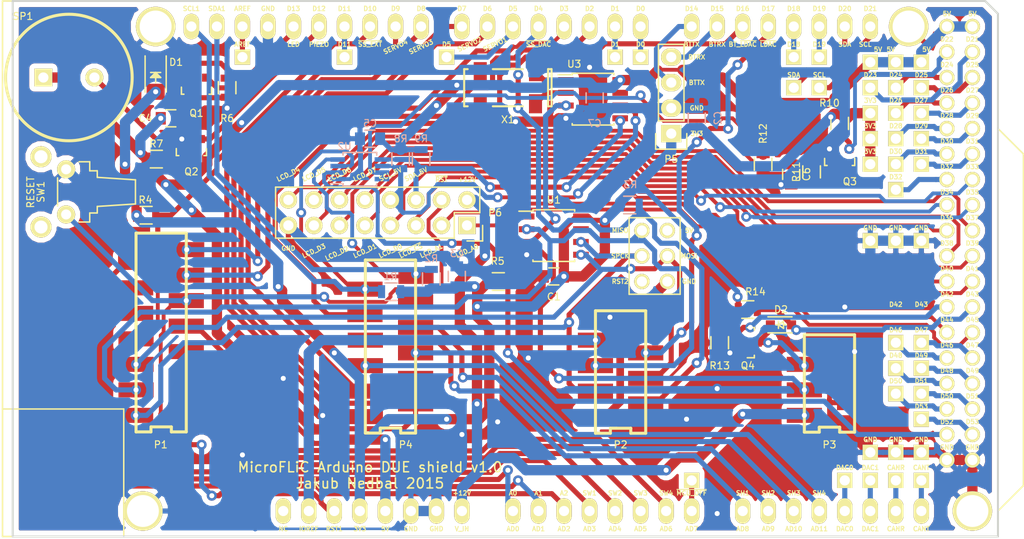
<source format=kicad_pcb>
(kicad_pcb (version 4) (host pcbnew 4.0.2+e4-6225~38~ubuntu14.04.1-stable)
  (layers (0 F.Cu signal) (31 B.Cu signal) (34 B.Paste user) (35 F.Paste user) (36 B.SilkS user) (37 F.SilkS user) (38 B.Mask user) (39 F.Mask user) (44 Edge.Cuts user))
  (net 0 "")
  (net 1 +3V3)
  (net 2 GND)
  (net 3 +5V)
  (net 4 "Net-(D1-Pad1)")
  (net 5 /SW1)
  (net 6 /MISO)
  (net 7 /SW2)
  (net 8 /MOSI)
  (net 9 /SW3)
  (net 10 /~SS_EXT)
  (net 11 /SW4)
  (net 12 /A0)
  (net 13 /A1)
  (net 14 /D2)
  (net 15 /A2)
  (net 16 /D3)
  (net 17 GNDREF)
  (net 18 /~SS_DAC)
  (net 19 /~LDAC)
  (net 20 /IOREF)
  (net 21 +12V)
  (net 22 +BATT)
  (net 23 /SERVO3)
  (net 24 /SERVO4)
  (net 25 /SERVO1)
  (net 26 /SERVO2)
  (net 27 /SH3)
  (net 28 /SH4)
  (net 29 /SH1)
  (net 30 /SH2)
  (net 31 /SH_~LDAC)
  (net 32 /BTTX)
  (net 33 /BTRX)
  (net 34 /LCDandRTC/SDA_5V)
  (net 35 /LCDandRTC/SCL_5V)
  (net 36 /DAC0)
  (net 37 /DAC1)
  (net 38 /CANR)
  (net 39 /CANT)
  (net 40 /D53)
  (net 41 /D51)
  (net 42 /D50)
  (net 43 /D49)
  (net 44 /D48)
  (net 45 /D47)
  (net 46 /D46)
  (net 47 /AREF)
  (net 48 /D11)
  (net 49 /D5)
  (net 50 /D1)
  (net 51 /D18)
  (net 52 /D19)
  (net 53 /D23)
  (net 54 /D24)
  (net 55 /D25)
  (net 56 /D26)
  (net 57 /D27)
  (net 58 /D28)
  (net 59 /D29)
  (net 60 /D30)
  (net 61 /D31)
  (net 62 /D32)
  (net 63 /humanInterface/LED13)
  (net 64 "Net-(Q1-Pad3)")
  (net 65 /humanInterface/PIEZO12)
  (net 66 "Net-(Q2-Pad3)")
  (net 67 /LCDandRTC/~I2C_EN)
  (net 68 "Net-(Q3-Pad3)")
  (net 69 /~SS_NVRAM)
  (net 70 /LCDandRTC/LCD_D0)
  (net 71 /LCDandRTC/LCD_D1)
  (net 72 /LCDandRTC/LCD_D2)
  (net 73 /LCDandRTC/LCD_D3)
  (net 74 /LCDandRTC/LCD_D4)
  (net 75 /LCDandRTC/LCD_D5)
  (net 76 /LCDandRTC/LCD_D6)
  (net 77 /LCDandRTC/LCD_D7)
  (net 78 /LCDandRTC/~LCD_CS)
  (net 79 /LCDandRTC/LCD_A1)
  (net 80 /LCDandRTC/LCD_A0)
  (net 81 /SPCK)
  (net 82 /LCDandRTC/~RST)
  (net 83 /D0)
  (net 84 /LCDandRTC/X1)
  (net 85 /LCDandRTC/X2)
  (net 86 /MCUswitch/~MCU_OFF)
  (net 87 /MCUswitch/~SW_SENSE)
  (net 88 /AD7)
  (net 89 /MCUswitch/PWR_OFF)
  (net 90 /SDA)
  (net 91 /SCL)
  (net 92 /LCDandRTC/SDA1)
  (net 93 /LCDandRTC/SCL1)
  (net 94 /LCDandRTC/I2C_EN)
  (module Capacitors_SMD:C_0805 (layer F.Cu) (at 178.816 106.172 180)
    (fp_text reference C1 (at 0 -2.032 180) (layer F.SilkS) (effects (font (size 0.7 0.7) (thickness 0.11))))
    (fp_text value 100n hide)
    (pad 1 smd rect (at -1 0 180) (size 1 1.25) (layers F.Cu F.Paste F.Mask) (net 1 +3V3))
    (pad 2 smd rect (at 1 0 180) (size 1 1.25) (layers F.Cu F.Paste F.Mask) (net 2 GND))
  )
  (module Capacitors_SMD:C_0805 (layer B.Cu) (at 193.04 90.408 90)
    (fp_text reference C2 (at 0 2.1 90) (layer B.SilkS) (effects (font (size 0.7 0.7) (thickness 0.11)) (justify mirror)))
    (fp_text value 100n hide)
    (pad 1 smd rect (at -1 0 90) (size 1 1.25) (layers B.Cu B.Paste B.Mask) (net 1 +3V3))
    (pad 2 smd rect (at 1 0 90) (size 1 1.25) (layers B.Cu B.Paste B.Mask) (net 2 GND))
  )
  (module Capacitors_SMD:C_0805 (layer B.Cu) (at 169.164 106.172 90)
    (fp_text reference C3 (at 2.286 0 180) (layer B.SilkS) (effects (font (size 0.7 0.7) (thickness 0.11)) (justify mirror)))
    (fp_text value 100n hide)
    (pad 1 smd rect (at -1 0 90) (size 1 1.25) (layers B.Cu B.Paste B.Mask) (net 1 +3V3))
    (pad 2 smd rect (at 1 0 90) (size 1 1.25) (layers B.Cu B.Paste B.Mask) (net 2 GND))
  )
  (module Capacitors_SMD:C_0805 (layer F.Cu) (at 140.7 90.424)
    (fp_text reference C4 (at -2.524 0) (layer F.SilkS) (effects (font (size 0.7 0.7) (thickness 0.11))))
    (fp_text value 100n hide)
    (pad 1 smd rect (at -1 0) (size 1 1.25) (layers F.Cu F.Paste F.Mask) (net 3 +5V))
    (pad 2 smd rect (at 1 0) (size 1 1.25) (layers F.Cu F.Paste F.Mask) (net 2 GND))
  )
  (module Capacitors_SMD:C_0805 (layer B.Cu) (at 160.528 92.456 180)
    (fp_text reference C5 (at 0 1.524 180) (layer B.SilkS) (effects (font (size 0.7 0.7) (thickness 0.11)) (justify mirror)))
    (fp_text value 100n hide)
    (pad 1 smd rect (at -1 0 180) (size 1 1.25) (layers B.Cu B.Paste B.Mask) (net 3 +5V))
    (pad 2 smd rect (at 1 0 180) (size 1 1.25) (layers B.Cu B.Paste B.Mask) (net 2 GND))
  )
  (module Capacitors_SMD:C_0805 (layer F.Cu) (at 202.438 96.012 270)
    (fp_text reference C6 (at -0.016 -1.524 270) (layer F.SilkS) (effects (font (size 0.7 0.7) (thickness 0.11))))
    (fp_text value 100p hide)
    (pad 1 smd rect (at -1 0 270) (size 1 1.25) (layers F.Cu F.Paste F.Mask) (net 94 /LCDandRTC/I2C_EN))
    (pad 2 smd rect (at 1 0 270) (size 1 1.25) (layers F.Cu F.Paste F.Mask) (net 2 GND))
  )
  (module Capacitors_SMD:C_0805 (layer B.Cu) (at 182.88 88.392 270)
    (fp_text reference C7 (at 2.54 0 360) (layer B.SilkS) (effects (font (size 0.7 0.7) (thickness 0.11)) (justify mirror)))
    (fp_text value 100n hide)
    (pad 1 smd rect (at -1 0 270) (size 1 1.25) (layers B.Cu B.Paste B.Mask) (net 3 +5V))
    (pad 2 smd rect (at 1 0 270) (size 1 1.25) (layers B.Cu B.Paste B.Mask) (net 2 GND))
  )
  (module LEDs:LED-1206 (layer F.Cu) (at 139.192 86.36 270)
    (fp_text reference D1 (at -1.524 -2.032 360) (layer F.SilkS) (effects (font (size 0.7 0.7) (thickness 0.11))))
    (fp_text value LED hide)
    (pad 2 smd rect (at 1.41986 0 90) (size 1.59766 1.80086) (layers F.Cu F.Paste F.Mask) (net 1 +3V3))
    (pad 1 smd rect (at -1.41986 0 90) (size 1.59766 1.80086) (layers F.Cu F.Paste F.Mask) (net 4 "Net-(D1-Pad1)"))
  )
  (module jakub:1-188275-4 (layer F.Cu) (at 139.74 111.76 90)
    (fp_text reference P1 (at -11.176 -0.04 180) (layer F.SilkS) (effects (font (size 0.7 0.7) (thickness 0.11))))
    (fp_text value "14-way Micro-MaTch" hide)
    (pad 1 smd rect (at -8.255 -2.54 90) (size 1.5 3.5) (layers F.Cu F.Paste F.Mask) (net 81 /SPCK))
    (pad 2 smd rect (at -6.985 2.5 90) (size 1.5 3.5) (layers F.Cu F.Paste F.Mask) (net 5 /SW1))
    (pad 3 smd rect (at -5.715 -2.5 90) (size 1.5 3.5) (layers F.Cu F.Paste F.Mask) (net 6 /MISO))
    (pad 4 smd rect (at -4.445 2.5 90) (size 1.5 3.5) (layers F.Cu F.Paste F.Mask) (net 7 /SW2))
    (pad 5 smd rect (at -3.175 -2.5 90) (size 1.5 3.5) (layers F.Cu F.Paste F.Mask) (net 8 /MOSI))
    (pad 6 smd rect (at -1.905 2.5 90) (size 1.5 3.5) (layers F.Cu F.Paste F.Mask) (net 9 /SW3))
    (pad 7 smd rect (at -0.635 -2.5 90) (size 1.5 3.5) (layers F.Cu F.Paste F.Mask) (net 10 /~SS_EXT))
    (pad 8 smd rect (at 0.635 2.5 90) (size 1.5 3.5) (layers F.Cu F.Paste F.Mask) (net 11 /SW4))
    (pad 9 smd rect (at 1.905 -2.54 90) (size 1.5 3.5) (layers F.Cu F.Paste F.Mask) (net 12 /A0))
    (pad 10 smd rect (at 3.175 2.5 90) (size 1.5 3.5) (layers F.Cu F.Paste F.Mask) (net 82 /LCDandRTC/~RST))
    (pad 11 smd rect (at 4.445 -2.54 90) (size 1.5 3.5) (layers F.Cu F.Paste F.Mask) (net 13 /A1))
    (pad 12 smd rect (at 5.715 2.54 90) (size 1.5 3.5) (layers F.Cu F.Paste F.Mask) (net 14 /D2))
    (pad 13 smd rect (at 6.985 -2.54 90) (size 1.5 3.5) (layers F.Cu F.Paste F.Mask) (net 15 /A2))
    (pad 14 smd rect (at 8.255 2.54 90) (size 1.5 3.5) (layers F.Cu F.Paste F.Mask) (net 16 /D3))
  )
  (module jakub:7-188275-8 (layer F.Cu) (at 185.46 115.697 90)
    (fp_text reference P2 (at -7.239 0 180) (layer F.SilkS) (effects (font (size 0.7 0.7) (thickness 0.11))))
    (fp_text value "8-way Micro-MaTch" hide)
    (pad 1 smd rect (at -4.445 -2.5 90) (size 1.5 3.5) (layers F.Cu F.Paste F.Mask) (net 17 GNDREF))
    (pad 2 smd rect (at -3.175 2.5 90) (size 1.5 3.5) (layers F.Cu F.Paste F.Mask) (net 18 /~SS_DAC))
    (pad 3 smd rect (at -1.905 -2.5 90) (size 1.5 3.5) (layers F.Cu F.Paste F.Mask) (net 81 /SPCK))
    (pad 4 smd rect (at -0.635 2.5 90) (size 1.5 3.5) (layers F.Cu F.Paste F.Mask) (net 8 /MOSI))
    (pad 5 smd rect (at 0.635 -2.5 90) (size 1.5 3.5) (layers F.Cu F.Paste F.Mask) (net 6 /MISO))
    (pad 6 smd rect (at 1.905 2.5 90) (size 1.5 3.5) (layers F.Cu F.Paste F.Mask) (net 19 /~LDAC))
    (pad 7 smd rect (at 3.175 -2.5 90) (size 1.5 3.5) (layers F.Cu F.Paste F.Mask) (net 20 /IOREF))
    (pad 8 smd rect (at 4.445 2.5 90) (size 1.5 3.5) (layers F.Cu F.Paste F.Mask) (net 17 GNDREF))
  )
  (module jakub:7-188275-6 (layer F.Cu) (at 206.248 116.84 90)
    (fp_text reference P3 (at -6.096 0 180) (layer F.SilkS) (effects (font (size 0.7 0.7) (thickness 0.11))))
    (fp_text value "6-way Micro-MaTch" hide)
    (pad 1 smd rect (at -3.175 -2.5 90) (size 1.5 3.5) (layers F.Cu F.Paste F.Mask) (net 21 +12V))
    (pad 2 smd rect (at -1.905 2.5 90) (size 1.5 3.5) (layers F.Cu F.Paste F.Mask) (net 2 GND))
    (pad 3 smd rect (at -0.635 -2.5 90) (size 1.5 3.5) (layers F.Cu F.Paste F.Mask) (net 22 +BATT))
    (pad 4 smd rect (at 0.635 2.5 90) (size 1.5 3.5) (layers F.Cu F.Paste F.Mask) (net 2 GND))
    (pad 5 smd rect (at 1.905 -2.5 90) (size 1.5 3.5) (layers F.Cu F.Paste F.Mask) (net 86 /MCUswitch/~MCU_OFF))
    (pad 6 smd rect (at 3.175 2.5 90) (size 1.5 3.5) (layers F.Cu F.Paste F.Mask) (net 2 GND))
  )
  (module jakub:1-188275-2 (layer F.Cu) (at 162.56 113.157 90)
    (fp_text reference P4 (at -9.779 1.524 180) (layer F.SilkS) (effects (font (size 0.7 0.7) (thickness 0.11))))
    (fp_text value "12-way Micro-MaTch" hide)
    (pad 1 smd rect (at -6.985 -2.5 90) (size 1.5 3.5) (layers F.Cu F.Paste F.Mask) (net 23 /SERVO3))
    (pad 2 smd rect (at -5.715 2.5 90) (size 1.5 3.5) (layers F.Cu F.Paste F.Mask) (net 24 /SERVO4))
    (pad 3 smd rect (at -4.445 -2.5 90) (size 1.5 3.5) (layers F.Cu F.Paste F.Mask) (net 25 /SERVO1))
    (pad 4 smd rect (at -3.175 2.5 90) (size 1.5 3.5) (layers F.Cu F.Paste F.Mask) (net 26 /SERVO2))
    (pad 5 smd rect (at -1.905 -2.5 90) (size 1.5 3.5) (layers F.Cu F.Paste F.Mask) (net 27 /SH3))
    (pad 6 smd rect (at -0.635 2.5 90) (size 1.5 3.5) (layers F.Cu F.Paste F.Mask) (net 28 /SH4))
    (pad 7 smd rect (at 0.635 -2.5 90) (size 1.5 3.5) (layers F.Cu F.Paste F.Mask) (net 29 /SH1))
    (pad 8 smd rect (at 1.905 2.5 90) (size 1.5 3.5) (layers F.Cu F.Paste F.Mask) (net 30 /SH2))
    (pad 9 smd rect (at 3.175 -2.54 90) (size 1.5 3.5) (layers F.Cu F.Paste F.Mask) (net 31 /SH_~LDAC))
    (pad 10 smd rect (at 4.445 2.5 90) (size 1.5 3.5) (layers F.Cu F.Paste F.Mask))
    (pad 11 smd rect (at 5.715 -2.54 90) (size 1.5 3.5) (layers F.Cu F.Paste F.Mask) (net 93 /LCDandRTC/SCL1))
    (pad 12 smd rect (at 6.985 2.54 90) (size 1.5 3.5) (layers F.Cu F.Paste F.Mask) (net 92 /LCDandRTC/SDA1))
  )
  (module Socket_Strips:Socket_Strip_Straight_1x04 (layer F.Cu) (at 190.5 91.948 90)
    (fp_text reference P5 (at -2.54 0 180) (layer F.SilkS) (effects (font (size 0.7 0.7) (thickness 0.11))))
    (fp_text value "1x4 socket strip R/A" hide)
    (pad 1 thru_hole rect (at 0 0 90) (size 1.7272 2.032) (drill 1.016) (layers *.Cu *.Mask F.SilkS) (net 1 +3V3))
    (pad 2 thru_hole oval (at 2.54 0 90) (size 1.7272 2.032) (drill 1.016) (layers *.Cu *.Mask F.SilkS) (net 2 GND))
    (pad 3 thru_hole oval (at 5.08 0 90) (size 1.7272 2.032) (drill 1.016) (layers *.Cu *.Mask F.SilkS) (net 32 /BTTX))
    (pad 4 thru_hole oval (at 7.62 0 90) (size 1.7272 2.032) (drill 1.016) (layers *.Cu *.Mask F.SilkS) (net 33 /BTRX))
  )
  (module Socket_Strips:Socket_Strip_Straight_2x08 (layer F.Cu) (at 170.18 101.092 180)
    (fp_text reference P6 (at -2.794 1.27 180) (layer F.SilkS) (effects (font (size 0.7 0.7) (thickness 0.11))))
    (fp_text value "2x8 socket strip" hide)
    (pad 1 thru_hole rect (at 0 0 180) (size 1.7272 1.7272) (drill 1.016) (layers *.Cu *.Mask F.SilkS) (net 80 /LCDandRTC/LCD_A0))
    (pad 2 thru_hole oval (at 0 2.54 180) (size 1.7272 1.7272) (drill 1.016) (layers *.Cu *.Mask F.SilkS) (net 21 +12V))
    (pad 3 thru_hole oval (at 2.54 0 180) (size 1.7272 1.7272) (drill 1.016) (layers *.Cu *.Mask F.SilkS) (net 79 /LCDandRTC/LCD_A1))
    (pad 4 thru_hole oval (at 2.54 2.54 180) (size 1.7272 1.7272) (drill 1.016) (layers *.Cu *.Mask F.SilkS) (net 82 /LCDandRTC/~RST))
    (pad 5 thru_hole oval (at 5.08 0 180) (size 1.7272 1.7272) (drill 1.016) (layers *.Cu *.Mask F.SilkS) (net 78 /LCDandRTC/~LCD_CS))
    (pad 6 thru_hole oval (at 5.08 2.54 180) (size 1.7272 1.7272) (drill 1.016) (layers *.Cu *.Mask F.SilkS) (net 34 /LCDandRTC/SDA_5V))
    (pad 7 thru_hole oval (at 7.62 0 180) (size 1.7272 1.7272) (drill 1.016) (layers *.Cu *.Mask F.SilkS) (net 70 /LCDandRTC/LCD_D0))
    (pad 8 thru_hole oval (at 7.62 2.54 180) (size 1.7272 1.7272) (drill 1.016) (layers *.Cu *.Mask F.SilkS) (net 35 /LCDandRTC/SCL_5V))
    (pad 9 thru_hole oval (at 10.16 0 180) (size 1.7272 1.7272) (drill 1.016) (layers *.Cu *.Mask F.SilkS) (net 71 /LCDandRTC/LCD_D1))
    (pad 10 thru_hole oval (at 10.16 2.54 180) (size 1.7272 1.7272) (drill 1.016) (layers *.Cu *.Mask F.SilkS) (net 77 /LCDandRTC/LCD_D7))
    (pad 11 thru_hole oval (at 12.7 0 180) (size 1.7272 1.7272) (drill 1.016) (layers *.Cu *.Mask F.SilkS) (net 72 /LCDandRTC/LCD_D2))
    (pad 12 thru_hole oval (at 12.7 2.54 180) (size 1.7272 1.7272) (drill 1.016) (layers *.Cu *.Mask F.SilkS) (net 76 /LCDandRTC/LCD_D6))
    (pad 13 thru_hole oval (at 15.24 0 180) (size 1.7272 1.7272) (drill 1.016) (layers *.Cu *.Mask F.SilkS) (net 73 /LCDandRTC/LCD_D3))
    (pad 14 thru_hole oval (at 15.24 2.54 180) (size 1.7272 1.7272) (drill 1.016) (layers *.Cu *.Mask F.SilkS) (net 75 /LCDandRTC/LCD_D5))
    (pad 15 thru_hole oval (at 17.78 0 180) (size 1.7272 1.7272) (drill 1.016) (layers *.Cu *.Mask F.SilkS) (net 2 GND))
    (pad 16 thru_hole oval (at 17.78 2.54 180) (size 1.7272 1.7272) (drill 1.016) (layers *.Cu *.Mask F.SilkS) (net 74 /LCDandRTC/LCD_D4))
  )
  (module jakub:PIN_ARRAY_1 (layer F.Cu) (at 207.772 126.492)
    (fp_text reference PP2 hide)
    (fp_text value CONN_01X01 hide)
    (pad 1 thru_hole rect (at 0 0) (size 1.524 1.524) (drill 1.016) (layers *.Cu *.Mask F.SilkS) (net 36 /DAC0))
  )
  (module jakub:PIN_ARRAY_1 (layer F.Cu) (at 210.312 126.492)
    (fp_text reference PP3 hide)
    (fp_text value CONN_01X01 hide)
    (pad 1 thru_hole rect (at 0 0) (size 1.524 1.524) (drill 1.016) (layers *.Cu *.Mask F.SilkS) (net 37 /DAC1))
  )
  (module jakub:PIN_ARRAY_1 (layer F.Cu) (at 212.852 126.492)
    (fp_text reference PP4 hide)
    (fp_text value CONN_01X01 hide)
    (pad 1 thru_hole rect (at 0 0) (size 1.524 1.524) (drill 1.016) (layers *.Cu *.Mask F.SilkS) (net 38 /CANR))
  )
  (module jakub:PIN_ARRAY_1 (layer F.Cu) (at 215.392 126.492)
    (fp_text reference PP5 hide)
    (fp_text value CONN_01X01 hide)
    (pad 1 thru_hole rect (at 0 0) (size 1.524 1.524) (drill 1.016) (layers *.Cu *.Mask F.SilkS) (net 39 /CANT))
  )
  (module jakub:PIN_ARRAY_1 (layer F.Cu) (at 215.392 120.396)
    (fp_text reference PP6 hide)
    (fp_text value CONN_01X01 hide)
    (pad 1 thru_hole rect (at 0 0) (size 1.524 1.524) (drill 1.016) (layers *.Cu *.Mask F.SilkS) (net 40 /D53))
  )
  (module jakub:PIN_ARRAY_1 (layer F.Cu) (at 215.392 117.856)
    (fp_text reference PP7 hide)
    (fp_text value CONN_01X01 hide)
    (pad 1 thru_hole rect (at 0 0) (size 1.524 1.524) (drill 1.016) (layers *.Cu *.Mask F.SilkS) (net 41 /D51))
  )
  (module jakub:PIN_ARRAY_1 (layer F.Cu) (at 212.852 117.856)
    (fp_text reference PP8 hide)
    (fp_text value CONN_01X01 hide)
    (pad 1 thru_hole rect (at 0 0) (size 1.524 1.524) (drill 1.016) (layers *.Cu *.Mask F.SilkS) (net 42 /D50))
  )
  (module jakub:PIN_ARRAY_1 (layer F.Cu) (at 215.392 115.316)
    (fp_text reference PP9 hide)
    (fp_text value CONN_01X01 hide)
    (pad 1 thru_hole rect (at 0 0) (size 1.524 1.524) (drill 1.016) (layers *.Cu *.Mask F.SilkS) (net 43 /D49))
  )
  (module jakub:PIN_ARRAY_1 (layer F.Cu) (at 212.852 115.316)
    (fp_text reference PP10 hide)
    (fp_text value CONN_01X01 hide)
    (pad 1 thru_hole rect (at 0 0) (size 1.524 1.524) (drill 1.016) (layers *.Cu *.Mask F.SilkS) (net 44 /D48))
  )
  (module jakub:PIN_ARRAY_1 (layer F.Cu) (at 215.392 112.776)
    (fp_text reference PP11 hide)
    (fp_text value CONN_01X01 hide)
    (pad 1 thru_hole rect (at 0 0) (size 1.524 1.524) (drill 1.016) (layers *.Cu *.Mask F.SilkS) (net 45 /D47))
  )
  (module jakub:PIN_ARRAY_1 (layer F.Cu) (at 212.852 112.776)
    (fp_text reference PP12 hide)
    (fp_text value CONN_01X01 hide)
    (pad 1 thru_hole rect (at 0 0) (size 1.524 1.524) (drill 1.016) (layers *.Cu *.Mask F.SilkS) (net 46 /D46))
  )
  (module jakub:PIN_ARRAY_1 (layer F.Cu) (at 147.828 84.328)
    (fp_text reference PP13 hide)
    (fp_text value CONN_01X01 hide)
    (pad 1 thru_hole rect (at 0 0) (size 1.524 1.524) (drill 1.016) (layers *.Cu *.Mask F.SilkS) (net 47 /AREF))
  )
  (module jakub:PIN_ARRAY_1 (layer F.Cu) (at 157.988 84.328)
    (fp_text reference PP14 hide)
    (fp_text value CONN_01X01 hide)
    (pad 1 thru_hole rect (at 0 0) (size 1.524 1.524) (drill 1.016) (layers *.Cu *.Mask F.SilkS) (net 48 /D11))
  )
  (module jakub:PIN_ARRAY_1 (layer F.Cu) (at 168.148 84.328)
    (fp_text reference PP15 hide)
    (fp_text value CONN_01X01 hide)
    (pad 1 thru_hole rect (at 0 0) (size 1.524 1.524) (drill 1.016) (layers *.Cu *.Mask F.SilkS) (net 49 /D5))
  )
  (module jakub:PIN_ARRAY_1 (layer F.Cu) (at 184.912 84.328)
    (fp_text reference PP16 hide)
    (fp_text value CONN_01X01 hide)
    (pad 1 thru_hole rect (at 0 0) (size 1.524 1.524) (drill 1.016) (layers *.Cu *.Mask F.SilkS) (net 50 /D1))
  )
  (module jakub:PIN_ARRAY_1 (layer F.Cu) (at 187.452 84.328)
    (fp_text reference PP17 hide)
    (fp_text value CONN_01X01 hide)
    (pad 1 thru_hole rect (at 0 0) (size 1.524 1.524) (drill 1.016) (layers *.Cu *.Mask F.SilkS) (net 83 /D0))
  )
  (module jakub:PIN_ARRAY_1 (layer F.Cu) (at 202.692 84.328)
    (fp_text reference PP18 hide)
    (fp_text value CONN_01X01 hide)
    (pad 1 thru_hole rect (at 0 0) (size 1.524 1.524) (drill 1.016) (layers *.Cu *.Mask F.SilkS) (net 51 /D18))
  )
  (module jakub:PIN_ARRAY_1 (layer F.Cu) (at 205.232 84.328)
    (fp_text reference PP19 hide)
    (fp_text value CONN_01X01 hide)
    (pad 1 thru_hole rect (at 0 0) (size 1.524 1.524) (drill 1.016) (layers *.Cu *.Mask F.SilkS) (net 52 /D19))
  )
  (module jakub:PIN_ARRAY_1 (layer F.Cu) (at 210.312 87.376)
    (fp_text reference PP22 hide)
    (fp_text value CONN_01X01 hide)
    (pad 1 thru_hole rect (at 0 0) (size 1.524 1.524) (drill 1.016) (layers *.Cu *.Mask F.SilkS) (net 53 /D23))
  )
  (module jakub:PIN_ARRAY_1 (layer F.Cu) (at 212.852 87.376)
    (fp_text reference PP23 hide)
    (fp_text value CONN_01X01 hide)
    (pad 1 thru_hole rect (at 0 0) (size 1.524 1.524) (drill 1.016) (layers *.Cu *.Mask F.SilkS) (net 54 /D24))
  )
  (module jakub:PIN_ARRAY_1 (layer F.Cu) (at 215.392 87.376)
    (fp_text reference PP24 hide)
    (fp_text value CONN_01X01 hide)
    (pad 1 thru_hole rect (at 0 0) (size 1.524 1.524) (drill 1.016) (layers *.Cu *.Mask F.SilkS) (net 55 /D25))
  )
  (module jakub:PIN_ARRAY_1 (layer F.Cu) (at 212.852 89.916)
    (fp_text reference PP25 hide)
    (fp_text value CONN_01X01 hide)
    (pad 1 thru_hole rect (at 0 0) (size 1.524 1.524) (drill 1.016) (layers *.Cu *.Mask F.SilkS) (net 56 /D26))
  )
  (module jakub:PIN_ARRAY_1 (layer F.Cu) (at 215.392 89.916)
    (fp_text reference PP26 hide)
    (fp_text value CONN_01X01 hide)
    (pad 1 thru_hole rect (at 0 0) (size 1.524 1.524) (drill 1.016) (layers *.Cu *.Mask F.SilkS) (net 57 /D27))
  )
  (module jakub:PIN_ARRAY_1 (layer F.Cu) (at 212.852 92.456)
    (fp_text reference PP27 hide)
    (fp_text value CONN_01X01 hide)
    (pad 1 thru_hole rect (at 0 0) (size 1.524 1.524) (drill 1.016) (layers *.Cu *.Mask F.SilkS) (net 58 /D28))
  )
  (module jakub:PIN_ARRAY_1 (layer F.Cu) (at 215.392 92.456)
    (fp_text reference PP28 hide)
    (fp_text value CONN_01X01 hide)
    (pad 1 thru_hole rect (at 0 0) (size 1.524 1.524) (drill 1.016) (layers *.Cu *.Mask F.SilkS) (net 59 /D29))
  )
  (module jakub:PIN_ARRAY_1 (layer F.Cu) (at 212.852 94.996)
    (fp_text reference PP29 hide)
    (fp_text value CONN_01X01 hide)
    (pad 1 thru_hole rect (at 0 0) (size 1.524 1.524) (drill 1.016) (layers *.Cu *.Mask F.SilkS) (net 60 /D30))
  )
  (module jakub:PIN_ARRAY_1 (layer F.Cu) (at 215.392 94.996)
    (fp_text reference PP30 hide)
    (fp_text value CONN_01X01 hide)
    (pad 1 thru_hole rect (at 0 0) (size 1.524 1.524) (drill 1.016) (layers *.Cu *.Mask F.SilkS) (net 61 /D31))
  )
  (module jakub:PIN_ARRAY_1 (layer F.Cu) (at 212.852 97.536)
    (fp_text reference PP31 hide)
    (fp_text value CONN_01X01 hide)
    (pad 1 thru_hole rect (at 0 0) (size 1.524 1.524) (drill 1.016) (layers *.Cu *.Mask F.SilkS) (net 62 /D32))
  )
  (module jakub:PIN_ARRAY_1 (layer F.Cu) (at 210.312 89.916)
    (fp_text reference PP32 hide)
    (fp_text value CONN_01X01 hide)
    (pad 1 thru_hole rect (at 0 0) (size 1.524 1.524) (drill 1.016) (layers *.Cu *.Mask F.SilkS) (net 1 +3V3))
  )
  (module jakub:PIN_ARRAY_1 (layer F.Cu) (at 210.312 94.996)
    (fp_text reference PP34 hide)
    (fp_text value CONN_01X01 hide)
    (pad 1 thru_hole rect (at 0 0) (size 1.524 1.524) (drill 1.016) (layers *.Cu *.Mask F.SilkS) (net 1 +3V3))
  )
  (module jakub:PIN_ARRAY_1 (layer F.Cu) (at 210.312 92.456)
    (fp_text reference PP33 hide)
    (fp_text value CONN_01X01 hide)
    (pad 1 thru_hole rect (at 0 0) (size 1.524 1.524) (drill 1.016) (layers *.Cu *.Mask F.SilkS) (net 1 +3V3))
  )
  (module jakub:PIN_ARRAY_1 (layer F.Cu) (at 210.312 84.836)
    (fp_text reference PP35 hide)
    (fp_text value CONN_01X01 hide)
    (pad 1 thru_hole rect (at 0 0) (size 1.524 1.524) (drill 1.016) (layers *.Cu *.Mask F.SilkS) (net 3 +5V))
  )
  (module jakub:PIN_ARRAY_1 (layer F.Cu) (at 212.852 84.836)
    (fp_text reference PP36 hide)
    (fp_text value CONN_01X01 hide)
    (pad 1 thru_hole rect (at 0 0) (size 1.524 1.524) (drill 1.016) (layers *.Cu *.Mask F.SilkS) (net 3 +5V))
  )
  (module jakub:PIN_ARRAY_1 (layer F.Cu) (at 215.392 84.836)
    (fp_text reference PP37 hide)
    (fp_text value CONN_01X01 hide)
    (pad 1 thru_hole rect (at 0 0) (size 1.524 1.524) (drill 1.016) (layers *.Cu *.Mask F.SilkS) (net 3 +5V))
  )
  (module jakub:PIN_ARRAY_1 (layer F.Cu) (at 212.852 102.616)
    (fp_text reference PP39 hide)
    (fp_text value CONN_01X01 hide)
    (pad 1 thru_hole rect (at 0 0) (size 1.524 1.524) (drill 1.016) (layers *.Cu *.Mask F.SilkS) (net 2 GND))
  )
  (module jakub:PIN_ARRAY_1 (layer F.Cu) (at 215.392 102.616)
    (fp_text reference PP40 hide)
    (fp_text value CONN_01X01 hide)
    (pad 1 thru_hole rect (at 0 0) (size 1.524 1.524) (drill 1.016) (layers *.Cu *.Mask F.SilkS) (net 2 GND))
  )
  (module jakub:PIN_ARRAY_1 (layer F.Cu) (at 210.312 102.616)
    (fp_text reference PP38 hide)
    (fp_text value CONN_01X01 hide)
    (pad 1 thru_hole rect (at 0 0) (size 1.524 1.524) (drill 1.016) (layers *.Cu *.Mask F.SilkS) (net 2 GND))
  )
  (module TO_SOT_Packages_SMD:SOT-23 (layer F.Cu) (at 143.256 87.376 180)
    (fp_text reference Q1 (at 0 -2.54 180) (layer F.SilkS) (effects (font (size 0.7 0.7) (thickness 0.11))))
    (fp_text value TSM2314 hide)
    (pad 1 smd rect (at -0.95 1.00076 180) (size 0.8001 0.8001) (layers F.Cu F.Paste F.Mask) (net 63 /humanInterface/LED13))
    (pad 2 smd rect (at 0.95 1.00076 180) (size 0.8001 0.8001) (layers F.Cu F.Paste F.Mask) (net 2 GND))
    (pad 3 smd rect (at 0 -0.99822 180) (size 0.8001 0.8001) (layers F.Cu F.Paste F.Mask) (net 64 "Net-(Q1-Pad3)"))
  )
  (module TO_SOT_Packages_SMD:SOT-23 (layer F.Cu) (at 142.748 93.48978 180)
    (fp_text reference Q2 (at 0 -2.25 180) (layer F.SilkS) (effects (font (size 0.7 0.7) (thickness 0.11))))
    (fp_text value TSM2314 hide)
    (pad 1 smd rect (at -0.95 1.00076 180) (size 0.8001 0.8001) (layers F.Cu F.Paste F.Mask) (net 65 /humanInterface/PIEZO12))
    (pad 2 smd rect (at 0.95 1.00076 180) (size 0.8001 0.8001) (layers F.Cu F.Paste F.Mask) (net 2 GND))
    (pad 3 smd rect (at 0 -0.99822 180) (size 0.8001 0.8001) (layers F.Cu F.Paste F.Mask) (net 66 "Net-(Q2-Pad3)"))
  )
  (module TO_SOT_Packages_SMD:SOT-23 (layer F.Cu) (at 207.264 94.47276 180)
    (fp_text reference Q3 (at -1.016 -2.25 180) (layer F.SilkS) (effects (font (size 0.7 0.7) (thickness 0.11))))
    (fp_text value TSM2314 hide)
    (pad 1 smd rect (at -0.95 1.00076 180) (size 0.8001 0.8001) (layers F.Cu F.Paste F.Mask) (net 67 /LCDandRTC/~I2C_EN))
    (pad 2 smd rect (at 0.95 1.00076 180) (size 0.8001 0.8001) (layers F.Cu F.Paste F.Mask) (net 2 GND))
    (pad 3 smd rect (at 0 -0.99822 180) (size 0.8001 0.8001) (layers F.Cu F.Paste F.Mask) (net 68 "Net-(Q3-Pad3)"))
  )
  (module Resistors_SMD:R_0805 (layer B.Cu) (at 162.626 107.696 180)
    (fp_text reference R1 (at 0.066 1.524 180) (layer B.SilkS) (effects (font (size 0.7 0.7) (thickness 0.11)) (justify mirror)))
    (fp_text value 1k5 hide)
    (pad 1 smd rect (at -0.95 0 180) (size 0.7 1.3) (layers B.Cu B.Paste B.Mask) (net 1 +3V3))
    (pad 2 smd rect (at 0.95 0 180) (size 0.7 1.3) (layers B.Cu B.Paste B.Mask) (net 93 /LCDandRTC/SCL1))
  )
  (module Resistors_SMD:R_0805 (layer B.Cu) (at 166.624 106.426 90)
    (fp_text reference R2 (at 2.032 0 180) (layer B.SilkS) (effects (font (size 0.7 0.7) (thickness 0.11)) (justify mirror)))
    (fp_text value 1k5 hide)
    (pad 1 smd rect (at -0.95 0 90) (size 0.7 1.3) (layers B.Cu B.Paste B.Mask) (net 1 +3V3))
    (pad 2 smd rect (at 0.95 0 90) (size 0.7 1.3) (layers B.Cu B.Paste B.Mask) (net 92 /LCDandRTC/SDA1))
  )
  (module Resistors_SMD:R_0805 (layer B.Cu) (at 186.37 99.06)
    (fp_text reference R3 (at 0.066 -2.032) (layer B.SilkS) (effects (font (size 0.7 0.7) (thickness 0.11)) (justify mirror)))
    (fp_text value 100k hide)
    (pad 1 smd rect (at -0.95 0) (size 0.7 1.3) (layers B.Cu B.Paste B.Mask) (net 1 +3V3))
    (pad 2 smd rect (at 0.95 0) (size 0.7 1.3) (layers B.Cu B.Paste B.Mask) (net 18 /~SS_DAC))
  )
  (module Resistors_SMD:R_0805 (layer F.Cu) (at 138.242 100.076)
    (fp_text reference R4 (at -0.066 -1.524) (layer F.SilkS) (effects (font (size 0.7 0.7) (thickness 0.11))))
    (fp_text value 100k hide)
    (pad 1 smd rect (at -0.95 0) (size 0.7 1.3) (layers F.Cu F.Paste F.Mask) (net 1 +3V3))
    (pad 2 smd rect (at 0.95 0) (size 0.7 1.3) (layers F.Cu F.Paste F.Mask) (net 10 /~SS_EXT))
  )
  (module Resistors_SMD:R_0805 (layer F.Cu) (at 173.294 106.68)
    (fp_text reference R5 (at -0.066 -2.032) (layer F.SilkS) (effects (font (size 0.7 0.7) (thickness 0.11))))
    (fp_text value 100k hide)
    (pad 1 smd rect (at -0.95 0) (size 0.7 1.3) (layers F.Cu F.Paste F.Mask) (net 1 +3V3))
    (pad 2 smd rect (at 0.95 0) (size 0.7 1.3) (layers F.Cu F.Paste F.Mask) (net 69 /~SS_NVRAM))
  )
  (module Resistors_SMD:R_0805 (layer F.Cu) (at 146.304 87.376 270)
    (fp_text reference R6 (at 3.048 0 360) (layer F.SilkS) (effects (font (size 0.7 0.7) (thickness 0.11))))
    (fp_text value 1k5 hide)
    (pad 1 smd rect (at -0.95 0 270) (size 0.7 1.3) (layers F.Cu F.Paste F.Mask) (net 4 "Net-(D1-Pad1)"))
    (pad 2 smd rect (at 0.95 0 270) (size 0.7 1.3) (layers F.Cu F.Paste F.Mask) (net 64 "Net-(Q1-Pad3)"))
  )
  (module Resistors_SMD:R_0805 (layer F.Cu) (at 139.258 94.488)
    (fp_text reference R7 (at 0 -1.524) (layer F.SilkS) (effects (font (size 0.7 0.7) (thickness 0.11))))
    (fp_text value 1k5 hide)
    (pad 1 smd rect (at -0.95 0) (size 0.7 1.3) (layers F.Cu F.Paste F.Mask) (net 3 +5V))
    (pad 2 smd rect (at 0.95 0) (size 0.7 1.3) (layers F.Cu F.Paste F.Mask) (net 66 "Net-(Q2-Pad3)"))
  )
  (module Resistors_SMD:R_0805 (layer B.Cu) (at 163.576 94.488 90)
    (fp_text reference R8 (at 2.032 0 180) (layer B.SilkS) (effects (font (size 0.7 0.7) (thickness 0.11)) (justify mirror)))
    (fp_text value 1k5 hide)
    (pad 1 smd rect (at -0.95 0 90) (size 0.7 1.3) (layers B.Cu B.Paste B.Mask) (net 35 /LCDandRTC/SCL_5V))
    (pad 2 smd rect (at 0.95 0 90) (size 0.7 1.3) (layers B.Cu B.Paste B.Mask) (net 3 +5V))
  )
  (module Resistors_SMD:R_0805 (layer B.Cu) (at 165.608 94.488 90)
    (fp_text reference R9 (at 2.032 0 180) (layer B.SilkS) (effects (font (size 0.7 0.7) (thickness 0.11)) (justify mirror)))
    (fp_text value 1k5 hide)
    (pad 1 smd rect (at -0.95 0 90) (size 0.7 1.3) (layers B.Cu B.Paste B.Mask) (net 34 /LCDandRTC/SDA_5V))
    (pad 2 smd rect (at 0.95 0 90) (size 0.7 1.3) (layers B.Cu B.Paste B.Mask) (net 3 +5V))
  )
  (module Resistors_SMD:R_0805 (layer F.Cu) (at 207.264 90.932 90)
    (fp_text reference R10 (at 2.032 -1.016 180) (layer F.SilkS) (effects (font (size 0.7 0.7) (thickness 0.11))))
    (fp_text value 100k hide)
    (pad 1 smd rect (at -0.95 0 90) (size 0.7 1.3) (layers F.Cu F.Paste F.Mask) (net 67 /LCDandRTC/~I2C_EN))
    (pad 2 smd rect (at 0.95 0 90) (size 0.7 1.3) (layers F.Cu F.Paste F.Mask) (net 1 +3V3))
  )
  (module Resistors_SMD:R_0805 (layer F.Cu) (at 204.47 95.758 90)
    (fp_text reference R11 (at 0 -1.524 90) (layer F.SilkS) (effects (font (size 0.7 0.7) (thickness 0.11))))
    (fp_text value 100k hide)
    (pad 1 smd rect (at -0.95 0 90) (size 0.7 1.3) (layers F.Cu F.Paste F.Mask) (net 68 "Net-(Q3-Pad3)"))
    (pad 2 smd rect (at 0.95 0 90) (size 0.7 1.3) (layers F.Cu F.Paste F.Mask) (net 94 /LCDandRTC/I2C_EN))
  )
  (module Resistors_SMD:R_0805 (layer F.Cu) (at 199.644 94.996 90)
    (fp_text reference R12 (at 3.048 0 90) (layer F.SilkS) (effects (font (size 0.7 0.7) (thickness 0.11))))
    (fp_text value 100k hide)
    (pad 1 smd rect (at -0.95 0 90) (size 0.7 1.3) (layers F.Cu F.Paste F.Mask) (net 68 "Net-(Q3-Pad3)"))
    (pad 2 smd rect (at 0.95 0 90) (size 0.7 1.3) (layers F.Cu F.Paste F.Mask) (net 3 +5V))
  )
  (module Housings_SOIC:SOIC-8_3.9x4.9mm_Pitch1.27mm (layer F.Cu) (at 178.816 102.108)
    (fp_text reference U1 (at 0 -3.556) (layer F.SilkS) (effects (font (size 0.7 0.7) (thickness 0.11))))
    (fp_text value 23LCV1024 hide)
    (pad 1 smd rect (at -2.7 -1.905) (size 1.55 0.6) (layers F.Cu F.Paste F.Mask) (net 69 /~SS_NVRAM))
    (pad 2 smd rect (at -2.7 -0.635) (size 1.55 0.6) (layers F.Cu F.Paste F.Mask) (net 6 /MISO))
    (pad 3 smd rect (at -2.7 0.635) (size 1.55 0.6) (layers F.Cu F.Paste F.Mask) (net 22 +BATT))
    (pad 4 smd rect (at -2.7 1.905) (size 1.55 0.6) (layers F.Cu F.Paste F.Mask) (net 2 GND))
    (pad 5 smd rect (at 2.7 1.905) (size 1.55 0.6) (layers F.Cu F.Paste F.Mask) (net 8 /MOSI))
    (pad 6 smd rect (at 2.7 0.635) (size 1.55 0.6) (layers F.Cu F.Paste F.Mask) (net 81 /SPCK))
    (pad 7 smd rect (at 2.7 -0.635) (size 1.55 0.6) (layers F.Cu F.Paste F.Mask))
    (pad 8 smd rect (at 2.7 -1.905) (size 1.55 0.6) (layers F.Cu F.Paste F.Mask) (net 1 +3V3))
  )
  (module Housings_SSOP:MSOP-8_3x3mm_Pitch0.65mm (layer B.Cu) (at 159.512 95.504)
    (fp_text reference U2 (at -1.524 -2.286) (layer B.SilkS) (effects (font (size 0.7 0.7) (thickness 0.11)) (justify mirror)))
    (fp_text value PCA9306 hide)
    (pad 1 smd rect (at -2.2 0.975) (size 1.45 0.45) (layers B.Cu B.Paste B.Mask) (net 2 GND))
    (pad 2 smd rect (at -2.2 0.325) (size 1.45 0.45) (layers B.Cu B.Paste B.Mask) (net 1 +3V3))
    (pad 3 smd rect (at -2.2 -0.325) (size 1.45 0.45) (layers B.Cu B.Paste B.Mask) (net 93 /LCDandRTC/SCL1))
    (pad 4 smd rect (at -2.2 -0.975) (size 1.45 0.45) (layers B.Cu B.Paste B.Mask) (net 92 /LCDandRTC/SDA1))
    (pad 5 smd rect (at 2.2 -0.975) (size 1.45 0.45) (layers B.Cu B.Paste B.Mask) (net 34 /LCDandRTC/SDA_5V))
    (pad 6 smd rect (at 2.2 -0.325) (size 1.45 0.45) (layers B.Cu B.Paste B.Mask) (net 35 /LCDandRTC/SCL_5V))
    (pad 7 smd rect (at 2.2 0.325) (size 1.45 0.45) (layers B.Cu B.Paste B.Mask) (net 94 /LCDandRTC/I2C_EN))
    (pad 8 smd rect (at 2.2 0.975) (size 1.45 0.45) (layers B.Cu B.Paste B.Mask) (net 94 /LCDandRTC/I2C_EN))
  )
  (module Housings_SOIC:SOIC-8_3.9x4.9mm_Pitch1.27mm (layer F.Cu) (at 182.72 88.519)
    (fp_text reference U3 (at -1.872 -3.5) (layer F.SilkS) (effects (font (size 0.7 0.7) (thickness 0.11))))
    (fp_text value DS1338 hide)
    (pad 1 smd rect (at -2.7 -1.905) (size 1.55 0.6) (layers F.Cu F.Paste F.Mask) (net 84 /LCDandRTC/X1))
    (pad 2 smd rect (at -2.7 -0.635) (size 1.55 0.6) (layers F.Cu F.Paste F.Mask) (net 85 /LCDandRTC/X2))
    (pad 3 smd rect (at -2.7 0.635) (size 1.55 0.6) (layers F.Cu F.Paste F.Mask) (net 22 +BATT))
    (pad 4 smd rect (at -2.7 1.905) (size 1.55 0.6) (layers F.Cu F.Paste F.Mask) (net 2 GND))
    (pad 5 smd rect (at 2.7 1.905) (size 1.55 0.6) (layers F.Cu F.Paste F.Mask) (net 34 /LCDandRTC/SDA_5V))
    (pad 6 smd rect (at 2.7 0.635) (size 1.55 0.6) (layers F.Cu F.Paste F.Mask) (net 35 /LCDandRTC/SCL_5V))
    (pad 7 smd rect (at 2.7 -0.635) (size 1.55 0.6) (layers F.Cu F.Paste F.Mask))
    (pad 8 smd rect (at 2.7 -1.905) (size 1.55 0.6) (layers F.Cu F.Paste F.Mask) (net 3 +5V))
  )
  (module jakub:Crystal_8.7*3.7mm (layer F.Cu) (at 174.244 87.376 180)
    (fp_text reference X1 (at 0 -3.175 180) (layer F.SilkS) (effects (font (size 0.7 0.7) (thickness 0.11))))
    (fp_text value 32.768kHz hide)
    (pad 1 smd rect (at -2.75 1.6 180) (size 1.3 1.9) (layers F.Cu F.Paste F.Mask) (net 84 /LCDandRTC/X1))
    (pad 2 smd rect (at 2.75 1.6 180) (size 1.3 1.9) (layers F.Cu F.Paste F.Mask))
    (pad 3 smd rect (at 2.75 -1.6 180) (size 1.3 1.9) (layers F.Cu F.Paste F.Mask))
    (pad 4 smd rect (at -2.75 -1.6 180) (size 1.3 1.9) (layers F.Cu F.Paste F.Mask) (net 85 /LCDandRTC/X2))
  )
  (module jakub:piezo (layer F.Cu) (at 130.556 86.36)
    (fp_text reference SP1 (at -4.572 -6.096) (layer F.SilkS) (effects (font (size 0.7 0.7) (thickness 0.11))))
    (fp_text value "Piezo sounder" hide)
    (pad 1 thru_hole rect (at -2.54 0) (size 1.778 1.778) (drill 1.016) (layers *.Cu *.Mask F.SilkS) (net 3 +5V))
    (pad 2 thru_hole circle (at 2.54 0) (size 1.778 1.778) (drill 1.016) (layers *.Cu *.Mask F.SilkS) (net 66 "Net-(Q2-Pad3)"))
  )
  (module jakub:tactileSwitchRA (layer F.Cu) (at 129.032 97.754 270)
    (fp_text reference SW1 (at 0 1.27 270) (layer F.SilkS) (effects (font (size 0.7 0.7) (thickness 0.11))))
    (fp_text value "Tactile switch R/A" hide)
    (pad 2 thru_hole circle (at 2.25 -1.25 270) (size 1.8 1.8) (drill 1) (layers *.Cu *.Mask F.SilkS) (net 82 /LCDandRTC/~RST))
    (pad 1 thru_hole circle (at -2.25 -1.25 270) (size 1.8 1.8) (drill 1) (layers *.Cu *.Mask F.SilkS) (net 2 GND))
    (pad 4 thru_hole circle (at 3.5 1.25 270) (size 2.1 2.1) (drill 1.3) (layers *.Cu *.Mask F.SilkS))
    (pad 3 thru_hole circle (at -3.5 1.25 270) (size 2.1 2.1) (drill 1.3) (layers *.Cu *.Mask F.SilkS))
  )
  (module jakub:PIN_ARRAY_1 (layer F.Cu) (at 210.312 123.698)
    (fp_text reference PP41 hide)
    (fp_text value CONN_01X01 hide)
    (pad 1 thru_hole rect (at 0 0) (size 1.524 1.524) (drill 1.016) (layers *.Cu *.Mask F.SilkS) (net 2 GND))
  )
  (module jakub:PIN_ARRAY_1 (layer F.Cu) (at 212.852 123.698)
    (fp_text reference PP42 hide)
    (fp_text value CONN_01X01 hide)
    (pad 1 thru_hole rect (at 0 0) (size 1.524 1.524) (drill 1.016) (layers *.Cu *.Mask F.SilkS) (net 2 GND))
  )
  (module jakub:PIN_ARRAY_1 (layer F.Cu) (at 215.392 123.698)
    (fp_text reference PP43 hide)
    (fp_text value CONN_01X01 hide)
    (pad 1 thru_hole rect (at 0 0) (size 1.524 1.524) (drill 1.016) (layers *.Cu *.Mask F.SilkS) (net 2 GND))
  )
  (module jakub:ARDUINO_DUE (layer F.Cu) (at 123.952 132.08)
    (fp_text reference A1 hide)
    (fp_text value "Arduino DUE" hide)
    (pad 14 thru_hole oval (at 68.58 -50.8 90) (size 2.54 1.524) (drill 1.016) (layers *.Cu *.Mask F.SilkS) (net 32 /BTTX))
    (pad 15 thru_hole oval (at 71.12 -50.8 90) (size 2.54 1.524) (drill 1.016) (layers *.Cu *.Mask F.SilkS) (net 33 /BTRX))
    (pad 16 thru_hole oval (at 73.66 -50.8 90) (size 2.54 1.524) (drill 1.016) (layers *.Cu *.Mask F.SilkS) (net 31 /SH_~LDAC))
    (pad 17 thru_hole oval (at 76.2 -50.8 90) (size 2.54 1.524) (drill 1.016) (layers *.Cu *.Mask F.SilkS) (net 19 /~LDAC))
    (pad 18 thru_hole oval (at 78.74 -50.8 90) (size 2.54 1.524) (drill 1.016) (layers *.Cu *.Mask F.SilkS) (net 51 /D18))
    (pad 19 thru_hole oval (at 81.28 -50.8 90) (size 2.54 1.524) (drill 1.016) (layers *.Cu *.Mask F.SilkS) (net 52 /D19))
    (pad 20 thru_hole oval (at 83.82 -50.8 90) (size 2.54 1.524) (drill 1.016) (layers *.Cu *.Mask F.SilkS) (net 90 /SDA))
    (pad 21 thru_hole oval (at 86.36 -50.8 90) (size 2.54 1.524) (drill 1.016) (layers *.Cu *.Mask F.SilkS) (net 91 /SCL))
    (pad CANT thru_hole oval (at 91.44 -2.54 90) (size 2.54 1.524) (drill 1.016) (layers *.Cu *.Mask F.SilkS) (net 39 /CANT))
    (pad CANR thru_hole oval (at 88.9 -2.54 90) (size 2.54 1.524) (drill 1.016) (layers *.Cu *.Mask F.SilkS) (net 38 /CANR))
    (pad DAC1 thru_hole oval (at 86.36 -2.54 90) (size 2.54 1.524) (drill 1.016) (layers *.Cu *.Mask F.SilkS) (net 37 /DAC1))
    (pad DAC0 thru_hole oval (at 83.82 -2.54 90) (size 2.54 1.524) (drill 1.016) (layers *.Cu *.Mask F.SilkS) (net 36 /DAC0))
    (pad AD8 thru_hole oval (at 73.66 -2.54 90) (size 2.54 1.524) (drill 1.016) (layers *.Cu *.Mask F.SilkS) (net 29 /SH1))
    (pad AD7 thru_hole oval (at 68.58 -2.54 90) (size 2.54 1.524) (drill 1.016) (layers *.Cu *.Mask F.SilkS) (net 88 /AD7))
    (pad AD6 thru_hole oval (at 66.04 -2.54 90) (size 2.54 1.524) (drill 1.016) (layers *.Cu *.Mask F.SilkS) (net 11 /SW4))
    (pad AD9 thru_hole oval (at 76.2 -2.54 90) (size 2.54 1.524) (drill 1.016) (layers *.Cu *.Mask F.SilkS) (net 30 /SH2))
    (pad AD10 thru_hole oval (at 78.74 -2.54 90) (size 2.54 1.524) (drill 1.016) (layers *.Cu *.Mask F.SilkS) (net 27 /SH3))
    (pad AD11 thru_hole oval (at 81.28 -2.54 90) (size 2.54 1.524) (drill 1.016) (layers *.Cu *.Mask F.SilkS) (net 28 /SH4))
    (pad AD5 thru_hole oval (at 63.5 -2.54 90) (size 2.54 1.524) (drill 1.016) (layers *.Cu *.Mask F.SilkS) (net 9 /SW3))
    (pad AD4 thru_hole oval (at 60.96 -2.54 90) (size 2.54 1.524) (drill 1.016) (layers *.Cu *.Mask F.SilkS) (net 7 /SW2))
    (pad AD3 thru_hole oval (at 58.42 -2.54 90) (size 2.54 1.524) (drill 1.016) (layers *.Cu *.Mask F.SilkS) (net 5 /SW1))
    (pad AD0 thru_hole oval (at 50.8 -2.54 90) (size 2.54 1.524) (drill 1.016) (layers *.Cu *.Mask F.SilkS) (net 12 /A0))
    (pad AD1 thru_hole oval (at 53.34 -2.54 90) (size 2.54 1.524) (drill 1.016) (layers *.Cu *.Mask F.SilkS) (net 13 /A1))
    (pad AD2 thru_hole oval (at 55.88 -2.54 90) (size 2.54 1.524) (drill 1.016) (layers *.Cu *.Mask F.SilkS) (net 15 /A2))
    (pad V_IN thru_hole oval (at 45.72 -2.54 90) (size 2.54 1.524) (drill 1.016) (layers *.Cu *.Mask F.SilkS) (net 21 +12V))
    (pad GND2 thru_hole oval (at 43.18 -2.54 90) (size 2.54 1.524) (drill 1.016) (layers *.Cu *.Mask F.SilkS) (net 2 GND))
    (pad GND1 thru_hole oval (at 40.64 -2.54 90) (size 2.54 1.524) (drill 1.016) (layers *.Cu *.Mask F.SilkS) (net 2 GND))
    (pad 3V3 thru_hole oval (at 35.56 -2.54 90) (size 2.54 1.524) (drill 1.016) (layers *.Cu *.Mask F.SilkS) (net 1 +3V3))
    (pad RST1 thru_hole oval (at 33.02 -2.54 90) (size 2.54 1.524) (drill 1.016) (layers *.Cu *.Mask F.SilkS) (net 82 /LCDandRTC/~RST))
    (pad 0 thru_hole oval (at 63.5 -50.8 90) (size 2.54 1.524) (drill 1.016) (layers *.Cu *.Mask F.SilkS) (net 83 /D0))
    (pad 1 thru_hole oval (at 60.96 -50.8 90) (size 2.54 1.524) (drill 1.016) (layers *.Cu *.Mask F.SilkS) (net 50 /D1))
    (pad 2 thru_hole oval (at 58.42 -50.8 90) (size 2.54 1.524) (drill 1.016) (layers *.Cu *.Mask F.SilkS) (net 14 /D2))
    (pad 3 thru_hole oval (at 55.88 -50.8 90) (size 2.54 1.524) (drill 1.016) (layers *.Cu *.Mask F.SilkS) (net 16 /D3))
    (pad 4 thru_hole oval (at 53.34 -50.8 90) (size 2.54 1.524) (drill 1.016) (layers *.Cu *.Mask F.SilkS) (net 18 /~SS_DAC))
    (pad 5 thru_hole oval (at 50.8 -50.8 90) (size 2.54 1.524) (drill 1.016) (layers *.Cu *.Mask F.SilkS) (net 49 /D5))
    (pad 6 thru_hole oval (at 48.26 -50.8 90) (size 2.54 1.524) (drill 1.016) (layers *.Cu *.Mask F.SilkS) (net 25 /SERVO1))
    (pad 7 thru_hole oval (at 45.72 -50.8 90) (size 2.54 1.524) (drill 1.016) (layers *.Cu *.Mask F.SilkS) (net 26 /SERVO2))
    (pad 8 thru_hole oval (at 41.656 -50.8 90) (size 2.54 1.524) (drill 1.016) (layers *.Cu *.Mask F.SilkS) (net 23 /SERVO3))
    (pad 9 thru_hole oval (at 39.116 -50.8 90) (size 2.54 1.524) (drill 1.016) (layers *.Cu *.Mask F.SilkS) (net 24 /SERVO4))
    (pad 10 thru_hole oval (at 36.576 -50.8 90) (size 2.54 1.524) (drill 1.016) (layers *.Cu *.Mask F.SilkS) (net 10 /~SS_EXT))
    (pad 11 thru_hole oval (at 34.036 -50.8 90) (size 2.54 1.524) (drill 1.016) (layers *.Cu *.Mask F.SilkS) (net 48 /D11))
    (pad 12 thru_hole oval (at 31.496 -50.8 90) (size 2.54 1.524) (drill 1.016) (layers *.Cu *.Mask F.SilkS) (net 65 /humanInterface/PIEZO12))
    (pad 13 thru_hole oval (at 28.956 -50.8 90) (size 2.54 1.524) (drill 1.016) (layers *.Cu *.Mask F.SilkS) (net 63 /humanInterface/LED13))
    (pad GND3 thru_hole oval (at 26.416 -50.8 90) (size 2.54 1.524) (drill 1.016) (layers *.Cu *.Mask F.SilkS) (net 2 GND))
    (pad AREF thru_hole oval (at 23.876 -50.8 90) (size 2.54 1.524) (drill 1.016) (layers *.Cu *.Mask F.SilkS) (net 47 /AREF))
    (pad 5V thru_hole oval (at 38.1 -2.54 90) (size 2.54 1.524) (drill 1.016) (layers *.Cu *.Mask F.SilkS) (net 3 +5V))
    (pad GND1 thru_hole circle (at 96.52 -2.54 90) (size 3.937 3.937) (drill 3.175) (layers *.Cu *.Mask F.SilkS) (net 2 GND))
    (pad GND1 thru_hole circle (at 90.17 -50.8 90) (size 3.937 3.937) (drill 3.175) (layers *.Cu *.Mask F.SilkS) (net 2 GND))
    (pad GND1 thru_hole circle (at 15.24 -50.8 90) (size 3.937 3.937) (drill 3.175) (layers *.Cu *.Mask F.SilkS) (net 2 GND))
    (pad GND1 thru_hole circle (at 13.97 -2.54 90) (size 3.937 3.937) (drill 3.175) (layers *.Cu *.Mask F.SilkS) (net 2 GND))
    (pad 22 thru_hole circle (at 93.98 -48.26) (size 1.524 1.524) (drill 1.016) (layers *.Cu *.Mask F.SilkS) (net 67 /LCDandRTC/~I2C_EN))
    (pad 23 thru_hole circle (at 96.52 -48.26) (size 1.524 1.524) (drill 1.016) (layers *.Cu *.Mask F.SilkS) (net 53 /D23))
    (pad 24 thru_hole circle (at 93.98 -45.72) (size 1.524 1.524) (drill 1.016) (layers *.Cu *.Mask F.SilkS) (net 54 /D24))
    (pad 25 thru_hole circle (at 96.52 -45.72) (size 1.524 1.524) (drill 1.016) (layers *.Cu *.Mask F.SilkS) (net 55 /D25))
    (pad 26 thru_hole circle (at 93.98 -43.18) (size 1.524 1.524) (drill 1.016) (layers *.Cu *.Mask F.SilkS) (net 56 /D26))
    (pad 27 thru_hole circle (at 96.52 -43.18) (size 1.524 1.524) (drill 1.016) (layers *.Cu *.Mask F.SilkS) (net 57 /D27))
    (pad 28 thru_hole circle (at 93.98 -40.64) (size 1.524 1.524) (drill 1.016) (layers *.Cu *.Mask F.SilkS) (net 58 /D28))
    (pad 29 thru_hole circle (at 96.52 -40.64) (size 1.524 1.524) (drill 1.016) (layers *.Cu *.Mask F.SilkS) (net 59 /D29))
    (pad 5V_4 thru_hole circle (at 93.98 -50.8) (size 1.524 1.524) (drill 1.016) (layers *.Cu *.Mask F.SilkS) (net 3 +5V))
    (pad 5V_5 thru_hole circle (at 96.52 -50.8) (size 1.524 1.524) (drill 1.016) (layers *.Cu *.Mask F.SilkS) (net 3 +5V))
    (pad 31 thru_hole circle (at 96.52 -38.1) (size 1.524 1.524) (drill 1.016) (layers *.Cu *.Mask F.SilkS) (net 61 /D31))
    (pad 30 thru_hole circle (at 93.98 -38.1) (size 1.524 1.524) (drill 1.016) (layers *.Cu *.Mask F.SilkS) (net 60 /D30))
    (pad 32 thru_hole circle (at 93.98 -35.56) (size 1.524 1.524) (drill 1.016) (layers *.Cu *.Mask F.SilkS) (net 62 /D32))
    (pad 33 thru_hole circle (at 96.52 -35.56) (size 1.524 1.524) (drill 1.016) (layers *.Cu *.Mask F.SilkS) (net 70 /LCDandRTC/LCD_D0))
    (pad 34 thru_hole circle (at 93.98 -33.02) (size 1.524 1.524) (drill 1.016) (layers *.Cu *.Mask F.SilkS) (net 71 /LCDandRTC/LCD_D1))
    (pad 35 thru_hole circle (at 96.52 -33.02) (size 1.524 1.524) (drill 1.016) (layers *.Cu *.Mask F.SilkS) (net 72 /LCDandRTC/LCD_D2))
    (pad 36 thru_hole circle (at 93.98 -30.48) (size 1.524 1.524) (drill 1.016) (layers *.Cu *.Mask F.SilkS) (net 73 /LCDandRTC/LCD_D3))
    (pad 37 thru_hole circle (at 96.52 -30.48) (size 1.524 1.524) (drill 1.016) (layers *.Cu *.Mask F.SilkS) (net 74 /LCDandRTC/LCD_D4))
    (pad 38 thru_hole circle (at 93.98 -27.94) (size 1.524 1.524) (drill 1.016) (layers *.Cu *.Mask F.SilkS) (net 75 /LCDandRTC/LCD_D5))
    (pad 39 thru_hole circle (at 96.52 -27.94) (size 1.524 1.524) (drill 1.016) (layers *.Cu *.Mask F.SilkS) (net 76 /LCDandRTC/LCD_D6))
    (pad 40 thru_hole circle (at 93.98 -25.4) (size 1.524 1.524) (drill 1.016) (layers *.Cu *.Mask F.SilkS) (net 77 /LCDandRTC/LCD_D7))
    (pad 41 thru_hole circle (at 96.52 -25.4) (size 1.524 1.524) (drill 1.016) (layers *.Cu *.Mask F.SilkS) (net 78 /LCDandRTC/~LCD_CS))
    (pad 42 thru_hole circle (at 93.98 -22.86) (size 1.524 1.524) (drill 1.016) (layers *.Cu *.Mask F.SilkS) (net 89 /MCUswitch/PWR_OFF))
    (pad 43 thru_hole circle (at 96.52 -22.86) (size 1.524 1.524) (drill 1.016) (layers *.Cu *.Mask F.SilkS) (net 87 /MCUswitch/~SW_SENSE))
    (pad 44 thru_hole circle (at 93.98 -20.32) (size 1.524 1.524) (drill 1.016) (layers *.Cu *.Mask F.SilkS) (net 79 /LCDandRTC/LCD_A1))
    (pad 45 thru_hole circle (at 96.52 -20.32) (size 1.524 1.524) (drill 1.016) (layers *.Cu *.Mask F.SilkS) (net 80 /LCDandRTC/LCD_A0))
    (pad 46 thru_hole circle (at 93.98 -17.78) (size 1.524 1.524) (drill 1.016) (layers *.Cu *.Mask F.SilkS) (net 46 /D46))
    (pad 47 thru_hole circle (at 96.52 -17.78) (size 1.524 1.524) (drill 1.016) (layers *.Cu *.Mask F.SilkS) (net 45 /D47))
    (pad 48 thru_hole circle (at 93.98 -15.24) (size 1.524 1.524) (drill 1.016) (layers *.Cu *.Mask F.SilkS) (net 44 /D48))
    (pad 49 thru_hole circle (at 96.52 -15.24) (size 1.524 1.524) (drill 1.016) (layers *.Cu *.Mask F.SilkS) (net 43 /D49))
    (pad 50 thru_hole circle (at 93.98 -12.7) (size 1.524 1.524) (drill 1.016) (layers *.Cu *.Mask F.SilkS) (net 42 /D50))
    (pad 51 thru_hole circle (at 96.52 -12.7) (size 1.524 1.524) (drill 1.016) (layers *.Cu *.Mask F.SilkS) (net 41 /D51))
    (pad 52 thru_hole circle (at 93.98 -10.16) (size 1.524 1.524) (drill 1.016) (layers *.Cu *.Mask F.SilkS) (net 69 /~SS_NVRAM))
    (pad 53 thru_hole circle (at 96.52 -10.16) (size 1.524 1.524) (drill 1.016) (layers *.Cu *.Mask F.SilkS) (net 40 /D53))
    (pad GND4 thru_hole circle (at 93.98 -7.62) (size 1.524 1.524) (drill 1.016) (layers *.Cu *.Mask F.SilkS) (net 2 GND))
    (pad GND5 thru_hole circle (at 96.52 -7.62) (size 1.524 1.524) (drill 1.016) (layers *.Cu *.Mask F.SilkS) (net 2 GND))
    (pad SDA1 thru_hole oval (at 21.336 -50.8 90) (size 2.54 1.524) (drill 1.016) (layers *.Cu *.Mask F.SilkS) (net 92 /LCDandRTC/SDA1))
    (pad SCL1 thru_hole oval (at 18.796 -50.8 90) (size 2.54 1.524) (drill 1.016) (layers *.Cu *.Mask F.SilkS) (net 93 /LCDandRTC/SCL1))
    (pad MISO thru_hole circle (at 63.627 -30.48 90) (size 1.524 1.524) (drill 1.016) (layers *.Cu *.Mask F.SilkS) (net 6 /MISO))
    (pad 5V_6 thru_hole circle (at 66.167 -30.48 90) (size 1.524 1.524) (drill 1.016) (layers *.Cu *.Mask F.SilkS))
    (pad SPCK thru_hole circle (at 63.627 -27.94 90) (size 1.524 1.524) (drill 1.016) (layers *.Cu *.Mask F.SilkS) (net 81 /SPCK))
    (pad RST2 thru_hole circle (at 63.627 -25.4 90) (size 1.524 1.524) (drill 1.016) (layers *.Cu *.Mask F.SilkS))
    (pad MOSI thru_hole circle (at 66.167 -27.94 90) (size 1.524 1.524) (drill 1.016) (layers *.Cu *.Mask F.SilkS) (net 8 /MOSI))
    (pad GND6 thru_hole circle (at 66.167 -25.4 90) (size 1.524 1.524) (drill 1.016) (layers *.Cu *.Mask F.SilkS) (net 17 GNDREF))
    (pad IOR thru_hole oval (at 30.48 -2.54 90) (size 2.54 1.524) (drill 1.016) (layers *.Cu *.Mask F.SilkS) (net 20 /IOREF))
    (pad NC thru_hole oval (at 27.94 -2.54 90) (size 2.54 1.524) (drill 1.016) (layers *.Cu *.Mask F.SilkS))
  )
  (module jakub:PIN_ARRAY_1 (layer F.Cu) (at 192.532 126.492)
    (fp_text reference PP1 hide)
    (fp_text value CONN_01X01 hide)
    (pad 1 thru_hole rect (at 0 0) (size 1.524 1.524) (drill 1.016) (layers *.Cu *.Mask F.SilkS) (net 88 /AD7))
  )
  (module TO_SOT_Packages_SMD:SOT-23 (layer F.Cu) (at 198.12 112.776 270)
    (fp_text reference Q4 (at 2.286 0 360) (layer F.SilkS) (effects (font (size 0.7 0.7) (thickness 0.11))))
    (fp_text value TSM2314 hide)
    (pad 1 smd rect (at -0.95 1.00076 270) (size 0.8001 0.8001) (layers F.Cu F.Paste F.Mask) (net 89 /MCUswitch/PWR_OFF))
    (pad 2 smd rect (at 0.95 1.00076 270) (size 0.8001 0.8001) (layers F.Cu F.Paste F.Mask) (net 2 GND))
    (pad 3 smd rect (at 0 -0.99822 270) (size 0.8001 0.8001) (layers F.Cu F.Paste F.Mask) (net 86 /MCUswitch/~MCU_OFF))
  )
  (module Resistors_SMD:R_0805 (layer F.Cu) (at 195.326 112.776 270)
    (fp_text reference R13 (at 2.286 0 360) (layer F.SilkS) (effects (font (size 0.7 0.7) (thickness 0.11))))
    (fp_text value 100k hide)
    (pad 1 smd rect (at -0.95 0 270) (size 0.7 1.3) (layers F.Cu F.Paste F.Mask) (net 89 /MCUswitch/PWR_OFF))
    (pad 2 smd rect (at 0.95 0 270) (size 0.7 1.3) (layers F.Cu F.Paste F.Mask) (net 2 GND))
  )
  (module Resistors_SMD:R_0805 (layer F.Cu) (at 198.12 109.474)
    (fp_text reference R14 (at 0.762 -1.778) (layer F.SilkS) (effects (font (size 0.7 0.7) (thickness 0.11))))
    (fp_text value 100k hide)
    (pad 1 smd rect (at -0.95 0) (size 0.7 1.3) (layers F.Cu F.Paste F.Mask) (net 1 +3V3))
    (pad 2 smd rect (at 0.95 0) (size 0.7 1.3) (layers F.Cu F.Paste F.Mask) (net 87 /MCUswitch/~SW_SENSE))
  )
  (module jakub:SOD-323 (layer F.Cu) (at 201.422 110.998)
    (fp_text reference D2 (at 0 -1.524) (layer F.SilkS) (effects (font (size 0.7 0.7) (thickness 0.11))))
    (fp_text value 1N4148)
    (pad 1 smd rect (at -1.055 0) (size 0.9 0.9) (layers F.Cu F.Paste F.Mask) (net 86 /MCUswitch/~MCU_OFF))
    (pad 2 smd rect (at 1.055 0) (size 0.9 0.9) (layers F.Cu F.Paste F.Mask) (net 87 /MCUswitch/~SW_SENSE))
  )
  (module jakub:PIN_ARRAY_1 (layer F.Cu) (at 205.232 87.376)
    (fp_text reference PP21 hide)
    (fp_text value CONN_01X01 hide)
    (pad 1 thru_hole rect (at 0 0) (size 1.524 1.524) (drill 1.016) (layers *.Cu *.Mask F.SilkS) (net 91 /SCL))
  )
  (module jakub:PIN_ARRAY_1 (layer F.Cu) (at 202.692 87.376)
    (fp_text reference PP20 hide)
    (fp_text value CONN_01X01 hide)
    (pad 1 thru_hole rect (at 0 0) (size 1.524 1.524) (drill 1.016) (layers *.Cu *.Mask F.SilkS) (net 90 /SDA))
  )
  (gr_text SCL (at 205.232 86.106) (layer F.SilkS) (effects (font (size 0.45 0.45) (thickness 0.1))))
  (gr_text SDA (at 202.692 86.106) (layer F.SilkS) (effects (font (size 0.45 0.45) (thickness 0.1))))
  (gr_line (start 223.012 80.01) (end 223.012 132.08) (layer Edge.Cuts) (width 0.2))
  (gr_line (start 221.742 78.74) (end 223.012 80.01) (layer Edge.Cuts) (width 0.2))
  (gr_line (start 124.968 78.74) (end 221.742 78.74) (layer Edge.Cuts) (width 0.2))
  (gr_line (start 124.968 132.08) (end 124.968 78.74) (layer Edge.Cuts) (width 0.2))
  (gr_line (start 223.012 132.08) (end 124.968 132.08) (layer Edge.Cuts) (width 0.2))
  (gr_text "MicroFLiC Arduino DUE shield v1.0\nJakub Nedbal 2015" (at 160.528 125.984) (layer F.SilkS) (effects (font (size 1 1))))
  (gr_text LED (at 152.908 83.058) (layer F.SilkS) (effects (font (size 0.45 0.45) (thickness 0.1))))
  (gr_text PIEZO (at 155.448 83.058) (layer F.SilkS) (effects (font (size 0.45 0.45) (thickness 0.1))))
  (gr_text ~SS_EXT (at 160.528 83.058) (layer F.SilkS) (effects (font (size 0.45 0.45) (thickness 0.1))))
  (gr_text SERVO4 (at 163.068 83.312 25) (layer F.SilkS) (effects (font (size 0.45 0.45) (thickness 0.1))))
  (gr_text SERVO3 (at 165.608 83.312 25) (layer F.SilkS) (effects (font (size 0.45 0.45) (thickness 0.1))))
  (gr_text SERVO2 (at 170.434 83.058 25) (layer F.SilkS) (effects (font (size 0.45 0.45) (thickness 0.1))))
  (gr_text SERVO1 (at 172.974 83.058 25) (layer F.SilkS) (effects (font (size 0.45 0.45) (thickness 0.1))))
  (gr_text ~SS_DAC (at 177.292 83.058) (layer F.SilkS) (effects (font (size 0.45 0.45) (thickness 0.1))))
  (gr_text SCL (at 209.804 83.058) (layer F.SilkS) (effects (font (size 0.45 0.45) (thickness 0.1))))
  (gr_text SDA (at 207.772 83.058) (layer F.SilkS) (effects (font (size 0.45 0.45) (thickness 0.1))))
  (gr_text D18 (at 202.692 83.058) (layer F.SilkS) (effects (font (size 0.45 0.45) (thickness 0.1))))
  (gr_text ~LDAC (at 200.152 83.058) (layer F.SilkS) (effects (font (size 0.45 0.45) (thickness 0.1))))
  (gr_text BT_~LDAC (at 197.612 83.058) (layer F.SilkS) (effects (font (size 0.45 0.45) (thickness 0.1))))
  (gr_text BTTX (at 192.532 83.058) (layer F.SilkS) (effects (font (size 0.45 0.45) (thickness 0.1))))
  (gr_text BTRX (at 195.072 83.058) (layer F.SilkS) (effects (font (size 0.45 0.45) (thickness 0.1))))
  (gr_text BTRX (at 193.04 84.328) (layer F.SilkS) (effects (font (size 0.45 0.45) (thickness 0.1))))
  (gr_text BTTX (at 193.04 86.868) (layer F.SilkS) (effects (font (size 0.45 0.45) (thickness 0.1))))
  (gr_text GND (at 193.04 89.408) (layer F.SilkS) (effects (font (size 0.45 0.45) (thickness 0.1))))
  (gr_text 3V3 (at 193.04 91.948) (layer F.SilkS) (effects (font (size 0.45 0.45) (thickness 0.1))))
  (gr_text MISO (at 185.42 101.6) (layer F.SilkS) (effects (font (size 0.45 0.45) (thickness 0.1))))
  (gr_text SPCK (at 185.42 104.14) (layer F.SilkS) (effects (font (size 0.45 0.45) (thickness 0.1))))
  (gr_text RST2 (at 185.42 106.68) (layer F.SilkS) (effects (font (size 0.45 0.45) (thickness 0.1))))
  (gr_text GND (at 192.278 106.68) (layer F.SilkS) (effects (font (size 0.45 0.45) (thickness 0.1))))
  (gr_text MOSI (at 192.278 104.14) (layer F.SilkS) (effects (font (size 0.45 0.45) (thickness 0.1))))
  (gr_text 5V (at 192.278 101.6) (layer F.SilkS) (effects (font (size 0.45 0.45) (thickness 0.1))))
  (gr_text GND (at 152.4 103.378) (layer F.SilkS) (effects (font (size 0.45 0.45) (thickness 0.1))))
  (gr_text LCD_D3 (at 154.94 103.632 25) (layer F.SilkS) (effects (font (size 0.45 0.45) (thickness 0.1))))
  (gr_text LCD_D2 (at 157.226 103.886 25) (layer F.SilkS) (effects (font (size 0.45 0.45) (thickness 0.1))))
  (gr_text LCD_D1 (at 160.02 103.632 25) (layer F.SilkS) (effects (font (size 0.45 0.45) (thickness 0.1))))
  (gr_text LCD_D0 (at 162.56 103.632 25) (layer F.SilkS) (effects (font (size 0.45 0.45) (thickness 0.1))))
  (gr_text ~LCD_CS (at 164.592 103.632 25) (layer F.SilkS) (effects (font (size 0.45 0.45) (thickness 0.1))))
  (gr_text LCD_A1 (at 166.624 103.632 25) (layer F.SilkS) (effects (font (size 0.45 0.45) (thickness 0.1))))
  (gr_text LCD_A0 (at 170.18 103.632 25) (layer F.SilkS) (effects (font (size 0.45 0.45) (thickness 0.1))))
  (gr_text SDA_5V (at 165.1 96.012 25) (layer F.SilkS) (effects (font (size 0.45 0.45) (thickness 0.1))))
  (gr_text SCL_5V (at 162.56 96.012 25) (layer F.SilkS) (effects (font (size 0.45 0.45) (thickness 0.1))))
  (gr_text +12V (at 169.672 127.762) (layer F.SilkS) (effects (font (size 0.45 0.45) (thickness 0.1))))
  (gr_text ~RST (at 167.64 96.52) (layer F.SilkS) (effects (font (size 0.45 0.45) (thickness 0.1))))
  (gr_text +12V (at 170.18 96.52) (layer F.SilkS) (effects (font (size 0.45 0.45) (thickness 0.1))))
  (gr_text LCD_D7 (at 160.02 96.012 25) (layer F.SilkS) (effects (font (size 0.45 0.45) (thickness 0.1))))
  (gr_text LCD_D6 (at 157.48 96.012 25) (layer F.SilkS) (effects (font (size 0.45 0.45) (thickness 0.1))))
  (gr_text LCD_D5 (at 154.94 96.012 25) (layer F.SilkS) (effects (font (size 0.45 0.45) (thickness 0.1))))
  (gr_text LCD_D4 (at 152.4 96.012 25) (layer F.SilkS) (effects (font (size 0.45 0.45) (thickness 0.1))))
  (gr_text A0 (at 174.752 127.762) (layer F.SilkS) (effects (font (size 0.45 0.45) (thickness 0.1))))
  (gr_text A1 (at 177.292 127.762) (layer F.SilkS) (effects (font (size 0.45 0.45) (thickness 0.1))))
  (gr_text A2 (at 179.832 127.762) (layer F.SilkS) (effects (font (size 0.45 0.45) (thickness 0.1))))
  (gr_text SW1 (at 182.372 127.762) (layer F.SilkS) (effects (font (size 0.45 0.45) (thickness 0.1))))
  (gr_text SW2 (at 184.912 127.762) (layer F.SilkS) (effects (font (size 0.45 0.45) (thickness 0.1))))
  (gr_text SW3 (at 187.452 127.762) (layer F.SilkS) (effects (font (size 0.45 0.45) (thickness 0.1))))
  (gr_text SW4 (at 189.992 127.762) (layer F.SilkS) (effects (font (size 0.45 0.45) (thickness 0.1))))
  (gr_text ~MCU_OFF (at 192.532 127.762) (layer F.SilkS) (effects (font (size 0.45 0.45) (thickness 0.1))))
  (gr_text SH1 (at 197.612 127.762) (layer F.SilkS) (effects (font (size 0.45 0.45) (thickness 0.1))))
  (gr_text SH2 (at 200.152 127.762) (layer F.SilkS) (effects (font (size 0.45 0.45) (thickness 0.1))))
  (gr_text SH3 (at 202.692 127.762) (layer F.SilkS) (effects (font (size 0.45 0.45) (thickness 0.1))))
  (gr_text SH4 (at 205.232 127.762) (layer F.SilkS) (effects (font (size 0.45 0.45) (thickness 0.1))))
  (gr_text NC (at 151.892 131.318) (layer F.SilkS) (effects (font (size 0.45 0.45) (thickness 0.1))))
  (gr_text IOREF (at 154.432 131.318) (layer F.SilkS) (effects (font (size 0.45 0.45) (thickness 0.1))))
  (gr_text RST1 (at 156.972 131.318) (layer F.SilkS) (effects (font (size 0.45 0.45) (thickness 0.1))))
  (gr_text 3V3 (at 159.512 131.318) (layer F.SilkS) (effects (font (size 0.45 0.45) (thickness 0.1))))
  (gr_text 5V (at 162.052 131.318) (layer F.SilkS) (effects (font (size 0.45 0.45) (thickness 0.1))))
  (gr_text GND (at 164.592 131.318) (layer F.SilkS) (effects (font (size 0.45 0.45) (thickness 0.1))))
  (gr_text GND (at 167.132 131.318) (layer F.SilkS) (effects (font (size 0.45 0.45) (thickness 0.1))))
  (gr_text V_IN (at 169.672 131.318) (layer F.SilkS) (effects (font (size 0.45 0.45) (thickness 0.1))))
  (gr_text AD0 (at 174.752 131.318) (layer F.SilkS) (effects (font (size 0.45 0.45) (thickness 0.1))))
  (gr_text AD1 (at 177.292 131.318) (layer F.SilkS) (effects (font (size 0.45 0.45) (thickness 0.1))))
  (gr_text AD2 (at 179.832 131.318) (layer F.SilkS) (effects (font (size 0.45 0.45) (thickness 0.1))))
  (gr_text AD3 (at 182.372 131.318) (layer F.SilkS) (effects (font (size 0.45 0.45) (thickness 0.1))))
  (gr_text AD4 (at 184.912 131.318) (layer F.SilkS) (effects (font (size 0.45 0.45) (thickness 0.1))))
  (gr_text AD5 (at 187.452 131.318) (layer F.SilkS) (effects (font (size 0.45 0.45) (thickness 0.1))))
  (gr_text AD6 (at 189.992 131.318) (layer F.SilkS) (effects (font (size 0.45 0.45) (thickness 0.1))))
  (gr_text AD7 (at 192.532 131.318) (layer F.SilkS) (effects (font (size 0.45 0.45) (thickness 0.1))))
  (gr_text AD8 (at 197.612 131.318) (layer F.SilkS) (effects (font (size 0.45 0.45) (thickness 0.1))))
  (gr_text AD9 (at 200.152 131.318) (layer F.SilkS) (effects (font (size 0.45 0.45) (thickness 0.1))))
  (gr_text AD10 (at 202.692 131.318) (layer F.SilkS) (effects (font (size 0.45 0.45) (thickness 0.1))))
  (gr_text AD11 (at 205.232 131.318) (layer F.SilkS) (effects (font (size 0.45 0.45) (thickness 0.1))))
  (gr_text DAC0 (at 207.772 131.318) (layer F.SilkS) (effects (font (size 0.45 0.45) (thickness 0.1))))
  (gr_text DAC1 (at 210.312 131.318) (layer F.SilkS) (effects (font (size 0.45 0.45) (thickness 0.1))))
  (gr_text CANR (at 212.852 131.318) (layer F.SilkS) (effects (font (size 0.45 0.45) (thickness 0.1))))
  (gr_text CANT (at 215.392 131.318) (layer F.SilkS) (effects (font (size 0.45 0.45) (thickness 0.1))))
  (gr_text GND (at 220.472 123.19) (layer F.SilkS) (effects (font (size 0.45 0.45) (thickness 0.1))))
  (gr_text GND (at 217.932 123.19) (layer F.SilkS) (effects (font (size 0.45 0.45) (thickness 0.1))))
  (gr_text D52 (at 217.932 120.65) (layer F.SilkS) (effects (font (size 0.45 0.45) (thickness 0.1))))
  (gr_text D53 (at 220.472 120.65) (layer F.SilkS) (effects (font (size 0.45 0.45) (thickness 0.1))))
  (gr_text D51 (at 220.472 118.11) (layer F.SilkS) (effects (font (size 0.45 0.45) (thickness 0.1))))
  (gr_text D50 (at 217.932 118.11) (layer F.SilkS) (effects (font (size 0.45 0.45) (thickness 0.1))))
  (gr_text D49 (at 220.472 115.57) (layer F.SilkS) (effects (font (size 0.45 0.45) (thickness 0.1))))
  (gr_text D48 (at 217.932 115.57) (layer F.SilkS) (effects (font (size 0.45 0.45) (thickness 0.1))))
  (gr_text D47 (at 220.472 113.03) (layer F.SilkS) (effects (font (size 0.45 0.45) (thickness 0.1))))
  (gr_text D46 (at 217.932 113.03) (layer F.SilkS) (effects (font (size 0.45 0.45) (thickness 0.1))))
  (gr_text D45 (at 220.472 110.49) (layer F.SilkS) (effects (font (size 0.45 0.45) (thickness 0.1))))
  (gr_text D44 (at 217.932 110.49) (layer F.SilkS) (effects (font (size 0.45 0.45) (thickness 0.1))))
  (gr_text D43 (at 220.472 107.95) (layer F.SilkS) (effects (font (size 0.45 0.45) (thickness 0.1))))
  (gr_text D42 (at 217.932 107.95) (layer F.SilkS) (effects (font (size 0.45 0.45) (thickness 0.1))))
  (gr_text D41 (at 220.472 105.41) (layer F.SilkS) (effects (font (size 0.45 0.45) (thickness 0.1))))
  (gr_text D40 (at 217.932 105.41) (layer F.SilkS) (effects (font (size 0.45 0.45) (thickness 0.1))))
  (gr_text D39 (at 220.472 102.87) (layer F.SilkS) (effects (font (size 0.45 0.45) (thickness 0.1))))
  (gr_text D38 (at 217.932 102.87) (layer F.SilkS) (effects (font (size 0.45 0.45) (thickness 0.1))))
  (gr_text D37 (at 220.472 100.33) (layer F.SilkS) (effects (font (size 0.45 0.45) (thickness 0.1))))
  (gr_text D36 (at 217.932 100.33) (layer F.SilkS) (effects (font (size 0.45 0.45) (thickness 0.1))))
  (gr_text D35 (at 220.472 97.79) (layer F.SilkS) (effects (font (size 0.45 0.45) (thickness 0.1))))
  (gr_text D34 (at 217.932 97.79) (layer F.SilkS) (effects (font (size 0.45 0.45) (thickness 0.1))))
  (gr_text D33 (at 220.472 95.25) (layer F.SilkS) (effects (font (size 0.45 0.45) (thickness 0.1))))
  (gr_text D32 (at 217.932 95.25) (layer F.SilkS) (effects (font (size 0.45 0.45) (thickness 0.1))))
  (gr_text D31 (at 220.472 92.71) (layer F.SilkS) (effects (font (size 0.45 0.45) (thickness 0.1))))
  (gr_text D30 (at 217.932 92.71) (layer F.SilkS) (effects (font (size 0.45 0.45) (thickness 0.1))))
  (gr_text D29 (at 220.472 90.17) (layer F.SilkS) (effects (font (size 0.45 0.45) (thickness 0.1))))
  (gr_text D28 (at 217.932 90.17) (layer F.SilkS) (effects (font (size 0.45 0.45) (thickness 0.1))))
  (gr_text D27 (at 220.472 87.63) (layer F.SilkS) (effects (font (size 0.45 0.45) (thickness 0.1))))
  (gr_text D26 (at 217.932 87.63) (layer F.SilkS) (effects (font (size 0.45 0.45) (thickness 0.1))))
  (gr_text D25 (at 220.472 85.09) (layer F.SilkS) (effects (font (size 0.45 0.45) (thickness 0.1))))
  (gr_text D24 (at 217.932 85.09) (layer F.SilkS) (effects (font (size 0.45 0.45) (thickness 0.1))))
  (gr_text D21 (at 220.472 82.55) (layer F.SilkS) (effects (font (size 0.45 0.45) (thickness 0.1))))
  (gr_text D22 (at 217.932 82.55) (layer F.SilkS) (effects (font (size 0.45 0.45) (thickness 0.1))))
  (gr_text 5V (at 220.472 80.01) (layer F.SilkS) (effects (font (size 0.45 0.45) (thickness 0.1))))
  (gr_text 5V (at 217.932 80.01) (layer F.SilkS) (effects (font (size 0.45 0.45) (thickness 0.1))))
  (gr_text D21 (at 210.312 79.502) (layer F.SilkS) (effects (font (size 0.45 0.45) (thickness 0.1))))
  (gr_text D20 (at 207.772 79.502) (layer F.SilkS) (effects (font (size 0.45 0.45) (thickness 0.1))))
  (gr_text D19 (at 205.232 79.502) (layer F.SilkS) (effects (font (size 0.45 0.45) (thickness 0.1))))
  (gr_text D18 (at 202.692 79.502) (layer F.SilkS) (effects (font (size 0.45 0.45) (thickness 0.1))))
  (gr_text D17 (at 200.152 79.502) (layer F.SilkS) (effects (font (size 0.45 0.45) (thickness 0.1))))
  (gr_text D16 (at 197.612 79.502) (layer F.SilkS) (effects (font (size 0.45 0.45) (thickness 0.1))))
  (gr_text D15 (at 195.072 79.502) (layer F.SilkS) (effects (font (size 0.45 0.45) (thickness 0.1))))
  (gr_text D14 (at 192.532 79.502) (layer F.SilkS) (effects (font (size 0.45 0.45) (thickness 0.1))))
  (gr_text D0 (at 187.452 79.502) (layer F.SilkS) (effects (font (size 0.45 0.45) (thickness 0.1))))
  (gr_text D1 (at 184.912 79.502) (layer F.SilkS) (effects (font (size 0.45 0.45) (thickness 0.1))))
  (gr_text D2 (at 182.372 79.502) (layer F.SilkS) (effects (font (size 0.45 0.45) (thickness 0.1))))
  (gr_text D3 (at 179.832 79.502) (layer F.SilkS) (effects (font (size 0.45 0.45) (thickness 0.1))))
  (gr_text D4 (at 177.292 79.502) (layer F.SilkS) (effects (font (size 0.45 0.45) (thickness 0.1))))
  (gr_text D5 (at 174.752 79.502) (layer F.SilkS) (effects (font (size 0.45 0.45) (thickness 0.1))))
  (gr_text D6 (at 172.212 79.502) (layer F.SilkS) (effects (font (size 0.45 0.45) (thickness 0.1))))
  (gr_text D7 (at 169.672 79.502) (layer F.SilkS) (effects (font (size 0.45 0.45) (thickness 0.1))))
  (gr_text D8 (at 165.608 79.502) (layer F.SilkS) (effects (font (size 0.45 0.45) (thickness 0.1))))
  (gr_text D9 (at 163.068 79.502) (layer F.SilkS) (effects (font (size 0.45 0.45) (thickness 0.1))))
  (gr_text D10 (at 160.528 79.502) (layer F.SilkS) (effects (font (size 0.45 0.45) (thickness 0.1))))
  (gr_text D11 (at 157.988 79.502) (layer F.SilkS) (effects (font (size 0.45 0.45) (thickness 0.1))))
  (gr_text D12 (at 155.448 79.502) (layer F.SilkS) (effects (font (size 0.45 0.45) (thickness 0.1))))
  (gr_text D13 (at 152.908 79.502) (layer F.SilkS) (effects (font (size 0.45 0.45) (thickness 0.1))))
  (gr_text GND (at 150.368 79.502) (layer F.SilkS) (effects (font (size 0.45 0.45) (thickness 0.1))))
  (gr_text RESET (at 126.746 97.79 90) (layer F.SilkS) (effects (font (size 0.7 0.7) (thickness 0.11))))
  (gr_text AREF (at 147.828 79.502) (layer F.SilkS) (effects (font (size 0.45 0.45) (thickness 0.1))))
  (gr_text SDA1 (at 145.288 79.502) (layer F.SilkS) (effects (font (size 0.45 0.45) (thickness 0.1))))
  (gr_text SCL1 (at 142.748 79.502) (layer F.SilkS) (effects (font (size 0.45 0.45) (thickness 0.1))))
  (gr_text GND (at 215.392 122.428) (layer F.SilkS) (effects (font (size 0.45 0.45) (thickness 0.1))))
  (gr_text GND (at 212.852 122.428) (layer F.SilkS) (effects (font (size 0.45 0.45) (thickness 0.1))))
  (gr_text GND (at 210.312 122.428) (layer F.SilkS) (effects (font (size 0.45 0.45) (thickness 0.1))))
  (gr_text AREF (at 147.828 83.058) (layer F.SilkS) (effects (font (size 0.45 0.45) (thickness 0.1))))
  (gr_text D11 (at 157.988 83.058) (layer F.SilkS) (effects (font (size 0.45 0.45) (thickness 0.1))))
  (gr_text D5 (at 168.148 83.058) (layer F.SilkS) (effects (font (size 0.45 0.45) (thickness 0.1))))
  (gr_text D0 (at 187.452 83.058) (layer F.SilkS) (effects (font (size 0.45 0.45) (thickness 0.1))))
  (gr_text D19 (at 205.232 83.058) (layer F.SilkS) (effects (font (size 0.45 0.45) (thickness 0.1))))
  (gr_text D1 (at 184.912 83.058) (layer F.SilkS) (effects (font (size 0.45 0.45) (thickness 0.1))))
  (gr_text CANT (at 215.392 125.222) (layer F.SilkS) (effects (font (size 0.45 0.45) (thickness 0.1))))
  (gr_text CANR (at 212.852 125.222) (layer F.SilkS) (effects (font (size 0.45 0.45) (thickness 0.1))))
  (gr_text DAC1 (at 210.312 125.222) (layer F.SilkS) (effects (font (size 0.45 0.45) (thickness 0.1))))
  (gr_text DAC0 (at 207.772 125.222) (layer F.SilkS) (effects (font (size 0.45 0.45) (thickness 0.1))))
  (gr_text D53 (at 215.392 119.126) (layer F.SilkS) (effects (font (size 0.45 0.45) (thickness 0.1))))
  (gr_text D51 (at 215.392 116.586) (layer F.SilkS) (effects (font (size 0.45 0.45) (thickness 0.1))))
  (gr_text D50 (at 212.852 116.586) (layer F.SilkS) (effects (font (size 0.45 0.45) (thickness 0.1))))
  (gr_text D48 (at 212.852 114.046) (layer F.SilkS) (effects (font (size 0.45 0.45) (thickness 0.1))))
  (gr_text D49 (at 215.392 114.046) (layer F.SilkS) (effects (font (size 0.45 0.45) (thickness 0.1))))
  (gr_text D46 (at 212.852 111.506) (layer F.SilkS) (effects (font (size 0.45 0.45) (thickness 0.1))))
  (gr_text D47 (at 215.392 111.506) (layer F.SilkS) (effects (font (size 0.45 0.45) (thickness 0.1))))
  (gr_text D43 (at 215.392 108.966) (layer F.SilkS) (effects (font (size 0.45 0.45) (thickness 0.1))))
  (gr_text D42 (at 212.852 108.966) (layer F.SilkS) (effects (font (size 0.45 0.45) (thickness 0.1))))
  (gr_text GND (at 215.392 101.346) (layer F.SilkS) (effects (font (size 0.45 0.45) (thickness 0.1))))
  (gr_text GND (at 212.852 101.346) (layer F.SilkS) (effects (font (size 0.45 0.45) (thickness 0.1))))
  (gr_text GND (at 210.312 101.346) (layer F.SilkS) (effects (font (size 0.45 0.45) (thickness 0.1))))
  (gr_text D32 (at 212.852 96.266) (layer F.SilkS) (effects (font (size 0.45 0.45) (thickness 0.1))))
  (gr_text D31 (at 215.392 93.726) (layer F.SilkS) (effects (font (size 0.45 0.45) (thickness 0.1))))
  (gr_text D30 (at 212.852 93.726) (layer F.SilkS) (effects (font (size 0.45 0.45) (thickness 0.1))))
  (gr_text D28 (at 212.852 91.186) (layer F.SilkS) (effects (font (size 0.45 0.45) (thickness 0.1))))
  (gr_text D29 (at 215.392 91.186) (layer F.SilkS) (effects (font (size 0.45 0.45) (thickness 0.1))))
  (gr_text D27 (at 215.392 88.646) (layer F.SilkS) (effects (font (size 0.45 0.45) (thickness 0.1))))
  (gr_text D26 (at 212.852 88.646) (layer F.SilkS) (effects (font (size 0.45 0.45) (thickness 0.1))))
  (gr_text D25 (at 215.392 86.106) (layer F.SilkS) (effects (font (size 0.45 0.45) (thickness 0.1))))
  (gr_text D24 (at 212.852 86.106) (layer F.SilkS) (effects (font (size 0.45 0.45) (thickness 0.1))))
  (gr_text 5V (at 215.9 83.566) (layer F.SilkS) (effects (font (size 0.45 0.45) (thickness 0.1))))
  (gr_text 5V (at 212.344 83.566) (layer F.SilkS) (effects (font (size 0.45 0.45) (thickness 0.1))))
  (gr_text 5V (at 211.074 83.566) (layer F.SilkS) (effects (font (size 0.45 0.45) (thickness 0.1))))
  (gr_text D23 (at 210.312 86.106) (layer F.SilkS) (effects (font (size 0.45 0.45) (thickness 0.1))))
  (gr_text 3V3 (at 210.312 88.646) (layer F.SilkS) (effects (font (size 0.45 0.45) (thickness 0.1))))
  (gr_text 3V3 (at 210.312 91.186) (layer F.SilkS) (effects (font (size 0.45 0.45) (thickness 0.1))))
  (gr_text 3V3 (at 210.312 93.726) (layer F.SilkS) (effects (font (size 0.45 0.45) (thickness 0.1))))
  (segment (start 155.956 96.774) (end 156.464 97.282) (width 0.381) (layer B.Cu) (net 1))
  (segment (start 156.464 97.282) (end 160.782 97.282) (width 0.381) (layer B.Cu) (net 1))
  (segment (start 155.956 96.012) (end 155.956 96.774) (width 0.381) (layer B.Cu) (net 1))
  (segment (start 161.29 97.79) (end 161.29 102.108) (width 0.381) (layer B.Cu) (net 1))
  (segment (start 172.344 106.68) (end 172.974 106.05) (width 0.508) (layer F.Cu) (net 1))
  (segment (start 162.052 102.87) (end 161.29 102.108) (width 0.508) (layer B.Cu) (net 1))
  (segment (start 168.656 102.87) (end 162.052 102.87) (width 0.508) (layer B.Cu) (net 1))
  (via (at 168.656 102.87) (size 1) (drill 0.5) (layers F.Cu B.Cu) (net 1))
  (segment (start 172.212 102.87) (end 168.656 102.87) (width 0.508) (layer F.Cu) (net 1))
  (segment (start 172.974 103.632) (end 172.212 102.87) (width 0.508) (layer F.Cu) (net 1))
  (segment (start 172.974 106.05) (end 172.974 103.632) (width 0.508) (layer F.Cu) (net 1))
  (segment (start 160.782 97.282) (end 161.29 97.79) (width 0.381) (layer B.Cu) (net 1))
  (segment (start 156.139 95.829) (end 155.956 96.012) (width 0.381) (layer B.Cu) (net 1))
  (segment (start 156.139 95.829) (end 157.312 95.829) (width 0.381) (layer B.Cu) (net 1))
  (segment (start 190.5 91.948) (end 191.77 91.948) (width 1.024) (layer B.Cu) (net 1))
  (segment (start 191.77 91.948) (end 192.31 91.408) (width 1.024) (layer B.Cu) (net 1))
  (segment (start 169.164 107.172) (end 170.926 107.172) (width 1.024) (layer B.Cu) (net 1))
  (segment (start 171.196 107.442) (end 171.196 108.204) (width 1.024) (layer F.Cu) (net 1))
  (segment (start 170.942 107.188) (end 171.196 107.442) (width 1.024) (layer F.Cu) (net 1))
  (via (at 170.942 107.188) (size 1) (drill 0.5) (layers F.Cu B.Cu) (net 1))
  (segment (start 170.926 107.172) (end 170.942 107.188) (width 1.024) (layer B.Cu) (net 1))
  (segment (start 166.624 107.376) (end 168.96 107.376) (width 1.024) (layer B.Cu) (net 1))
  (segment (start 168.96 107.376) (end 169.164 107.172) (width 1.024) (layer B.Cu) (net 1))
  (segment (start 163.576 107.696) (end 166.304 107.696) (width 1.024) (layer B.Cu) (net 1))
  (segment (start 166.304 107.696) (end 166.624 107.376) (width 1.024) (layer B.Cu) (net 1))
  (segment (start 179.816 106.172) (end 176.817998 109.170002) (width 1.024) (layer B.Cu) (net 1))
  (segment (start 171.196 109.170002) (end 171.196 108.966) (width 1.024) (layer F.Cu) (net 1))
  (via (at 171.196 109.170002) (size 1) (drill 0.5) (layers F.Cu B.Cu) (net 1))
  (segment (start 176.817998 109.170002) (end 171.196 109.170002) (width 1.024) (layer B.Cu) (net 1))
  (segment (start 188.087 97.663) (end 186.517 97.663) (width 0.508) (layer B.Cu) (net 1))
  (segment (start 186.69 97.79) (end 186.69 97.49) (width 0.508) (layer B.Cu) (net 1))
  (segment (start 186.644 97.79) (end 186.69 97.79) (width 0.508) (layer B.Cu) (net 1))
  (segment (start 186.517 97.663) (end 186.644 97.79) (width 0.508) (layer B.Cu) (net 1))
  (segment (start 187.175 97.005) (end 187.429 97.005) (width 0.508) (layer B.Cu) (net 1))
  (segment (start 197.17 108.27) (end 197.17 109.474) (width 0.508) (layer F.Cu) (net 1))
  (segment (start 197.104 108.204) (end 197.17 108.27) (width 0.508) (layer F.Cu) (net 1))
  (via (at 197.104 108.204) (size 1) (drill 0.5) (layers F.Cu B.Cu) (net 1))
  (segment (start 197.104 107.696) (end 197.104 108.204) (width 0.508) (layer B.Cu) (net 1))
  (segment (start 191.77 102.362) (end 197.104 107.696) (width 0.508) (layer B.Cu) (net 1))
  (segment (start 191.77 101.346) (end 191.77 102.362) (width 0.508) (layer B.Cu) (net 1))
  (segment (start 187.429 97.005) (end 188.087 97.663) (width 0.508) (layer B.Cu) (net 1))
  (segment (start 188.087 97.663) (end 191.77 101.346) (width 0.508) (layer B.Cu) (net 1))
  (segment (start 136.144 94.996) (end 136.144 90.82786) (width 1.024) (layer B.Cu) (net 1))
  (segment (start 136.144 90.82786) (end 139.192 87.77986) (width 1.024) (layer B.Cu) (net 1))
  (via (at 139.192 87.77986) (size 1) (drill 0.5) (layers F.Cu B.Cu) (net 1))
  (segment (start 136.144 97.254) (end 136.144 94.996) (width 1.024) (layer F.Cu) (net 1))
  (via (at 136.144 94.996) (size 1) (drill 0.5) (layers F.Cu B.Cu) (net 1))
  (segment (start 137.292 100.076) (end 137.292 98.402) (width 1.024) (layer F.Cu) (net 1))
  (segment (start 137.292 98.402) (end 136.144 97.254) (width 1.024) (layer F.Cu) (net 1))
  (segment (start 137.876008 100.792008) (end 137.292 100.208) (width 1.024) (layer B.Cu) (net 1))
  (segment (start 137.292 100.208) (end 137.292 100.076) (width 1.024) (layer B.Cu) (net 1))
  (via (at 137.292 100.076) (size 1) (drill 0.5) (layers F.Cu B.Cu) (net 1))
  (segment (start 151.384 107.188) (end 151.384 104.886238) (width 1.024) (layer B.Cu) (net 1))
  (segment (start 151.384 104.886238) (end 147.28977 100.792008) (width 1.024) (layer B.Cu) (net 1))
  (segment (start 147.28977 100.792008) (end 137.876008 100.792008) (width 1.024) (layer B.Cu) (net 1))
  (segment (start 151.772967 108.592967) (end 151.772967 107.576967) (width 1.024) (layer F.Cu) (net 1))
  (segment (start 151.772967 107.576967) (end 151.384 107.188) (width 1.024) (layer F.Cu) (net 1))
  (via (at 151.384 107.188) (size 1) (drill 0.5) (layers F.Cu B.Cu) (net 1))
  (segment (start 156.972 113.792) (end 151.772967 108.592967) (width 1.024) (layer F.Cu) (net 1))
  (segment (start 159.512 116.332) (end 156.972 113.792) (width 1.024) (layer B.Cu) (net 1))
  (via (at 156.972 113.792) (size 1) (drill 0.5) (layers F.Cu B.Cu) (net 1))
  (segment (start 159.512 123.236989) (end 159.512 116.332) (width 1.024) (layer B.Cu) (net 1))
  (segment (start 159.512 129.54) (end 159.512 123.444) (width 1.024) (layer B.Cu) (net 1))
  (segment (start 168.148 120.396) (end 162.352989 120.396) (width 1.024) (layer B.Cu) (net 1))
  (segment (start 162.352989 120.396) (end 159.512 123.236989) (width 1.024) (layer B.Cu) (net 1))
  (segment (start 159.512 123.236989) (end 159.512 123.444) (width 1.024) (layer B.Cu) (net 1))
  (segment (start 171.196 110.18601) (end 172.395752 111.385762) (width 1.024) (layer F.Cu) (net 1))
  (segment (start 172.395752 111.385762) (end 172.395752 119.379001) (width 1.024) (layer F.Cu) (net 1))
  (via (at 168.148 120.396) (size 1) (drill 0.5) (layers F.Cu B.Cu) (net 1))
  (segment (start 172.395752 119.379001) (end 171.378753 120.396) (width 1.024) (layer F.Cu) (net 1))
  (segment (start 171.378753 120.396) (end 168.148 120.396) (width 1.024) (layer F.Cu) (net 1))
  (segment (start 185.42 99.06) (end 185.42 98.76) (width 1.024) (layer B.Cu) (net 1))
  (segment (start 185.42 98.76) (end 186.69 97.49) (width 1.024) (layer B.Cu) (net 1))
  (segment (start 186.69 97.49) (end 187.175 97.005) (width 1.024) (layer B.Cu) (net 1))
  (segment (start 187.175 97.005) (end 190.5 93.68) (width 1.024) (layer B.Cu) (net 1))
  (segment (start 190.5 93.68) (end 190.5 91.948) (width 1.024) (layer B.Cu) (net 1))
  (segment (start 183.896 100.584) (end 185.42 99.06) (width 1.024) (layer B.Cu) (net 1))
  (segment (start 210.312 92.456) (end 210.312 94.996) (width 1.024) (layer F.Cu) (net 1))
  (segment (start 210.312 89.916) (end 210.312 92.456) (width 1.024) (layer F.Cu) (net 1))
  (segment (start 207.772 90.424) (end 208.018 90.424) (width 1.024) (layer F.Cu) (net 1))
  (segment (start 208.018 90.424) (end 208.526 89.916) (width 1.024) (layer F.Cu) (net 1))
  (segment (start 208.526 89.916) (end 210.312 89.916) (width 1.024) (layer F.Cu) (net 1))
  (segment (start 207.33 89.982) (end 207.772 90.424) (width 1.024) (layer F.Cu) (net 1))
  (segment (start 207.264 89.982) (end 207.33 89.982) (width 1.024) (layer F.Cu) (net 1))
  (segment (start 179.816 106.172) (end 181.713602 106.172) (width 1.024) (layer F.Cu) (net 1))
  (segment (start 183.896 103.989602) (end 183.896 101.291106) (width 1.024) (layer F.Cu) (net 1))
  (segment (start 181.713602 106.172) (end 183.896 103.989602) (width 1.024) (layer F.Cu) (net 1))
  (segment (start 183.896 101.291106) (end 183.896 100.584) (width 1.024) (layer F.Cu) (net 1))
  (segment (start 171.196 108.204) (end 171.196 107.828) (width 1.024) (layer F.Cu) (net 1))
  (segment (start 171.196 107.828) (end 172.344 106.68) (width 1.024) (layer F.Cu) (net 1))
  (segment (start 171.196 108.966) (end 171.196 108.204) (width 1.024) (layer F.Cu) (net 1))
  (segment (start 171.196 110.18601) (end 171.196 108.966) (width 1.024) (layer F.Cu) (net 1))
  (via (at 179.816 106.172) (size 1) (drill 0.5) (layers F.Cu B.Cu) (net 1))
  (segment (start 192.31 91.408) (end 193.04 91.408) (width 1.024) (layer B.Cu) (net 1))
  (segment (start 206.38 90.292) (end 201.467992 95.204008) (width 1.024) (layer B.Cu) (net 1))
  (segment (start 201.467992 95.204008) (end 197.240318 95.204008) (width 1.024) (layer B.Cu) (net 1))
  (segment (start 197.240318 95.204008) (end 193.44431 91.408) (width 1.024) (layer B.Cu) (net 1))
  (segment (start 193.44431 91.408) (end 193.04 91.408) (width 1.024) (layer B.Cu) (net 1))
  (segment (start 207.264 89.982) (end 206.69 89.982) (width 1.024) (layer F.Cu) (net 1))
  (segment (start 206.69 89.982) (end 206.38 90.292) (width 1.024) (layer F.Cu) (net 1))
  (via (at 206.38 90.292) (size 1) (drill 0.5) (layers F.Cu B.Cu) (net 1))
  (segment (start 190.5 91.948) (end 190.6524 91.948) (width 1.024) (layer B.Cu) (net 1))
  (segment (start 179.816 106.172) (end 179.816 101.6) (width 1.024) (layer F.Cu) (net 1))
  (segment (start 181.516 100.203) (end 181.041 100.203) (width 0.508) (layer F.Cu) (net 1))
  (segment (start 181.041 100.203) (end 179.816 101.428) (width 0.508) (layer F.Cu) (net 1))
  (segment (start 179.816 101.428) (end 179.816 101.6) (width 0.508) (layer F.Cu) (net 1))
  (segment (start 182.626 100.584) (end 183.896 100.584) (width 0.508) (layer F.Cu) (net 1))
  (via (at 183.896 100.584) (size 1) (drill 0.5) (layers F.Cu B.Cu) (net 1))
  (segment (start 181.516 100.203) (end 182.245 100.203) (width 0.508) (layer F.Cu) (net 1))
  (segment (start 182.245 100.203) (end 182.626 100.584) (width 0.508) (layer F.Cu) (net 1))
  (segment (start 207.772 91.948) (end 207.772 87.122) (width 1.024) (layer B.Cu) (net 2))
  (segment (start 206.248 93.472) (end 207.772 91.948) (width 1.024) (layer B.Cu) (net 2))
  (segment (start 201.883011 96.52) (end 204.931011 93.472) (width 1.024) (layer B.Cu) (net 2))
  (segment (start 201.422 96.52) (end 201.883011 96.52) (width 1.024) (layer B.Cu) (net 2))
  (segment (start 204.931011 93.472) (end 206.248 93.472) (width 1.024) (layer B.Cu) (net 2))
  (via (at 206.248 93.472) (size 1) (drill 0.5) (layers F.Cu B.Cu) (net 2))
  (segment (start 207.772 87.122) (end 206.502 85.852) (width 1.024) (layer B.Cu) (net 2))
  (segment (start 214.122 81.28) (end 212.09 83.312) (width 1.024) (layer B.Cu) (net 2))
  (segment (start 212.09 83.312) (end 209.042 83.312) (width 1.024) (layer B.Cu) (net 2))
  (segment (start 209.042 83.312) (end 206.502 85.852) (width 1.024) (layer B.Cu) (net 2))
  (segment (start 206.502 85.852) (end 200.914 85.852) (width 1.024) (layer B.Cu) (net 2))
  (segment (start 198.882 83.82) (end 200.914 85.852) (width 1.024) (layer B.Cu) (net 2))
  (segment (start 196.088 83.82) (end 190.5 89.408) (width 1.024) (layer B.Cu) (net 2))
  (segment (start 196.088 83.82) (end 198.882 83.82) (width 1.024) (layer B.Cu) (net 2))
  (segment (start 159.528 92.456) (end 147.32 92.456) (width 0.381) (layer B.Cu) (net 2))
  (segment (start 147.32 92.456) (end 146.304 91.44) (width 0.381) (layer B.Cu) (net 2))
  (segment (start 169.164 105.172) (end 168.132 104.14) (width 1.024) (layer B.Cu) (net 2))
  (segment (start 155.448 104.14) (end 152.4 101.092) (width 1.024) (layer B.Cu) (net 2))
  (segment (start 168.132 104.14) (end 155.448 104.14) (width 1.024) (layer B.Cu) (net 2))
  (segment (start 169.164 105.172) (end 169.656 105.664) (width 1.024) (layer B.Cu) (net 2))
  (segment (start 169.656 105.664) (end 174.465 105.664) (width 1.024) (layer B.Cu) (net 2))
  (segment (start 174.465 105.664) (end 176.116 104.013) (width 1.024) (layer B.Cu) (net 2))
  (segment (start 159.528 95.488) (end 159.528 92.456) (width 0.381) (layer B.Cu) (net 2))
  (segment (start 158.537 96.479) (end 159.528 95.488) (width 0.381) (layer B.Cu) (net 2))
  (segment (start 157.312 96.479) (end 158.537 96.479) (width 0.381) (layer B.Cu) (net 2))
  (segment (start 178.96602 90.759893) (end 175.006008 90.759893) (width 1.024) (layer F.Cu) (net 2))
  (segment (start 179.301913 90.424) (end 178.96602 90.759893) (width 1.024) (layer F.Cu) (net 2))
  (segment (start 174.841902 90.923999) (end 174.760001 90.923999) (width 1.024) (layer B.Cu) (net 2))
  (segment (start 175.006 90.759901) (end 174.841902 90.923999) (width 1.024) (layer B.Cu) (net 2))
  (via (at 175.006 90.759901) (size 1) (drill 0.5) (layers F.Cu B.Cu) (net 2))
  (segment (start 175.006008 90.759893) (end 175.006 90.759901) (width 1.024) (layer F.Cu) (net 2))
  (segment (start 202.438 97.012) (end 202.422 97.028) (width 0.381) (layer F.Cu) (net 2))
  (segment (start 202.422 97.028) (end 201.422 97.028) (width 0.381) (layer F.Cu) (net 2))
  (via (at 201.422 97.028) (size 1) (drill 0.5) (layers F.Cu B.Cu) (net 2))
  (segment (start 201.422 97.028) (end 201.422 96.52) (width 0.381) (layer B.Cu) (net 2))
  (segment (start 201.422 96.52) (end 193.786238 96.52) (width 1.024) (layer B.Cu) (net 2))
  (segment (start 193.786238 96.52) (end 192.256197 98.050041) (width 1.024) (layer B.Cu) (net 2))
  (segment (start 192.256197 98.050041) (end 192.256197 99.213563) (width 1.024) (layer B.Cu) (net 2))
  (segment (start 192.256197 99.213563) (end 200.064317 107.021683) (width 1.024) (layer B.Cu) (net 2))
  (via (at 196.342 113.792) (size 1) (drill 0.5) (layers F.Cu B.Cu) (net 2))
  (segment (start 200.064317 107.021683) (end 196.342 110.744) (width 0.508) (layer B.Cu) (net 2))
  (segment (start 196.342 110.744) (end 196.342 113.792) (width 0.508) (layer B.Cu) (net 2))
  (segment (start 207.772 109.22) (end 210.312 106.68) (width 1.024) (layer B.Cu) (net 2))
  (via (at 207.772 109.22) (size 1) (drill 0.5) (layers F.Cu B.Cu) (net 2))
  (segment (start 202.262634 109.22) (end 207.772 109.22) (width 1.024) (layer B.Cu) (net 2))
  (segment (start 200.064317 107.021683) (end 202.262634 109.22) (width 1.024) (layer B.Cu) (net 2))
  (segment (start 210.312 106.68) (end 210.312 102.616) (width 1.024) (layer B.Cu) (net 2))
  (segment (start 197.11924 113.726) (end 197.612 114.21876) (width 0.508) (layer F.Cu) (net 2))
  (segment (start 197.612 114.21876) (end 197.612 114.808) (width 0.508) (layer F.Cu) (net 2))
  (segment (start 202.184 112.776) (end 200.152 114.808) (width 0.508) (layer F.Cu) (net 2))
  (segment (start 200.152 114.808) (end 197.612 114.808) (width 0.508) (layer F.Cu) (net 2))
  (segment (start 196.088 127) (end 195.072 128.016) (width 0.508) (layer F.Cu) (net 2))
  (segment (start 208.748 120.003) (end 201.751 127) (width 0.508) (layer F.Cu) (net 2))
  (segment (start 208.748 118.745) (end 208.748 120.003) (width 0.508) (layer F.Cu) (net 2))
  (segment (start 201.751 127) (end 196.088 127) (width 0.508) (layer F.Cu) (net 2))
  (via (at 195.072 129.794) (size 1) (drill 0.5) (layers F.Cu B.Cu) (net 2))
  (segment (start 195.072 128.016) (end 195.072 129.794) (width 0.508) (layer F.Cu) (net 2))
  (segment (start 131.298 96.52) (end 137.76301 96.52) (width 1.024) (layer B.Cu) (net 2))
  (segment (start 137.76301 96.52) (end 141.78199 92.50102) (width 1.024) (layer B.Cu) (net 2))
  (segment (start 130.282 95.504) (end 131.298 96.52) (width 1.024) (layer B.Cu) (net 2))
  (segment (start 141.78199 92.50102) (end 141.78199 92.48902) (width 1.024) (layer B.Cu) (net 2))
  (segment (start 215.392 123.698) (end 217.17 123.698) (width 1.024) (layer F.Cu) (net 2))
  (segment (start 217.17 123.698) (end 217.932 124.46) (width 1.024) (layer F.Cu) (net 2))
  (segment (start 212.852 123.698) (end 215.392 123.698) (width 1.024) (layer F.Cu) (net 2))
  (segment (start 210.312 123.698) (end 212.852 123.698) (width 1.024) (layer F.Cu) (net 2))
  (segment (start 208.748 118.745) (end 208.748 122.134) (width 1.024) (layer F.Cu) (net 2))
  (segment (start 208.748 122.134) (end 210.312 123.698) (width 1.024) (layer F.Cu) (net 2))
  (segment (start 141.78199 92.50102) (end 141.78199 83.86999) (width 1.024) (layer B.Cu) (net 2))
  (segment (start 141.78199 83.86999) (end 139.192 81.28) (width 1.024) (layer B.Cu) (net 2))
  (via (at 182.372 85.344) (size 1) (drill 0.5) (layers F.Cu B.Cu) (net 2))
  (segment (start 182.372 89.355) (end 182.372 85.344) (width 0.508) (layer F.Cu) (net 2))
  (segment (start 180.02 90.424) (end 181.303 90.424) (width 0.508) (layer F.Cu) (net 2))
  (segment (start 181.303 90.424) (end 182.372 89.355) (width 0.508) (layer F.Cu) (net 2))
  (segment (start 195.072 117.348) (end 192.024 120.396) (width 0.508) (layer F.Cu) (net 2))
  (segment (start 197.612 114.808) (end 195.072 117.348) (width 0.508) (layer F.Cu) (net 2))
  (via (at 195.072 117.348) (size 1) (drill 0.5) (layers F.Cu B.Cu) (net 2))
  (via (at 192.024 120.396) (size 1) (drill 0.5) (layers F.Cu B.Cu) (net 2))
  (segment (start 205.601 112.776) (end 202.184 112.776) (width 0.508) (layer F.Cu) (net 2))
  (segment (start 208.748 113.665) (end 206.49 113.665) (width 0.508) (layer F.Cu) (net 2))
  (segment (start 206.49 113.665) (end 205.601 112.776) (width 0.508) (layer F.Cu) (net 2))
  (segment (start 172.476027 121.412) (end 175.768 118.120027) (width 1.024) (layer F.Cu) (net 2))
  (segment (start 171.968027 121.92) (end 172.476027 121.412) (width 1.024) (layer F.Cu) (net 2))
  (segment (start 172.476027 121.412) (end 173.228 120.660027) (width 0.508) (layer F.Cu) (net 2))
  (via (at 173.228 120.660027) (size 1) (drill 0.5) (layers F.Cu B.Cu) (net 2))
  (segment (start 184.404 112.444144) (end 184.404 110.236) (width 0.508) (layer B.Cu) (net 2))
  (via (at 184.404 110.236) (size 1) (drill 0.5) (layers F.Cu B.Cu) (net 2))
  (segment (start 176.784 113.792) (end 183.056144 113.792) (width 0.508) (layer B.Cu) (net 2))
  (segment (start 183.056144 113.792) (end 184.404 112.444144) (width 0.508) (layer B.Cu) (net 2))
  (segment (start 176.276 114.3) (end 176.784 113.792) (width 0.508) (layer B.Cu) (net 2))
  (segment (start 175.768 114.3) (end 175.768 107.355) (width 1.024) (layer F.Cu) (net 2))
  (segment (start 175.768 118.120027) (end 175.768 114.3) (width 1.024) (layer F.Cu) (net 2))
  (segment (start 175.768 114.3) (end 176.276 114.3) (width 0.508) (layer F.Cu) (net 2))
  (via (at 176.276 114.3) (size 1) (drill 0.5) (layers F.Cu B.Cu) (net 2))
  (segment (start 169.164 105.172) (end 169.164 104.902) (width 0.508) (layer B.Cu) (net 2))
  (segment (start 148.844 124.968) (end 147.828 123.952) (width 0.254) (layer B.Cu) (net 2))
  (via (at 147.828 123.952) (size 1) (drill 0.5) (layers F.Cu B.Cu) (net 2))
  (segment (start 149.352 124.968) (end 149.352 118.872) (width 0.254) (layer B.Cu) (net 2))
  (segment (start 149.352 131.318) (end 149.352 124.968) (width 0.254) (layer B.Cu) (net 2))
  (segment (start 149.352 124.968) (end 148.844 124.968) (width 0.254) (layer B.Cu) (net 2))
  (segment (start 151.892 116.332) (end 155.587464 120.027464) (width 0.254) (layer F.Cu) (net 2))
  (segment (start 155.587464 120.027464) (end 155.816536 120.027464) (width 0.254) (layer F.Cu) (net 2))
  (via (at 155.816536 120.027464) (size 1) (drill 0.5) (layers F.Cu B.Cu) (net 2))
  (segment (start 149.352 118.872) (end 151.892 116.332) (width 0.254) (layer B.Cu) (net 2))
  (via (at 151.892 116.332) (size 1) (drill 0.5) (layers F.Cu B.Cu) (net 2))
  (segment (start 149.352 131.318) (end 163.322 131.318) (width 0.254) (layer B.Cu) (net 2))
  (segment (start 149.098 131.318) (end 149.352 131.318) (width 0.254) (layer B.Cu) (net 2))
  (segment (start 152.4 101.092) (end 146.304 94.996) (width 1.024) (layer B.Cu) (net 2))
  (segment (start 146.304 94.996) (end 146.304 91.44) (width 1.024) (layer B.Cu) (net 2))
  (segment (start 146.304 91.44) (end 146.304 89.408) (width 1.024) (layer B.Cu) (net 2))
  (segment (start 146.304 89.408) (end 150.368 85.344) (width 1.024) (layer B.Cu) (net 2))
  (segment (start 150.368 85.344) (end 150.368 81.28) (width 1.024) (layer B.Cu) (net 2))
  (segment (start 141.7 90.424) (end 141.7 86.98124) (width 1.024) (layer F.Cu) (net 2))
  (segment (start 141.7 86.98124) (end 142.306 86.37524) (width 1.024) (layer F.Cu) (net 2))
  (segment (start 146.304 89.408) (end 145.288 90.424) (width 1.024) (layer F.Cu) (net 2))
  (segment (start 145.288 90.424) (end 141.7 90.424) (width 1.024) (layer F.Cu) (net 2))
  (via (at 146.304 89.408) (size 1) (drill 0.5) (layers F.Cu B.Cu) (net 2))
  (segment (start 141.79399 92.48902) (end 141.79399 90.51799) (width 1.024) (layer F.Cu) (net 2))
  (segment (start 141.79399 90.51799) (end 141.7 90.424) (width 1.024) (layer F.Cu) (net 2))
  (segment (start 141.69898 92.48902) (end 141.79399 92.48902) (width 0.508) (layer B.Cu) (net 2))
  (via (at 141.79399 92.48902) (size 1) (drill 0.5) (layers F.Cu B.Cu) (net 2))
  (segment (start 147.32 129.54) (end 149.098 131.318) (width 0.508) (layer B.Cu) (net 2))
  (segment (start 163.322 131.318) (end 164.592 130.048) (width 0.508) (layer B.Cu) (net 2))
  (segment (start 164.592 130.048) (end 164.592 129.54) (width 0.508) (layer B.Cu) (net 2))
  (segment (start 137.922 129.54) (end 147.32 129.54) (width 0.508) (layer B.Cu) (net 2))
  (segment (start 167.132 129.54) (end 164.592 129.54) (width 1.024) (layer B.Cu) (net 2))
  (segment (start 176.116 105.337) (end 176.116 107.007) (width 1.024) (layer F.Cu) (net 2))
  (segment (start 176.116 107.007) (end 175.768 107.355) (width 1.024) (layer F.Cu) (net 2))
  (segment (start 175.768 107.355) (end 176.951 106.172) (width 1.024) (layer F.Cu) (net 2))
  (segment (start 169.672 121.92) (end 171.968027 121.92) (width 1.024) (layer F.Cu) (net 2))
  (segment (start 169.672 124.706) (end 169.672 121.92) (width 1.024) (layer B.Cu) (net 2))
  (via (at 169.672 121.92) (size 1) (drill 0.5) (layers F.Cu B.Cu) (net 2))
  (segment (start 167.132 129.54) (end 167.132 127.246) (width 1.024) (layer B.Cu) (net 2))
  (segment (start 167.132 127.246) (end 169.672 124.706) (width 1.024) (layer B.Cu) (net 2))
  (segment (start 215.392 102.616) (end 212.852 102.616) (width 1.024) (layer B.Cu) (net 2))
  (segment (start 210.312 102.616) (end 212.852 102.616) (width 1.024) (layer B.Cu) (net 2))
  (segment (start 190.5 89.408) (end 193.04 89.408) (width 1.024) (layer B.Cu) (net 2))
  (segment (start 169.164 105.172) (end 169.039 105.172) (width 1.024) (layer B.Cu) (net 2))
  (via (at 208.748 113.665) (size 1) (drill 0.5) (layers F.Cu B.Cu) (net 2))
  (segment (start 176.116 104.013) (end 175.641 104.013) (width 1.024) (layer B.Cu) (net 2))
  (segment (start 174.760001 103.132001) (end 174.760001 90.923999) (width 1.024) (layer B.Cu) (net 2))
  (segment (start 175.641 104.013) (end 174.760001 103.132001) (width 1.024) (layer B.Cu) (net 2))
  (segment (start 180.02 90.424) (end 179.301913 90.424) (width 1.024) (layer F.Cu) (net 2))
  (segment (start 180.02 90.424) (end 181.819 90.424) (width 1.024) (layer B.Cu) (net 2))
  (segment (start 182.835 89.408) (end 188.46 89.408) (width 1.024) (layer B.Cu) (net 2))
  (segment (start 188.46 89.408) (end 190.5 89.408) (width 1.024) (layer B.Cu) (net 2))
  (segment (start 181.819 90.424) (end 182.835 89.408) (width 1.024) (layer B.Cu) (net 2))
  (via (at 180.02 90.424) (size 1) (drill 0.5) (layers F.Cu B.Cu) (net 2))
  (via (at 176.116 104.013) (size 1) (drill 0.5) (layers F.Cu B.Cu) (net 2))
  (segment (start 176.116 104.013) (end 176.116 105.337) (width 1.024) (layer F.Cu) (net 2))
  (segment (start 176.116 105.337) (end 176.951 106.172) (width 1.024) (layer F.Cu) (net 2))
  (segment (start 176.951 106.172) (end 177.803991 106.172) (width 1.024) (layer F.Cu) (net 2))
  (segment (start 190.6524 89.408) (end 190.5 89.408) (width 1.024) (layer B.Cu) (net 2))
  (segment (start 190.655 89.154) (end 190.18 89.154) (width 1.024) (layer F.Cu) (net 2))
  (segment (start 220.472 124.46) (end 217.932 124.46) (width 1.024) (layer F.Cu) (net 2))
  (segment (start 220.472 129.54) (end 220.472 124.46) (width 1.024) (layer F.Cu) (net 2))
  (segment (start 208.748 116.205) (end 208.748 118.745) (width 1.024) (layer F.Cu) (net 2))
  (segment (start 208.748 113.665) (end 208.748 116.205) (width 1.024) (layer F.Cu) (net 2))
  (segment (start 167.132 89.154) (end 163.576 92.71) (width 1.024) (layer B.Cu) (net 3))
  (segment (start 163.576 92.71) (end 163.576 93.562998) (width 1.024) (layer B.Cu) (net 3))
  (segment (start 163.576 93.562998) (end 163.576 93.538) (width 1.024) (layer B.Cu) (net 3))
  (segment (start 198.12 88.9) (end 205.994 88.9) (width 1.024) (layer F.Cu) (net 3))
  (segment (start 206.756 88.392) (end 206.248 88.9) (width 0.762) (layer F.Cu) (net 3))
  (segment (start 206.756 88.392) (end 210.312 84.836) (width 1.024) (layer F.Cu) (net 3))
  (segment (start 205.994 88.9) (end 206.248 88.9) (width 0.762) (layer F.Cu) (net 3))
  (segment (start 161.528 92.456) (end 162.61 93.538) (width 0.508) (layer B.Cu) (net 3))
  (segment (start 162.61 93.538) (end 163.576 93.538) (width 0.508) (layer B.Cu) (net 3))
  (segment (start 165.608 93.538) (end 163.576 93.538) (width 0.508) (layer B.Cu) (net 3))
  (segment (start 169.164 87.122) (end 167.132 89.154) (width 1.024) (layer F.Cu) (net 3))
  (via (at 169.164 87.122) (size 1) (drill 0.5) (layers F.Cu B.Cu) (net 3))
  (via (at 167.132 89.154) (size 1) (drill 0.5) (layers F.Cu B.Cu) (net 3))
  (segment (start 169.164 87.122) (end 174.384502 87.122) (width 1.024) (layer B.Cu) (net 3))
  (segment (start 174.638502 87.376) (end 177.8 87.376) (width 1.024) (layer B.Cu) (net 3))
  (segment (start 174.384502 87.122) (end 174.638502 87.376) (width 1.024) (layer B.Cu) (net 3))
  (segment (start 169.164 87.122) (end 151.486654 87.122) (width 1.024) (layer B.Cu) (net 3))
  (segment (start 168.672 87.122) (end 169.164 87.122) (width 1.024) (layer B.Cu) (net 3))
  (segment (start 151.486654 87.122) (end 147.752327 90.856327) (width 1.024) (layer B.Cu) (net 3))
  (segment (start 199.644 90.424) (end 198.12 88.9) (width 1.024) (layer F.Cu) (net 3))
  (segment (start 199.644 94.046) (end 199.644 90.424) (width 1.024) (layer F.Cu) (net 3))
  (segment (start 198.12 88.9) (end 195.58 86.36) (width 1.024) (layer F.Cu) (net 3))
  (segment (start 195.58 86.36) (end 192.372649 86.36) (width 1.024) (layer F.Cu) (net 3))
  (segment (start 182.88 87.392) (end 182.356 86.868) (width 1.024) (layer B.Cu) (net 3))
  (segment (start 182.356 86.868) (end 178.308 86.868) (width 1.024) (layer B.Cu) (net 3))
  (segment (start 178.308 86.868) (end 177.8 87.376) (width 1.024) (layer B.Cu) (net 3))
  (segment (start 177.8 87.376) (end 177.784 87.392) (width 1.024) (layer B.Cu) (net 3))
  (segment (start 128.016 86.36) (end 130.18 86.36) (width 1.024) (layer F.Cu) (net 3))
  (segment (start 130.18 86.36) (end 137.668 93.848) (width 1.024) (layer F.Cu) (net 3))
  (segment (start 144.321991 94.286663) (end 147.752327 90.856327) (width 1.024) (layer F.Cu) (net 3))
  (via (at 147.752327 90.856327) (size 1) (drill 0.5) (layers F.Cu B.Cu) (net 3))
  (segment (start 140.208 97.028) (end 142.289702 97.028) (width 1.024) (layer F.Cu) (net 3))
  (segment (start 142.289702 97.028) (end 144.321991 94.995711) (width 1.024) (layer F.Cu) (net 3))
  (segment (start 144.321991 94.995711) (end 144.321991 94.286663) (width 1.024) (layer F.Cu) (net 3))
  (segment (start 137.668 93.848) (end 137.668 92.456) (width 1.024) (layer B.Cu) (net 3))
  (segment (start 137.668 92.456) (end 139.7 90.424) (width 1.024) (layer B.Cu) (net 3))
  (via (at 139.7 90.424) (size 1) (drill 0.5) (layers F.Cu B.Cu) (net 3))
  (segment (start 138.308 94.488) (end 137.668 93.848) (width 1.024) (layer F.Cu) (net 3))
  (via (at 137.668 93.848) (size 1) (drill 0.5) (layers F.Cu B.Cu) (net 3))
  (segment (start 145.288 102.108) (end 145.288 111.806856) (width 1.024) (layer F.Cu) (net 3))
  (segment (start 145.288 111.806856) (end 154.893144 121.412) (width 1.024) (layer F.Cu) (net 3))
  (segment (start 154.893144 121.412) (end 156.464 121.412) (width 1.024) (layer F.Cu) (net 3))
  (segment (start 142.748 99.568) (end 145.288 102.108) (width 1.024) (layer F.Cu) (net 3))
  (segment (start 140.208 97.028) (end 142.748 99.568) (width 1.024) (layer B.Cu) (net 3))
  (via (at 142.748 99.568) (size 1) (drill 0.5) (layers F.Cu B.Cu) (net 3))
  (segment (start 138.308 94.488) (end 138.308 95.128) (width 1.024) (layer F.Cu) (net 3))
  (via (at 140.208 97.028) (size 1) (drill 0.5) (layers F.Cu B.Cu) (net 3))
  (segment (start 138.308 95.128) (end 140.208 97.028) (width 1.024) (layer F.Cu) (net 3))
  (segment (start 156.721515 121.412) (end 156.464 121.412) (width 0.762) (layer F.Cu) (net 3))
  (segment (start 157.922777 122.428) (end 157.737515 122.428) (width 0.762) (layer F.Cu) (net 3))
  (segment (start 157.737515 122.428) (end 156.721515 121.412) (width 0.762) (layer F.Cu) (net 3))
  (segment (start 162.052 122.428) (end 157.922777 122.428) (width 1.024) (layer F.Cu) (net 3))
  (via (at 162.052 122.428) (size 1) (drill 0.5) (layers F.Cu B.Cu) (net 3))
  (segment (start 162.052 129.54) (end 162.052 122.428) (width 1.024) (layer B.Cu) (net 3))
  (segment (start 217.932 81.28) (end 220.472 81.28) (width 1.024) (layer B.Cu) (net 3))
  (segment (start 192.372649 86.36) (end 195.58 86.36) (width 1.024) (layer F.Cu) (net 3))
  (segment (start 191.610649 85.598) (end 192.372649 86.36) (width 1.024) (layer F.Cu) (net 3))
  (segment (start 182.88 87.392) (end 184.642 87.392) (width 1.024) (layer B.Cu) (net 3))
  (segment (start 184.642 87.392) (end 185.42 86.614) (width 1.024) (layer B.Cu) (net 3))
  (via (at 185.42 86.614) (size 1) (drill 0.5) (layers F.Cu B.Cu) (net 3))
  (segment (start 189.223544 85.58211) (end 191.610649 85.598) (width 0.381) (layer F.Cu) (net 3))
  (segment (start 189.157664 85.64799) (end 189.223544 85.58211) (width 0.381) (layer F.Cu) (net 3))
  (segment (start 185.42 86.614) (end 188.191654 86.614) (width 1.024) (layer F.Cu) (net 3))
  (segment (start 188.191654 86.614) (end 189.157664 85.64799) (width 1.024) (layer F.Cu) (net 3))
  (segment (start 215.392 84.836) (end 215.392 83.82) (width 1.024) (layer B.Cu) (net 3))
  (segment (start 215.392 83.82) (end 217.932 81.28) (width 1.024) (layer B.Cu) (net 3))
  (segment (start 212.852 84.836) (end 215.392 84.836) (width 1.024) (layer B.Cu) (net 3))
  (segment (start 210.312 84.836) (end 212.852 84.836) (width 1.024) (layer B.Cu) (net 3))
  (segment (start 146.304 86.426) (end 146.304 85.568) (width 0.508) (layer F.Cu) (net 4))
  (segment (start 146.304 85.568) (end 145.67614 84.94014) (width 0.508) (layer F.Cu) (net 4))
  (segment (start 145.67614 84.94014) (end 140.60043 84.94014) (width 0.508) (layer F.Cu) (net 4))
  (segment (start 140.60043 84.94014) (end 139.192 84.94014) (width 0.508) (layer F.Cu) (net 4))
  (segment (start 142.24 118.745) (end 144.778724 118.745) (width 0.508) (layer F.Cu) (net 5))
  (segment (start 144.778724 118.745) (end 150.963685 124.929961) (width 0.508) (layer F.Cu) (net 5))
  (segment (start 150.963685 124.929961) (end 156.054764 124.929961) (width 0.508) (layer F.Cu) (net 5))
  (segment (start 173.736 124.521999) (end 177.861999 124.521999) (width 0.508) (layer F.Cu) (net 5))
  (segment (start 156.054764 124.929961) (end 156.816763 125.69196) (width 0.508) (layer F.Cu) (net 5))
  (segment (start 156.816763 125.69196) (end 172.566039 125.69196) (width 0.508) (layer F.Cu) (net 5))
  (segment (start 172.566039 125.69196) (end 173.736 124.521999) (width 0.508) (layer F.Cu) (net 5))
  (segment (start 177.861999 124.521999) (end 182.372 129.032) (width 0.508) (layer F.Cu) (net 5))
  (segment (start 182.372 129.032) (end 182.372 129.54) (width 0.508) (layer F.Cu) (net 5))
  (segment (start 176.276 108.204) (end 170.18 108.204) (width 0.508) (layer B.Cu) (net 6))
  (segment (start 170.18 108.204) (end 169.164 109.22) (width 0.508) (layer B.Cu) (net 6))
  (segment (start 186.563 102.616) (end 187.833 102.616) (width 0.508) (layer B.Cu) (net 6))
  (segment (start 187.579 101.6) (end 187.579 102.362) (width 0.508) (layer B.Cu) (net 6))
  (segment (start 187.579 102.362) (end 187.833 102.616) (width 0.508) (layer B.Cu) (net 6))
  (segment (start 187.833 102.616) (end 188.849 103.632) (width 0.508) (layer B.Cu) (net 6))
  (segment (start 191.77 105.41) (end 192.532 106.172) (width 0.508) (layer B.Cu) (net 6))
  (segment (start 189.484 105.41) (end 191.77 105.41) (width 0.508) (layer B.Cu) (net 6))
  (segment (start 188.849 104.775) (end 189.484 105.41) (width 0.508) (layer B.Cu) (net 6))
  (segment (start 188.849 103.632) (end 188.849 104.775) (width 0.508) (layer B.Cu) (net 6))
  (segment (start 192.532 106.172) (end 192.532 113.284) (width 0.508) (layer B.Cu) (net 6))
  (segment (start 192.532 113.284) (end 190.754 115.062) (width 0.508) (layer B.Cu) (net 6))
  (segment (start 190.754 115.062) (end 182.96 115.062) (width 0.508) (layer B.Cu) (net 6))
  (via (at 182.96 115.062) (size 1) (drill 0.5) (layers F.Cu B.Cu) (net 6))
  (segment (start 178.435 102.616) (end 179.832 102.616) (width 0.508) (layer B.Cu) (net 6))
  (segment (start 182.372 101.6) (end 180.848 101.6) (width 0.508) (layer B.Cu) (net 6))
  (segment (start 180.848 101.6) (end 179.832 102.616) (width 0.508) (layer B.Cu) (net 6))
  (segment (start 183.388 102.616) (end 182.372 101.6) (width 0.508) (layer B.Cu) (net 6))
  (segment (start 183.896 102.616) (end 186.563 102.616) (width 0.508) (layer B.Cu) (net 6))
  (segment (start 183.896 102.616) (end 183.388 102.616) (width 0.508) (layer B.Cu) (net 6))
  (segment (start 178.435 102.616) (end 178.435 106.045) (width 0.508) (layer B.Cu) (net 6))
  (segment (start 178.435 106.045) (end 176.276 108.204) (width 0.508) (layer B.Cu) (net 6))
  (segment (start 169.164 109.22) (end 145.796 109.22) (width 0.508) (layer B.Cu) (net 6))
  (segment (start 145.796 109.22) (end 145.288 109.728) (width 0.508) (layer B.Cu) (net 6))
  (segment (start 145.288 109.728) (end 137.668 109.728) (width 0.508) (layer B.Cu) (net 6))
  (segment (start 137.668 109.728) (end 134.112 113.284) (width 0.508) (layer B.Cu) (net 6))
  (segment (start 134.112 113.284) (end 134.112 116.332) (width 0.508) (layer B.Cu) (net 6))
  (segment (start 134.112 116.332) (end 135.255 117.475) (width 0.508) (layer B.Cu) (net 6))
  (segment (start 135.255 117.475) (end 137.24 117.475) (width 0.508) (layer B.Cu) (net 6))
  (segment (start 177.292 101.473) (end 178.308 102.489) (width 0.508) (layer B.Cu) (net 6))
  (segment (start 178.308 102.489) (end 178.435 102.616) (width 0.508) (layer B.Cu) (net 6))
  (segment (start 177.292 101.473) (end 176.116 101.473) (width 0.508) (layer B.Cu) (net 6))
  (segment (start 186.563 102.616) (end 187.579 101.6) (width 0.508) (layer B.Cu) (net 6))
  (via (at 176.116 101.473) (size 1) (drill 0.5) (layers F.Cu B.Cu) (net 6))
  (via (at 137.24 117.475) (size 1) (drill 0.5) (layers F.Cu B.Cu) (net 6))
  (segment (start 142.24 116.205) (end 143.24 116.205) (width 0.508) (layer F.Cu) (net 7))
  (segment (start 143.24 116.205) (end 151.256952 124.221952) (width 0.508) (layer F.Cu) (net 7))
  (segment (start 151.256952 124.221952) (end 156.348031 124.221952) (width 0.508) (layer F.Cu) (net 7))
  (segment (start 157.094079 124.968) (end 172.288723 124.968) (width 0.508) (layer F.Cu) (net 7))
  (segment (start 172.288723 124.968) (end 173.442734 123.813989) (width 0.508) (layer F.Cu) (net 7))
  (segment (start 156.348031 124.221952) (end 157.094079 124.968) (width 0.508) (layer F.Cu) (net 7))
  (segment (start 184.912 129.032) (end 184.912 129.54) (width 0.508) (layer F.Cu) (net 7))
  (segment (start 173.442734 123.813989) (end 179.693989 123.813989) (width 0.508) (layer F.Cu) (net 7))
  (segment (start 179.693989 123.813989) (end 184.912 129.032) (width 0.508) (layer F.Cu) (net 7))
  (segment (start 183.601933 105.463999) (end 178.829932 110.236) (width 0.508) (layer B.Cu) (net 8))
  (segment (start 146.304 110.236) (end 145.288 111.252) (width 0.508) (layer B.Cu) (net 8))
  (segment (start 178.829932 110.236) (end 146.304 110.236) (width 0.508) (layer B.Cu) (net 8))
  (segment (start 190.119 104.14) (end 188.849 105.41) (width 0.508) (layer F.Cu) (net 8))
  (via (at 186.436 105.41) (size 1) (drill 0.5) (layers F.Cu B.Cu) (net 8))
  (segment (start 188.849 105.41) (end 186.436 105.41) (width 0.508) (layer F.Cu) (net 8))
  (segment (start 186.436 105.41) (end 186.436 105.463999) (width 0.508) (layer B.Cu) (net 8))
  (segment (start 186.436 105.463999) (end 186.436 105.41) (width 0.508) (layer B.Cu) (net 8))
  (segment (start 186.436 105.41) (end 186.436 105.463999) (width 0.508) (layer B.Cu) (net 8))
  (segment (start 181.516 104.013) (end 181.991 104.013) (width 0.508) (layer B.Cu) (net 8))
  (segment (start 181.991 104.013) (end 183.441999 105.463999) (width 0.508) (layer B.Cu) (net 8))
  (segment (start 183.441999 105.463999) (end 183.601933 105.463999) (width 0.508) (layer B.Cu) (net 8))
  (segment (start 145.288 111.252) (end 140.923 111.252) (width 0.508) (layer B.Cu) (net 8))
  (segment (start 140.923 111.252) (end 137.24 114.935) (width 0.508) (layer B.Cu) (net 8))
  (via (at 137.24 114.935) (size 1) (drill 0.5) (layers F.Cu B.Cu) (net 8))
  (segment (start 186.436 105.463999) (end 183.601933 105.463999) (width 0.508) (layer B.Cu) (net 8))
  (segment (start 191.335001 107.696) (end 191.335001 105.356001) (width 0.508) (layer F.Cu) (net 8))
  (segment (start 190.5 114.792) (end 190.5 108.531001) (width 0.508) (layer F.Cu) (net 8))
  (segment (start 190.5 108.531001) (end 191.335001 107.696) (width 0.508) (layer F.Cu) (net 8))
  (segment (start 187.96 116.332) (end 188.96 116.332) (width 0.508) (layer F.Cu) (net 8))
  (segment (start 188.96 116.332) (end 190.5 114.792) (width 0.508) (layer F.Cu) (net 8))
  (via (at 181.516 104.013) (size 1) (drill 0.5) (layers F.Cu B.Cu) (net 8))
  (segment (start 190.880999 104.901999) (end 190.119 104.14) (width 0.508) (layer F.Cu) (net 8))
  (segment (start 191.335001 105.356001) (end 190.880999 104.901999) (width 0.508) (layer F.Cu) (net 8))
  (segment (start 142.24 113.665) (end 143.24 113.665) (width 0.508) (layer F.Cu) (net 9))
  (segment (start 143.24 113.665) (end 153.088942 123.513942) (width 0.508) (layer F.Cu) (net 9))
  (segment (start 153.088942 123.513942) (end 156.641298 123.513942) (width 0.508) (layer F.Cu) (net 9))
  (segment (start 156.641298 123.513942) (end 157.387345 124.25999) (width 0.508) (layer F.Cu) (net 9))
  (segment (start 173.149468 123.105979) (end 181.525979 123.105979) (width 0.508) (layer F.Cu) (net 9))
  (segment (start 157.387345 124.25999) (end 171.995457 124.25999) (width 0.508) (layer F.Cu) (net 9))
  (segment (start 171.995457 124.25999) (end 173.149468 123.105979) (width 0.508) (layer F.Cu) (net 9))
  (segment (start 181.525979 123.105979) (end 187.452 129.032) (width 0.508) (layer F.Cu) (net 9))
  (segment (start 187.452 129.032) (end 187.452 129.54) (width 0.508) (layer F.Cu) (net 9))
  (segment (start 145.288 95.504) (end 140.716 100.076) (width 0.508) (layer F.Cu) (net 10))
  (segment (start 140.716 100.076) (end 139.192 100.076) (width 0.508) (layer F.Cu) (net 10))
  (segment (start 145.288 94.686798) (end 145.288 95.504) (width 0.508) (layer F.Cu) (net 10))
  (segment (start 156.970788 83.00401) (end 145.288 94.686798) (width 0.508) (layer F.Cu) (net 10))
  (segment (start 139.192 100.076) (end 139.501202 100.076) (width 0.508) (layer F.Cu) (net 10))
  (segment (start 139.501202 100.076) (end 139.7 100.274798) (width 0.508) (layer F.Cu) (net 10))
  (segment (start 160.528 81.28) (end 160.528 81.788) (width 0.508) (layer F.Cu) (net 10))
  (segment (start 160.528 81.788) (end 159.31199 83.00401) (width 0.508) (layer F.Cu) (net 10))
  (segment (start 159.31199 83.00401) (end 156.970788 83.00401) (width 0.508) (layer F.Cu) (net 10))
  (segment (start 139.404001 100.570797) (end 139.404001 102.403999) (width 0.508) (layer F.Cu) (net 10))
  (segment (start 137.24 112.395) (end 138.24 112.395) (width 0.508) (layer F.Cu) (net 10))
  (segment (start 138.24 112.395) (end 139.404001 111.230999) (width 0.381) (layer F.Cu) (net 10))
  (segment (start 139.404001 111.230999) (end 139.404001 102.403999) (width 0.381) (layer F.Cu) (net 10))
  (segment (start 142.24 111.125) (end 143.24 111.125) (width 0.508) (layer F.Cu) (net 11))
  (segment (start 143.24 111.125) (end 154.920932 122.805932) (width 0.508) (layer F.Cu) (net 11))
  (segment (start 154.920932 122.805932) (end 156.934565 122.805932) (width 0.508) (layer F.Cu) (net 11))
  (segment (start 157.680612 123.55198) (end 171.702191 123.55198) (width 0.508) (layer F.Cu) (net 11))
  (segment (start 156.934565 122.805932) (end 157.680612 123.55198) (width 0.508) (layer F.Cu) (net 11))
  (segment (start 171.702191 123.55198) (end 172.856202 122.397969) (width 0.508) (layer F.Cu) (net 11))
  (segment (start 172.856202 122.397969) (end 183.357969 122.397969) (width 0.508) (layer F.Cu) (net 11))
  (segment (start 183.357969 122.397969) (end 189.992 129.032) (width 0.508) (layer F.Cu) (net 11))
  (segment (start 189.992 129.032) (end 189.992 129.54) (width 0.508) (layer F.Cu) (net 11))
  (segment (start 174.244 125.476) (end 173.32003 126.39997) (width 0.508) (layer F.Cu) (net 12))
  (segment (start 134.942 109.855) (end 137.2 109.855) (width 0.508) (layer F.Cu) (net 12))
  (segment (start 173.32003 126.39997) (end 156.523496 126.39997) (width 0.508) (layer F.Cu) (net 12))
  (segment (start 132.08 112.717) (end 134.942 109.855) (width 0.508) (layer F.Cu) (net 12))
  (segment (start 156.523496 126.39997) (end 155.761497 125.637971) (width 0.508) (layer F.Cu) (net 12))
  (segment (start 132.08 121.92) (end 132.08 112.717) (width 0.508) (layer F.Cu) (net 12))
  (segment (start 155.761497 125.637971) (end 135.797971 125.637971) (width 0.508) (layer F.Cu) (net 12))
  (segment (start 135.797971 125.637971) (end 132.08 121.92) (width 0.508) (layer F.Cu) (net 12))
  (segment (start 174.244 125.476) (end 174.244 129.032) (width 0.508) (layer B.Cu) (net 12))
  (segment (start 174.244 129.032) (end 174.752 129.54) (width 0.508) (layer B.Cu) (net 12))
  (via (at 174.244 125.476) (size 1) (drill 0.5) (layers F.Cu B.Cu) (net 12))
  (segment (start 177.292 129.54) (end 177.292 129.032) (width 0.508) (layer F.Cu) (net 13))
  (segment (start 175.26 126.492) (end 174.64402 127.10798) (width 0.508) (layer F.Cu) (net 13))
  (segment (start 174.64402 127.10798) (end 156.23023 127.10798) (width 0.508) (layer F.Cu) (net 13))
  (segment (start 156.23023 127.10798) (end 155.468231 126.345981) (width 0.508) (layer F.Cu) (net 13))
  (segment (start 155.468231 126.345981) (end 135.504704 126.345981) (width 0.508) (layer F.Cu) (net 13))
  (segment (start 135.504704 126.345981) (end 131.37199 122.213266) (width 0.508) (layer F.Cu) (net 13))
  (segment (start 131.37199 122.213266) (end 131.37199 112.423733) (width 0.508) (layer F.Cu) (net 13))
  (segment (start 131.37199 112.423733) (end 136.480724 107.315) (width 0.508) (layer F.Cu) (net 13))
  (segment (start 136.480724 107.315) (end 137.2 107.315) (width 0.508) (layer F.Cu) (net 13))
  (segment (start 175.26 126.492) (end 177.292 128.524) (width 0.508) (layer B.Cu) (net 13))
  (segment (start 177.292 128.524) (end 177.292 129.54) (width 0.508) (layer B.Cu) (net 13))
  (via (at 175.26 126.492) (size 1) (drill 0.5) (layers F.Cu B.Cu) (net 13))
  (segment (start 149.352 106.172) (end 150.368 105.156) (width 0.508) (layer F.Cu) (net 14))
  (segment (start 150.368 105.156) (end 150.368 97.632674) (width 0.508) (layer F.Cu) (net 14))
  (segment (start 150.368 97.632674) (end 157.776684 90.22399) (width 0.508) (layer F.Cu) (net 14))
  (segment (start 157.776684 90.22399) (end 167.828808 90.22399) (width 0.508) (layer F.Cu) (net 14))
  (segment (start 167.828808 90.22399) (end 170.676798 87.376) (width 0.508) (layer F.Cu) (net 14))
  (segment (start 170.676798 87.376) (end 172.212 87.376) (width 0.508) (layer F.Cu) (net 14))
  (segment (start 182.372 81.788) (end 182.372 81.28) (width 0.508) (layer F.Cu) (net 14))
  (segment (start 172.212 87.376) (end 172.72 86.868) (width 0.508) (layer F.Cu) (net 14))
  (segment (start 174.931491 84.42003) (end 175.731531 83.61999) (width 0.508) (layer F.Cu) (net 14))
  (segment (start 172.72 86.868) (end 172.72 84.836) (width 0.508) (layer F.Cu) (net 14))
  (segment (start 172.72 84.836) (end 173.13597 84.42003) (width 0.508) (layer F.Cu) (net 14))
  (segment (start 175.731531 83.61999) (end 180.54001 83.61999) (width 0.508) (layer F.Cu) (net 14))
  (segment (start 173.13597 84.42003) (end 174.931491 84.42003) (width 0.508) (layer F.Cu) (net 14))
  (segment (start 180.54001 83.61999) (end 182.372 81.788) (width 0.508) (layer F.Cu) (net 14))
  (segment (start 142.28 106.045) (end 149.225 106.045) (width 0.508) (layer B.Cu) (net 14))
  (segment (start 149.225 106.045) (end 149.352 106.172) (width 0.508) (layer B.Cu) (net 14))
  (via (at 149.352 106.172) (size 1) (drill 0.5) (layers F.Cu B.Cu) (net 14))
  (via (at 142.28 106.045) (size 1) (drill 0.5) (layers F.Cu B.Cu) (net 14))
  (segment (start 137.2 104.775) (end 136.2 104.775) (width 0.508) (layer F.Cu) (net 15))
  (segment (start 179.832 129.032) (end 179.832 129.54) (width 0.508) (layer F.Cu) (net 15))
  (segment (start 136.2 104.775) (end 130.66398 110.31102) (width 0.508) (layer F.Cu) (net 15))
  (segment (start 135.211437 127.053991) (end 155.174965 127.053991) (width 0.508) (layer F.Cu) (net 15))
  (segment (start 130.66398 110.31102) (end 130.66398 122.506533) (width 0.508) (layer F.Cu) (net 15))
  (segment (start 130.66398 122.506533) (end 135.211437 127.053991) (width 0.508) (layer F.Cu) (net 15))
  (segment (start 155.174965 127.053991) (end 155.936963 127.81599) (width 0.508) (layer F.Cu) (net 15))
  (segment (start 155.936963 127.81599) (end 178.61599 127.81599) (width 0.508) (layer F.Cu) (net 15))
  (segment (start 178.61599 127.81599) (end 179.832 129.032) (width 0.508) (layer F.Cu) (net 15))
  (segment (start 149.352 104.648) (end 149.352 97.647397) (width 0.508) (layer F.Cu) (net 16))
  (segment (start 171.140778 83.71202) (end 174.35198 83.71202) (width 0.508) (layer F.Cu) (net 16))
  (segment (start 149.352 97.647397) (end 157.591397 89.408) (width 0.508) (layer F.Cu) (net 16))
  (segment (start 157.591397 89.408) (end 165.444798 89.408) (width 0.508) (layer F.Cu) (net 16))
  (segment (start 165.444798 89.408) (end 171.140778 83.71202) (width 0.508) (layer F.Cu) (net 16))
  (segment (start 174.35198 83.71202) (end 174.752 83.312) (width 0.508) (layer F.Cu) (net 16))
  (segment (start 142.28 103.505) (end 148.209 103.505) (width 0.508) (layer B.Cu) (net 16))
  (segment (start 148.209 103.505) (end 149.352 104.648) (width 0.508) (layer B.Cu) (net 16))
  (via (at 149.352 104.648) (size 1) (drill 0.5) (layers F.Cu B.Cu) (net 16))
  (segment (start 175.128047 83.312) (end 174.752 83.312) (width 0.381) (layer F.Cu) (net 16))
  (segment (start 179.832 81.28) (end 179.832 81.788) (width 0.381) (layer F.Cu) (net 16))
  (segment (start 179.832 81.788) (end 178.67949 82.94051) (width 0.381) (layer F.Cu) (net 16))
  (segment (start 178.67949 82.94051) (end 175.499537 82.94051) (width 0.381) (layer F.Cu) (net 16))
  (segment (start 175.499537 82.94051) (end 175.128047 83.312) (width 0.381) (layer F.Cu) (net 16))
  (segment (start 179.832 81.28) (end 179.832 81.589202) (width 0.508) (layer F.Cu) (net 16))
  (via (at 142.28 103.505) (size 1) (drill 0.5) (layers F.Cu B.Cu) (net 16))
  (segment (start 187.96 111.252) (end 187.96 108.839) (width 1.024) (layer F.Cu) (net 17))
  (segment (start 187.96 108.839) (end 190.119 106.68) (width 1.024) (layer F.Cu) (net 17))
  (segment (start 185.42 118.682) (end 185.42 112.792) (width 0.762) (layer F.Cu) (net 17))
  (segment (start 185.42 112.792) (end 186.96 111.252) (width 0.762) (layer F.Cu) (net 17))
  (segment (start 186.96 111.252) (end 187.96 111.252) (width 0.762) (layer F.Cu) (net 17))
  (segment (start 182.96 120.142) (end 183.96 120.142) (width 0.508) (layer F.Cu) (net 17))
  (segment (start 183.96 120.142) (end 185.42 118.682) (width 0.762) (layer F.Cu) (net 17))
  (segment (start 189.484 102.87) (end 191.008 102.87) (width 0.508) (layer B.Cu) (net 18))
  (segment (start 191.008 102.87) (end 193.548 105.41) (width 0.508) (layer B.Cu) (net 18))
  (segment (start 188.267999 100.383999) (end 188.849 100.965) (width 0.508) (layer B.Cu) (net 18))
  (segment (start 188.849 102.235) (end 189.484 102.87) (width 0.508) (layer B.Cu) (net 18))
  (segment (start 188.849 100.965) (end 188.849 102.235) (width 0.508) (layer B.Cu) (net 18))
  (segment (start 193.548 114.284) (end 193.04 114.792) (width 0.508) (layer B.Cu) (net 18))
  (via (at 193.04 114.792) (size 1) (drill 0.5) (layers F.Cu B.Cu) (net 18))
  (segment (start 188.96 118.872) (end 193.04 114.792) (width 0.508) (layer F.Cu) (net 18))
  (segment (start 193.548 105.41) (end 193.548 114.284) (width 0.508) (layer B.Cu) (net 18))
  (segment (start 177.292 91.44) (end 177.292 100.076) (width 0.508) (layer B.Cu) (net 18))
  (segment (start 175.26 89.408) (end 177.292 91.44) (width 0.508) (layer B.Cu) (net 18))
  (segment (start 175.271143 86.080921) (end 175.271143 89.396857) (width 0.508) (layer F.Cu) (net 18))
  (segment (start 175.271143 89.396857) (end 175.26 89.408) (width 0.508) (layer F.Cu) (net 18))
  (via (at 175.26 89.408) (size 1) (drill 0.5) (layers F.Cu B.Cu) (net 18))
  (segment (start 175.26 83.82) (end 175.26 86.069778) (width 0.508) (layer B.Cu) (net 18))
  (segment (start 175.26 86.069778) (end 175.271143 86.080921) (width 0.508) (layer B.Cu) (net 18))
  (via (at 175.271143 86.080921) (size 1) (drill 0.5) (layers F.Cu B.Cu) (net 18))
  (segment (start 177.292 81.28) (end 177.292 81.788) (width 0.508) (layer B.Cu) (net 18))
  (segment (start 177.292 81.788) (end 175.26 83.82) (width 0.508) (layer B.Cu) (net 18))
  (segment (start 186.944 100.076) (end 186.636001 100.383999) (width 0.508) (layer B.Cu) (net 18))
  (segment (start 187.32 99.7) (end 186.944 100.076) (width 0.508) (layer B.Cu) (net 18))
  (segment (start 187.32 99.436) (end 187.96 100.076) (width 0.508) (layer B.Cu) (net 18))
  (segment (start 187.96 100.076) (end 188.267999 100.383999) (width 0.508) (layer B.Cu) (net 18))
  (segment (start 186.944 100.076) (end 187.96 100.076) (width 0.508) (layer B.Cu) (net 18))
  (segment (start 187.32 99.06) (end 187.32 99.7) (width 0.508) (layer B.Cu) (net 18))
  (segment (start 187.32 99.06) (end 187.32 99.436) (width 0.508) (layer B.Cu) (net 18))
  (segment (start 179.373991 101.550009) (end 180.34 100.584) (width 0.508) (layer B.Cu) (net 18))
  (segment (start 177.292 100.076) (end 178.766009 101.550009) (width 0.508) (layer B.Cu) (net 18))
  (segment (start 178.766009 101.550009) (end 179.373991 101.550009) (width 0.508) (layer B.Cu) (net 18))
  (segment (start 180.34 100.584) (end 182.529856 100.584) (width 0.508) (layer B.Cu) (net 18))
  (segment (start 182.529856 100.584) (end 183.495865 101.550009) (width 0.508) (layer B.Cu) (net 18))
  (segment (start 183.495865 101.550009) (end 185.469991 101.550009) (width 0.508) (layer B.Cu) (net 18))
  (segment (start 185.469991 101.550009) (end 186.636001 100.383999) (width 0.508) (layer B.Cu) (net 18))
  (segment (start 177.458587 81.446587) (end 177.292 81.28) (width 0.508) (layer B.Cu) (net 18))
  (segment (start 187.96 118.872) (end 188.96 118.872) (width 0.508) (layer F.Cu) (net 18))
  (segment (start 196.15613 91.459109) (end 196.15613 86.03787) (width 0.508) (layer B.Cu) (net 19))
  (via (at 191.516 111.76) (size 1) (drill 0.5) (layers F.Cu B.Cu) (net 19))
  (via (at 187.96 113.792) (size 1) (drill 0.5) (layers F.Cu B.Cu) (net 19))
  (segment (start 189.484 113.792) (end 191.516 111.76) (width 0.508) (layer B.Cu) (net 19))
  (segment (start 187.96 113.792) (end 189.484 113.792) (width 0.508) (layer B.Cu) (net 19))
  (segment (start 192.532 110.744) (end 192.532 102.616) (width 0.508) (layer F.Cu) (net 19))
  (segment (start 191.516 111.76) (end 192.532 110.744) (width 0.508) (layer F.Cu) (net 19))
  (segment (start 191.290187 99.613697) (end 191.290187 95.221813) (width 0.508) (layer B.Cu) (net 19))
  (via (at 193.04 92.797452) (size 1) (drill 0.5) (layers F.Cu B.Cu) (net 19))
  (segment (start 191.290187 94.547265) (end 193.04 92.797452) (width 0.508) (layer B.Cu) (net 19))
  (segment (start 191.290187 95.221813) (end 191.290187 94.547265) (width 0.508) (layer B.Cu) (net 19))
  (segment (start 193.04 92.797452) (end 194.397452 91.44) (width 0.508) (layer F.Cu) (net 19))
  (via (at 196.15613 91.459109) (size 1) (drill 0.5) (layers F.Cu B.Cu) (net 19))
  (segment (start 196.137021 91.44) (end 196.15613 91.459109) (width 0.508) (layer F.Cu) (net 19))
  (segment (start 194.397452 91.44) (end 196.137021 91.44) (width 0.508) (layer F.Cu) (net 19))
  (segment (start 193.04 101.36351) (end 191.290187 99.613697) (width 0.508) (layer B.Cu) (net 19))
  (segment (start 192.532 102.616) (end 193.04 102.108) (width 0.508) (layer F.Cu) (net 19))
  (via (at 193.04 102.108) (size 1) (drill 0.5) (layers F.Cu B.Cu) (net 19))
  (segment (start 193.04 102.108) (end 193.04 101.36351) (width 0.508) (layer B.Cu) (net 19))
  (segment (start 197.104 85.09) (end 200.152 82.042) (width 0.508) (layer F.Cu) (net 19))
  (via (at 197.104 85.09) (size 1) (drill 0.5) (layers F.Cu B.Cu) (net 19))
  (segment (start 196.15613 86.03787) (end 197.104 85.09) (width 0.508) (layer B.Cu) (net 19))
  (segment (start 200.152 82.042) (end 200.152 81.28) (width 0.508) (layer F.Cu) (net 19))
  (segment (start 200.152 81.788) (end 200.152 81.28) (width 0.508) (layer F.Cu) (net 19))
  (segment (start 155.702 112.522) (end 154.432 113.792) (width 1.024) (layer B.Cu) (net 20))
  (segment (start 154.432 113.792) (end 154.432 129.54) (width 1.024) (layer B.Cu) (net 20))
  (segment (start 182.96 112.522) (end 155.702 112.522) (width 1.024) (layer B.Cu) (net 20))
  (via (at 182.96 112.522) (size 1) (drill 0.5) (layers F.Cu B.Cu) (net 20))
  (segment (start 170.18 98.552) (end 170.942 98.552) (width 1.024) (layer B.Cu) (net 21))
  (segment (start 170.942 98.552) (end 171.958 99.568) (width 1.024) (layer B.Cu) (net 21))
  (segment (start 169.46399 106.63401) (end 169.46399 111.04399) (width 1.024) (layer F.Cu) (net 21))
  (segment (start 171.958 104.14) (end 169.46399 106.63401) (width 1.024) (layer F.Cu) (net 21))
  (via (at 171.958 104.14) (size 1) (drill 0.5) (layers F.Cu B.Cu) (net 21))
  (segment (start 171.958 99.568) (end 171.958 104.14) (width 1.024) (layer B.Cu) (net 21))
  (via (at 171.171742 118.872) (size 1) (drill 0.5) (layers F.Cu B.Cu) (net 21))
  (segment (start 171.171742 112.751742) (end 169.46399 111.04399) (width 1.024) (layer F.Cu) (net 21))
  (segment (start 171.171742 125.697742) (end 171.196 125.722) (width 1.024) (layer B.Cu) (net 21))
  (segment (start 171.171742 112.751742) (end 171.171742 118.872) (width 1.024) (layer F.Cu) (net 21))
  (segment (start 171.171742 118.872) (end 171.171742 125.697742) (width 1.024) (layer B.Cu) (net 21))
  (segment (start 170.926238 98.552) (end 170.18 98.552) (width 1.024) (layer B.Cu) (net 21))
  (segment (start 189.992 125.476) (end 191.262 124.206) (width 1.024) (layer F.Cu) (net 21))
  (via (at 189.992 125.476) (size 1) (drill 0.5) (layers F.Cu B.Cu) (net 21))
  (segment (start 176.037762 125.476) (end 189.992 125.476) (width 1.024) (layer B.Cu) (net 21))
  (segment (start 174.825761 124.263999) (end 176.037762 125.476) (width 1.024) (layer B.Cu) (net 21))
  (segment (start 172.654001 124.263999) (end 174.825761 124.263999) (width 1.024) (layer B.Cu) (net 21))
  (via (at 197.612 119.888) (size 1) (drill 0.5) (layers F.Cu B.Cu) (net 21))
  (via (at 203.748 120.015) (size 1) (drill 0.5) (layers F.Cu B.Cu) (net 21))
  (segment (start 203.621 119.888) (end 203.748 120.015) (width 1.024) (layer B.Cu) (net 21))
  (segment (start 197.612 119.888) (end 203.621 119.888) (width 1.024) (layer B.Cu) (net 21))
  (segment (start 171.196 125.722) (end 172.654001 124.263999) (width 1.024) (layer B.Cu) (net 21))
  (segment (start 193.294 124.206) (end 197.612 119.888) (width 1.024) (layer F.Cu) (net 21))
  (segment (start 191.262 124.206) (end 193.294 124.206) (width 1.024) (layer F.Cu) (net 21))
  (segment (start 169.672 127.246) (end 171.196 125.722) (width 1.024) (layer B.Cu) (net 21))
  (segment (start 169.672 129.54) (end 169.672 127.246) (width 1.024) (layer B.Cu) (net 21))
  (segment (start 178.982587 100.417413) (end 176.657 102.743) (width 0.508) (layer F.Cu) (net 22))
  (segment (start 176.657 102.743) (end 176.116 102.743) (width 0.508) (layer F.Cu) (net 22))
  (segment (start 178.00001 90.22399) (end 178.00001 99.434836) (width 0.508) (layer B.Cu) (net 22))
  (segment (start 178.00001 99.434836) (end 178.982587 100.417413) (width 0.508) (layer B.Cu) (net 22))
  (via (at 178.982587 100.417413) (size 1) (drill 0.5) (layers F.Cu B.Cu) (net 22))
  (segment (start 178.00001 90.22399) (end 179.07 89.154) (width 0.508) (layer B.Cu) (net 22))
  (segment (start 179.07 89.154) (end 180.02 89.154) (width 0.508) (layer B.Cu) (net 22))
  (via (at 180.02 89.154) (size 1) (drill 0.5) (layers F.Cu B.Cu) (net 22))
  (segment (start 177.48 109.22) (end 177.48 114.488) (width 0.508) (layer F.Cu) (net 22))
  (segment (start 176.116 102.743) (end 176.591 102.743) (width 0.508) (layer F.Cu) (net 22))
  (segment (start 176.591 102.743) (end 178.770001 104.922001) (width 0.508) (layer F.Cu) (net 22))
  (segment (start 178.770001 104.922001) (end 178.770001 107.929999) (width 0.508) (layer F.Cu) (net 22))
  (segment (start 178.770001 107.929999) (end 177.48 109.22) (width 0.508) (layer F.Cu) (net 22))
  (segment (start 202.184 116.332) (end 202.605 116.332) (width 0.508) (layer B.Cu) (net 22))
  (segment (start 202.605 116.332) (end 203.748 117.475) (width 0.508) (layer B.Cu) (net 22))
  (via (at 203.748 117.475) (size 1) (drill 0.5) (layers F.Cu B.Cu) (net 22))
  (segment (start 179.324 116.332) (end 202.184 116.332) (width 0.508) (layer B.Cu) (net 22))
  (segment (start 177.48 114.488) (end 179.324 116.332) (width 0.508) (layer F.Cu) (net 22))
  (via (at 179.324 116.332) (size 1) (drill 0.5) (layers F.Cu B.Cu) (net 22))
  (segment (start 165.608 81.28) (end 165.608 81.788) (width 0.508) (layer F.Cu) (net 23))
  (segment (start 165.608 81.788) (end 160.821266 86.574734) (width 0.508) (layer F.Cu) (net 23))
  (segment (start 160.821266 86.574734) (end 155.726541 86.574734) (width 0.508) (layer F.Cu) (net 23))
  (segment (start 155.726541 86.574734) (end 146.981979 95.319296) (width 0.508) (layer F.Cu) (net 23))
  (segment (start 146.981979 95.319296) (end 146.981979 108.842457) (width 0.508) (layer F.Cu) (net 23))
  (segment (start 146.981979 108.842457) (end 158.281522 120.142) (width 0.508) (layer F.Cu) (net 23))
  (segment (start 158.281522 120.142) (end 160.06 120.142) (width 0.508) (layer F.Cu) (net 23))
  (segment (start 159.06 120.142) (end 160.06 120.142) (width 0.508) (layer F.Cu) (net 23))
  (segment (start 163.068 81.28) (end 163.068 83.326724) (width 0.508) (layer F.Cu) (net 24))
  (segment (start 163.068 83.326724) (end 160.528 85.866724) (width 0.508) (layer F.Cu) (net 24))
  (segment (start 160.528 85.866724) (end 155.433274 85.866724) (width 0.508) (layer F.Cu) (net 24))
  (segment (start 155.433274 85.866724) (end 146.273969 95.026029) (width 0.508) (layer F.Cu) (net 24))
  (segment (start 146.273969 95.026029) (end 146.273969 109.135724) (width 0.508) (layer F.Cu) (net 24))
  (segment (start 146.273969 109.135724) (end 157.48 120.341755) (width 0.508) (layer F.Cu) (net 24))
  (segment (start 157.48 120.341755) (end 157.48 120.879202) (width 0.508) (layer F.Cu) (net 24))
  (segment (start 157.48 120.879202) (end 157.946799 121.346001) (width 0.508) (layer F.Cu) (net 24))
  (segment (start 157.946799 121.346001) (end 163.843999 121.346001) (width 0.508) (layer F.Cu) (net 24))
  (segment (start 165.06 120.13) (end 165.06 118.872) (width 0.508) (layer F.Cu) (net 24))
  (segment (start 163.843999 121.346001) (end 165.06 120.13) (width 0.508) (layer F.Cu) (net 24))
  (segment (start 160.06 117.602) (end 159.282798 117.602) (width 0.508) (layer F.Cu) (net 25))
  (segment (start 167.112963 83.00401) (end 170.99599 83.00401) (width 0.508) (layer F.Cu) (net 25))
  (segment (start 159.282798 117.602) (end 148.397999 106.717201) (width 0.508) (layer F.Cu) (net 25))
  (segment (start 148.397999 106.717201) (end 148.397999 95.950001) (width 0.508) (layer F.Cu) (net 25))
  (segment (start 156.357246 87.990754) (end 162.126219 87.990754) (width 0.508) (layer F.Cu) (net 25))
  (segment (start 148.397999 95.950001) (end 156.357246 87.990754) (width 0.508) (layer F.Cu) (net 25))
  (segment (start 162.126219 87.990754) (end 167.112963 83.00401) (width 0.508) (layer F.Cu) (net 25))
  (segment (start 170.99599 83.00401) (end 172.212 81.788) (width 0.508) (layer F.Cu) (net 25))
  (segment (start 172.212 81.788) (end 172.212 81.28) (width 0.508) (layer F.Cu) (net 25))
  (segment (start 162.56 118.419202) (end 162.173201 118.806001) (width 0.508) (layer F.Cu) (net 26))
  (segment (start 165.06 116.332) (end 162.802 116.332) (width 0.508) (layer F.Cu) (net 26))
  (segment (start 162.802 116.332) (end 162.56 116.574) (width 0.508) (layer F.Cu) (net 26))
  (segment (start 162.56 116.574) (end 162.56 118.419202) (width 0.508) (layer F.Cu) (net 26))
  (segment (start 162.173201 118.806001) (end 157.946799 118.806001) (width 0.508) (layer F.Cu) (net 26))
  (segment (start 157.946799 118.806001) (end 147.689989 108.549191) (width 0.508) (layer F.Cu) (net 26))
  (segment (start 161.832953 87.282744) (end 167.835697 81.28) (width 0.508) (layer F.Cu) (net 26))
  (segment (start 147.689989 108.549191) (end 147.689989 95.612563) (width 0.508) (layer F.Cu) (net 26))
  (segment (start 147.689989 95.612563) (end 156.019808 87.282744) (width 0.508) (layer F.Cu) (net 26))
  (segment (start 156.019808 87.282744) (end 161.832953 87.282744) (width 0.508) (layer F.Cu) (net 26))
  (segment (start 167.835697 81.28) (end 169.672 81.28) (width 0.508) (layer F.Cu) (net 26))
  (segment (start 160.06 115.062) (end 172.988724 115.062) (width 0.508) (layer B.Cu) (net 27))
  (segment (start 172.988724 115.062) (end 180.554733 122.628009) (width 0.508) (layer B.Cu) (net 27))
  (segment (start 180.554733 122.628009) (end 196.28801 122.62801) (width 0.508) (layer B.Cu) (net 27))
  (segment (start 196.28801 122.62801) (end 202.692 129.032) (width 0.508) (layer B.Cu) (net 27))
  (segment (start 202.692 129.032) (end 202.692 129.54) (width 0.508) (layer B.Cu) (net 27))
  (via (at 160.06 115.062) (size 1) (drill 0.5) (layers F.Cu B.Cu) (net 27))
  (segment (start 198.12 121.92) (end 180.848 121.92) (width 0.508) (layer B.Cu) (net 28))
  (segment (start 165.06 113.792) (end 172.72 113.792) (width 0.508) (layer B.Cu) (net 28))
  (segment (start 172.72 113.792) (end 180.848 121.92) (width 0.508) (layer B.Cu) (net 28))
  (via (at 165.06 113.792) (size 1) (drill 0.5) (layers F.Cu B.Cu) (net 28))
  (segment (start 205.232 129.54) (end 205.232 129.032) (width 0.508) (layer B.Cu) (net 28))
  (segment (start 205.232 129.032) (end 198.12 121.92) (width 0.508) (layer B.Cu) (net 28))
  (segment (start 197.612 129.54) (end 197.612 128.778) (width 0.508) (layer B.Cu) (net 29))
  (segment (start 197.612 128.778) (end 192.878022 124.044022) (width 0.508) (layer B.Cu) (net 29))
  (segment (start 180.261468 124.044022) (end 180.261468 124.04403) (width 0.508) (layer B.Cu) (net 29))
  (segment (start 192.878022 124.044022) (end 180.261468 124.044022) (width 0.508) (layer B.Cu) (net 29))
  (segment (start 168.918246 117.085754) (end 169.418245 117.585753) (width 0.508) (layer B.Cu) (net 29))
  (segment (start 169.418245 117.585753) (end 173.480477 117.585753) (width 0.508) (layer B.Cu) (net 29))
  (segment (start 173.480477 117.585753) (end 179.938754 124.04403) (width 0.508) (layer B.Cu) (net 29))
  (segment (start 179.938754 124.04403) (end 180.261468 124.04403) (width 0.508) (layer B.Cu) (net 29))
  (segment (start 167.107202 112.522) (end 168.571117 113.985915) (width 0.508) (layer F.Cu) (net 29))
  (segment (start 168.571117 113.985915) (end 168.571117 116.738625) (width 0.508) (layer F.Cu) (net 29))
  (segment (start 168.571117 116.738625) (end 168.918246 117.085754) (width 0.508) (layer F.Cu) (net 29))
  (via (at 168.918246 117.085754) (size 1) (drill 0.5) (layers F.Cu B.Cu) (net 29))
  (segment (start 160.06 112.522) (end 167.107202 112.522) (width 0.508) (layer F.Cu) (net 29))
  (segment (start 169.766775 116.237225) (end 173.133225 116.237225) (width 0.508) (layer B.Cu) (net 30))
  (segment (start 173.133225 116.237225) (end 178.816 121.92) (width 0.508) (layer B.Cu) (net 30))
  (segment (start 178.816 121.92) (end 178.845448 121.92) (width 0.508) (layer B.Cu) (net 30))
  (segment (start 178.845448 121.92) (end 180.261468 123.33602) (width 0.508) (layer B.Cu) (net 30))
  (segment (start 180.261468 123.33602) (end 194.45602 123.33602) (width 0.508) (layer B.Cu) (net 30))
  (segment (start 200.152 129.032) (end 200.152 129.54) (width 0.508) (layer B.Cu) (net 30))
  (segment (start 194.45602 123.33602) (end 200.152 129.032) (width 0.508) (layer B.Cu) (net 30))
  (segment (start 169.672 113.606) (end 169.672 116.14245) (width 0.508) (layer F.Cu) (net 30))
  (segment (start 169.672 116.14245) (end 169.766775 116.237225) (width 0.508) (layer F.Cu) (net 30))
  (via (at 169.766775 116.237225) (size 1) (drill 0.5) (layers F.Cu B.Cu) (net 30))
  (segment (start 165.06 111.252) (end 167.318 111.252) (width 0.508) (layer F.Cu) (net 30))
  (segment (start 167.318 111.252) (end 169.672 113.606) (width 0.508) (layer F.Cu) (net 30))
  (segment (start 160.02 109.982) (end 156.322078 109.982) (width 0.508) (layer F.Cu) (net 31))
  (segment (start 175.224758 85.12804) (end 176.024798 84.328) (width 0.508) (layer F.Cu) (net 31))
  (segment (start 182.570798 84.328) (end 183.894788 83.00401) (width 0.508) (layer F.Cu) (net 31))
  (segment (start 195.88799 83.00401) (end 197.612 81.28) (width 0.508) (layer F.Cu) (net 31))
  (segment (start 156.322078 109.982) (end 154.94 108.599922) (width 0.508) (layer F.Cu) (net 31))
  (segment (start 158.06995 90.932) (end 172.212 90.932) (width 0.508) (layer F.Cu) (net 31))
  (segment (start 154.94 108.599922) (end 154.94 106.473601) (width 0.508) (layer F.Cu) (net 31))
  (segment (start 154.94 106.473601) (end 151.082399 102.616) (width 0.508) (layer F.Cu) (net 31))
  (segment (start 174.45996 85.12804) (end 175.224758 85.12804) (width 0.508) (layer F.Cu) (net 31))
  (segment (start 176.024798 84.328) (end 182.570798 84.328) (width 0.508) (layer F.Cu) (net 31))
  (segment (start 151.082399 102.616) (end 151.082399 97.919551) (width 0.508) (layer F.Cu) (net 31))
  (segment (start 151.082399 97.919551) (end 158.06995 90.932) (width 0.508) (layer F.Cu) (net 31))
  (segment (start 183.894788 83.00401) (end 195.88799 83.00401) (width 0.508) (layer F.Cu) (net 31))
  (segment (start 172.212 90.932) (end 173.428009 89.715991) (width 0.508) (layer F.Cu) (net 31))
  (segment (start 173.428009 89.715991) (end 173.428009 86.159991) (width 0.508) (layer F.Cu) (net 31))
  (segment (start 173.428009 86.159991) (end 174.45996 85.12804) (width 0.508) (layer F.Cu) (net 31))
  (segment (start 190.5 86.868) (end 190.3476 86.868) (width 0.508) (layer B.Cu) (net 32))
  (segment (start 191.262 81.28) (end 192.532 81.28) (width 0.508) (layer B.Cu) (net 32))
  (segment (start 190.3476 86.868) (end 189.02999 85.55039) (width 0.508) (layer B.Cu) (net 32))
  (segment (start 189.02999 85.55039) (end 189.02999 83.51201) (width 0.508) (layer B.Cu) (net 32))
  (segment (start 189.02999 83.51201) (end 191.262 81.28) (width 0.508) (layer B.Cu) (net 32))
  (segment (start 190.5 84.328) (end 192.024 84.328) (width 0.508) (layer B.Cu) (net 33))
  (segment (start 192.024 84.328) (end 195.072 81.28) (width 0.508) (layer B.Cu) (net 33))
  (segment (start 180.086 97.282) (end 185.42 91.948) (width 0.508) (layer B.Cu) (net 34))
  (segment (start 185.42 91.948) (end 185.42 90.678) (width 0.508) (layer B.Cu) (net 34))
  (segment (start 172.466 97.282) (end 170.622 95.438) (width 0.508) (layer B.Cu) (net 34))
  (segment (start 180.086 97.282) (end 172.466 97.282) (width 0.508) (layer F.Cu) (net 34))
  (via (at 172.466 97.282) (size 1) (drill 0.5) (layers F.Cu B.Cu) (net 34))
  (segment (start 185.42 90.424) (end 185.42 90.678) (width 0.508) (layer F.Cu) (net 34))
  (via (at 185.42 90.678) (size 1) (drill 0.5) (layers F.Cu B.Cu) (net 34))
  (via (at 180.086 97.282) (size 1) (drill 0.5) (layers F.Cu B.Cu) (net 34))
  (segment (start 170.622 95.438) (end 165.608 95.438) (width 0.508) (layer B.Cu) (net 34))
  (segment (start 165.1 98.552) (end 165.1 95.946) (width 0.508) (layer B.Cu) (net 34))
  (segment (start 165.1 95.946) (end 165.608 95.438) (width 0.508) (layer B.Cu) (net 34))
  (segment (start 163.068 94.529) (end 164.699 94.529) (width 0.508) (layer B.Cu) (net 34))
  (segment (start 164.699 94.529) (end 165.608 95.438) (width 0.508) (layer B.Cu) (net 34))
  (segment (start 161.712 94.529) (end 163.068 94.529) (width 0.381) (layer B.Cu) (net 34))
  (segment (start 165.501 95.545) (end 165.608 95.438) (width 0.508) (layer B.Cu) (net 34))
  (segment (start 167.259 97.028) (end 166.37 97.917) (width 0.381) (layer B.Cu) (net 35))
  (segment (start 172.085 98.298) (end 170.815 97.028) (width 0.508) (layer B.Cu) (net 35))
  (segment (start 170.815 97.028) (end 167.259 97.028) (width 0.508) (layer B.Cu) (net 35))
  (segment (start 181.229 97.917) (end 180.848 98.298) (width 0.381) (layer F.Cu) (net 35))
  (segment (start 186.944 90.678) (end 186.944 92.202) (width 0.508) (layer B.Cu) (net 35))
  (via (at 186.944 90.678) (size 1) (drill 0.5) (layers F.Cu B.Cu) (net 35))
  (segment (start 186.944 89.916) (end 186.944 90.678) (width 0.508) (layer F.Cu) (net 35))
  (segment (start 186.182 89.154) (end 186.944 89.916) (width 0.508) (layer F.Cu) (net 35))
  (via (at 181.229 97.917) (size 1) (drill 0.5) (layers F.Cu B.Cu) (net 35))
  (segment (start 186.944 92.202) (end 181.229 97.917) (width 0.508) (layer B.Cu) (net 35))
  (via (at 173.228 98.298) (size 1) (drill 0.5) (layers F.Cu B.Cu) (net 35))
  (segment (start 180.848 98.298) (end 173.228 98.298) (width 0.381) (layer F.Cu) (net 35))
  (segment (start 173.228 98.298) (end 172.085 98.298) (width 0.508) (layer B.Cu) (net 35))
  (segment (start 165.608 99.822) (end 163.83 99.822) (width 0.381) (layer B.Cu) (net 35))
  (segment (start 166.37 99.06) (end 165.608 99.822) (width 0.381) (layer B.Cu) (net 35))
  (segment (start 166.37 97.917) (end 166.37 99.06) (width 0.381) (layer B.Cu) (net 35))
  (segment (start 163.576 97.536) (end 163.576 99.568) (width 0.508) (layer B.Cu) (net 35))
  (segment (start 163.576 99.568) (end 163.83 99.822) (width 0.508) (layer B.Cu) (net 35))
  (segment (start 163.83 99.822) (end 162.56 98.552) (width 0.381) (layer B.Cu) (net 35))
  (segment (start 185.42 89.154) (end 186.182 89.154) (width 0.508) (layer F.Cu) (net 35))
  (segment (start 162.56 98.552) (end 163.576 97.536) (width 0.508) (layer B.Cu) (net 35))
  (segment (start 163.576 97.536) (end 163.576 95.438) (width 0.508) (layer B.Cu) (net 35))
  (segment (start 161.712 95.179) (end 162.743 95.179) (width 0.381) (layer B.Cu) (net 35))
  (segment (start 162.743 95.179) (end 163.002 95.438) (width 0.381) (layer B.Cu) (net 35))
  (segment (start 163.002 95.438) (end 163.576 95.438) (width 0.381) (layer B.Cu) (net 35))
  (segment (start 207.772 126.492) (end 207.772 129.54) (width 0.508) (layer B.Cu) (net 36))
  (segment (start 210.312 126.492) (end 210.312 129.54) (width 0.508) (layer B.Cu) (net 37))
  (segment (start 212.852 126.492) (end 212.852 129.54) (width 0.508) (layer B.Cu) (net 38))
  (segment (start 215.392 126.492) (end 215.392 129.54) (width 0.508) (layer B.Cu) (net 39))
  (segment (start 215.392 120.396) (end 216.662 120.396) (width 0.508) (layer B.Cu) (net 40))
  (segment (start 216.969999 120.703999) (end 219.255999 120.703999) (width 0.508) (layer B.Cu) (net 40))
  (segment (start 216.662 120.396) (end 216.969999 120.703999) (width 0.508) (layer B.Cu) (net 40))
  (segment (start 219.255999 120.703999) (end 219.710001 121.158001) (width 0.508) (layer B.Cu) (net 40))
  (segment (start 219.710001 121.158001) (end 220.472 121.92) (width 0.508) (layer B.Cu) (net 40))
  (segment (start 220.472 119.38) (end 219.148001 118.056001) (width 0.508) (layer B.Cu) (net 41))
  (segment (start 219.148001 118.056001) (end 216.862001 118.056001) (width 0.508) (layer B.Cu) (net 41))
  (segment (start 216.862001 118.056001) (end 216.662 117.856) (width 0.508) (layer B.Cu) (net 41))
  (segment (start 216.662 117.856) (end 215.392 117.856) (width 0.508) (layer B.Cu) (net 41))
  (segment (start 217.932 119.38) (end 216.85437 119.38) (width 0.508) (layer B.Cu) (net 42))
  (segment (start 216.85437 119.38) (end 216.546371 119.072001) (width 0.508) (layer B.Cu) (net 42))
  (segment (start 216.546371 119.072001) (end 214.068001 119.072001) (width 0.508) (layer B.Cu) (net 42))
  (segment (start 214.068001 119.072001) (end 212.852 117.856) (width 0.508) (layer B.Cu) (net 42))
  (segment (start 220.472 116.84) (end 219.255999 115.623999) (width 0.508) (layer B.Cu) (net 43))
  (segment (start 219.255999 115.623999) (end 216.969999 115.623999) (width 0.508) (layer B.Cu) (net 43))
  (segment (start 216.969999 115.623999) (end 216.662 115.316) (width 0.508) (layer B.Cu) (net 43))
  (segment (start 216.662 115.316) (end 215.392 115.316) (width 0.508) (layer B.Cu) (net 43))
  (segment (start 217.932 116.84) (end 216.85437 116.84) (width 0.508) (layer B.Cu) (net 44))
  (segment (start 216.85437 116.84) (end 216.546371 116.532001) (width 0.508) (layer B.Cu) (net 44))
  (segment (start 216.546371 116.532001) (end 214.068001 116.532001) (width 0.508) (layer B.Cu) (net 44))
  (segment (start 214.068001 116.532001) (end 212.852 115.316) (width 0.508) (layer B.Cu) (net 44))
  (segment (start 215.392 112.776) (end 216.662 112.776) (width 0.508) (layer B.Cu) (net 45))
  (segment (start 219.255999 113.083999) (end 219.710001 113.538001) (width 0.508) (layer B.Cu) (net 45))
  (segment (start 216.662 112.776) (end 216.969999 113.083999) (width 0.508) (layer B.Cu) (net 45))
  (segment (start 216.969999 113.083999) (end 219.255999 113.083999) (width 0.508) (layer B.Cu) (net 45))
  (segment (start 219.710001 113.538001) (end 220.472 114.3) (width 0.508) (layer B.Cu) (net 45))
  (segment (start 217.932 114.3) (end 216.85437 114.3) (width 0.508) (layer B.Cu) (net 46))
  (segment (start 216.85437 114.3) (end 216.546371 113.992001) (width 0.508) (layer B.Cu) (net 46))
  (segment (start 216.546371 113.992001) (end 214.068001 113.992001) (width 0.508) (layer B.Cu) (net 46))
  (segment (start 214.068001 113.992001) (end 212.852 112.776) (width 0.508) (layer B.Cu) (net 46))
  (segment (start 147.828 81.28) (end 147.828 84.328) (width 0.508) (layer F.Cu) (net 47))
  (segment (start 157.988 81.28) (end 157.988 84.328) (width 0.508) (layer B.Cu) (net 48))
  (segment (start 168.148 84.328) (end 172.212 84.328) (width 0.508) (layer B.Cu) (net 49))
  (segment (start 172.212 84.328) (end 174.752 81.788) (width 0.508) (layer B.Cu) (net 49))
  (segment (start 174.752 81.788) (end 174.752 81.28) (width 0.508) (layer B.Cu) (net 49))
  (segment (start 184.912 81.28) (end 184.912 84.328) (width 0.508) (layer B.Cu) (net 50))
  (segment (start 202.692 84.328) (end 202.692 81.28) (width 0.508) (layer B.Cu) (net 51))
  (segment (start 205.232 84.328) (end 205.232 81.28) (width 0.508) (layer B.Cu) (net 52))
  (segment (start 210.312 87.376) (end 211.528001 88.592001) (width 0.508) (layer B.Cu) (net 53))
  (segment (start 211.528001 88.592001) (end 216.440317 88.592001) (width 0.508) (layer B.Cu) (net 53))
  (segment (start 216.440317 88.592001) (end 217.456317 87.576001) (width 0.508) (layer B.Cu) (net 53))
  (segment (start 217.456317 87.576001) (end 218.515681 87.576001) (width 0.508) (layer B.Cu) (net 53))
  (segment (start 219.255999 85.036001) (end 219.710001 84.581999) (width 0.508) (layer B.Cu) (net 53))
  (segment (start 219.710001 84.581999) (end 220.472 83.82) (width 0.508) (layer B.Cu) (net 53))
  (segment (start 218.515681 87.576001) (end 219.255999 86.835683) (width 0.508) (layer B.Cu) (net 53))
  (segment (start 219.255999 86.835683) (end 219.255999 85.036001) (width 0.508) (layer B.Cu) (net 53))
  (segment (start 212.852 87.376) (end 214.068001 86.159999) (width 0.508) (layer F.Cu) (net 54))
  (segment (start 216.85437 86.36) (end 217.932 86.36) (width 0.508) (layer F.Cu) (net 54))
  (segment (start 214.068001 86.159999) (end 216.654369 86.159999) (width 0.508) (layer F.Cu) (net 54))
  (segment (start 216.654369 86.159999) (end 216.85437 86.36) (width 0.508) (layer F.Cu) (net 54))
  (segment (start 220.472 86.36) (end 219.148001 87.683999) (width 0.508) (layer F.Cu) (net 55))
  (segment (start 219.148001 87.683999) (end 216.969999 87.683999) (width 0.508) (layer F.Cu) (net 55))
  (segment (start 216.969999 87.683999) (end 216.662 87.376) (width 0.508) (layer F.Cu) (net 55))
  (segment (start 216.662 87.376) (end 215.392 87.376) (width 0.508) (layer F.Cu) (net 55))
  (segment (start 217.932 88.9) (end 216.717202 88.9) (width 0.508) (layer F.Cu) (net 56))
  (segment (start 216.717202 88.9) (end 216.517201 88.699999) (width 0.508) (layer F.Cu) (net 56))
  (segment (start 216.517201 88.699999) (end 214.068001 88.699999) (width 0.508) (layer F.Cu) (net 56))
  (segment (start 214.068001 88.699999) (end 212.852 89.916) (width 0.508) (layer F.Cu) (net 56))
  (segment (start 215.392 89.916) (end 217.148318 89.916) (width 0.508) (layer B.Cu) (net 57))
  (segment (start 217.148318 89.916) (end 217.348319 90.116001) (width 0.508) (layer B.Cu) (net 57))
  (segment (start 217.348319 90.116001) (end 219.255999 90.116001) (width 0.508) (layer B.Cu) (net 57))
  (segment (start 219.255999 90.116001) (end 219.710001 89.661999) (width 0.508) (layer B.Cu) (net 57))
  (segment (start 219.710001 89.661999) (end 220.472 88.9) (width 0.508) (layer B.Cu) (net 57))
  (segment (start 217.932 91.44) (end 216.85437 91.44) (width 0.508) (layer B.Cu) (net 58))
  (segment (start 216.85437 91.44) (end 216.654369 91.239999) (width 0.508) (layer B.Cu) (net 58))
  (segment (start 216.654369 91.239999) (end 214.068001 91.239999) (width 0.508) (layer B.Cu) (net 58))
  (segment (start 214.068001 91.239999) (end 212.852 92.456) (width 0.508) (layer B.Cu) (net 58))
  (segment (start 215.392 92.456) (end 216.662 92.456) (width 0.508) (layer B.Cu) (net 59))
  (segment (start 216.662 92.456) (end 216.862001 92.656001) (width 0.508) (layer B.Cu) (net 59))
  (segment (start 219.710001 92.201999) (end 220.472 91.44) (width 0.508) (layer B.Cu) (net 59))
  (segment (start 216.862001 92.656001) (end 219.255999 92.656001) (width 0.508) (layer B.Cu) (net 59))
  (segment (start 219.255999 92.656001) (end 219.710001 92.201999) (width 0.508) (layer B.Cu) (net 59))
  (segment (start 217.932 93.98) (end 216.85437 93.98) (width 0.508) (layer B.Cu) (net 60))
  (segment (start 216.85437 93.98) (end 216.654369 93.779999) (width 0.508) (layer B.Cu) (net 60))
  (segment (start 216.654369 93.779999) (end 214.068001 93.779999) (width 0.508) (layer B.Cu) (net 60))
  (segment (start 214.068001 93.779999) (end 212.852 94.996) (width 0.508) (layer B.Cu) (net 60))
  (segment (start 215.392 94.996) (end 216.662 94.996) (width 0.508) (layer B.Cu) (net 61))
  (segment (start 216.662 94.996) (end 216.862001 95.196001) (width 0.508) (layer B.Cu) (net 61))
  (segment (start 216.862001 95.196001) (end 219.255999 95.196001) (width 0.508) (layer B.Cu) (net 61))
  (segment (start 219.255999 95.196001) (end 219.710001 94.741999) (width 0.508) (layer B.Cu) (net 61))
  (segment (start 219.710001 94.741999) (end 220.472 93.98) (width 0.508) (layer B.Cu) (net 61))
  (segment (start 212.852 97.536) (end 214.122 97.536) (width 0.508) (layer B.Cu) (net 62))
  (segment (start 214.122 97.536) (end 215.138 96.52) (width 0.508) (layer B.Cu) (net 62))
  (segment (start 215.138 96.52) (end 216.85437 96.52) (width 0.508) (layer B.Cu) (net 62))
  (segment (start 216.85437 96.52) (end 217.932 96.52) (width 0.508) (layer B.Cu) (net 62))
  (segment (start 144.28724 86.37524) (end 145.30324 87.39124) (width 0.508) (layer F.Cu) (net 63))
  (segment (start 145.30324 87.39124) (end 147.30476 87.39124) (width 0.508) (layer F.Cu) (net 63))
  (segment (start 144.206 86.37524) (end 144.28724 86.37524) (width 0.508) (layer F.Cu) (net 63))
  (segment (start 152.908 81.28) (end 152.908 81.788) (width 0.508) (layer F.Cu) (net 63))
  (segment (start 152.908 81.788) (end 147.30476 87.39124) (width 0.508) (layer F.Cu) (net 63))
  (segment (start 143.256 88.37422) (end 146.25578 88.37422) (width 0.508) (layer F.Cu) (net 64))
  (segment (start 146.25578 88.37422) (end 146.304 88.326) (width 0.508) (layer F.Cu) (net 64))
  (segment (start 143.698 92.48902) (end 144.60605 92.48902) (width 0.508) (layer F.Cu) (net 65))
  (segment (start 144.60605 92.48902) (end 155.448 81.64707) (width 0.508) (layer F.Cu) (net 65))
  (segment (start 155.448 81.64707) (end 155.448 81.28) (width 0.508) (layer F.Cu) (net 65))
  (segment (start 140.208 94.488) (end 140.208 93.472) (width 0.508) (layer F.Cu) (net 66))
  (segment (start 140.208 93.472) (end 133.984999 87.248999) (width 0.508) (layer F.Cu) (net 66))
  (segment (start 133.984999 87.248999) (end 133.096 86.36) (width 0.508) (layer F.Cu) (net 66))
  (segment (start 140.208 94.488) (end 142.748 94.488) (width 0.508) (layer F.Cu) (net 66))
  (segment (start 208.214 93.472) (end 208.214 92.832) (width 0.508) (layer F.Cu) (net 67))
  (segment (start 208.214 92.832) (end 207.264 91.882) (width 0.508) (layer F.Cu) (net 67))
  (segment (start 208.788 92.964) (end 208.28 93.472) (width 0.381) (layer B.Cu) (net 67))
  (segment (start 208.28 93.472) (end 208.214 93.472) (width 0.381) (layer B.Cu) (net 67))
  (via (at 208.214 93.472) (size 1) (drill 0.5) (layers F.Cu B.Cu) (net 67))
  (segment (start 209.446143 86.052001) (end 208.788 86.710144) (width 0.381) (layer B.Cu) (net 67))
  (segment (start 208.788 86.710144) (end 208.788 92.964) (width 0.381) (layer B.Cu) (net 67))
  (segment (start 217.932 83.82) (end 217.170001 84.581999) (width 0.508) (layer B.Cu) (net 67))
  (segment (start 216.517201 86.052001) (end 209.446143 86.052001) (width 0.508) (layer B.Cu) (net 67))
  (segment (start 217.170001 84.581999) (end 217.170001 85.399201) (width 0.508) (layer B.Cu) (net 67))
  (segment (start 217.170001 85.399201) (end 216.517201 86.052001) (width 0.508) (layer B.Cu) (net 67))
  (segment (start 208.214 93.472) (end 208.28 93.472) (width 0.508) (layer F.Cu) (net 67))
  (segment (start 204.47 96.708) (end 205.166 96.012) (width 0.508) (layer F.Cu) (net 68))
  (segment (start 207.264 95.47098) (end 206.72298 96.012) (width 0.508) (layer F.Cu) (net 68))
  (segment (start 206.72298 96.012) (end 205.166 96.012) (width 0.508) (layer F.Cu) (net 68))
  (segment (start 205.166 96.012) (end 203.774 96.012) (width 0.508) (layer F.Cu) (net 68))
  (segment (start 199.644 95.946) (end 199.71 96.012) (width 0.381) (layer F.Cu) (net 68))
  (segment (start 199.71 96.012) (end 203.774 96.012) (width 0.508) (layer F.Cu) (net 68))
  (segment (start 203.774 96.012) (end 204.47 96.708) (width 0.508) (layer F.Cu) (net 68))
  (segment (start 174.244 113.792) (end 179.060856 118.608856) (width 0.508) (layer B.Cu) (net 69))
  (segment (start 179.060856 118.608856) (end 205.74 118.608856) (width 0.508) (layer B.Cu) (net 69))
  (segment (start 205.74 118.608856) (end 209.051144 121.92) (width 0.508) (layer B.Cu) (net 69))
  (segment (start 209.051144 121.92) (end 217.932 121.92) (width 0.508) (layer B.Cu) (net 69))
  (segment (start 174.244 106.68) (end 174.244 113.792) (width 0.508) (layer F.Cu) (net 69))
  (via (at 174.244 113.792) (size 1) (drill 0.5) (layers F.Cu B.Cu) (net 69))
  (segment (start 174.244 100.792) (end 174.244 106.68) (width 0.508) (layer F.Cu) (net 69))
  (segment (start 176.116 100.203) (end 174.833 100.203) (width 0.508) (layer F.Cu) (net 69))
  (segment (start 174.833 100.203) (end 174.244 100.792) (width 0.508) (layer F.Cu) (net 69))
  (segment (start 162.56 101.092) (end 163.845899 99.806101) (width 0.381) (layer F.Cu) (net 70))
  (segment (start 163.845899 99.806101) (end 163.845899 97.950031) (width 0.381) (layer F.Cu) (net 70))
  (segment (start 163.845899 97.950031) (end 166.066458 95.729472) (width 0.381) (layer F.Cu) (net 70))
  (segment (start 185.265806 95.729472) (end 187.297804 97.76147) (width 0.381) (layer F.Cu) (net 70))
  (segment (start 166.066458 95.729472) (end 185.265806 95.729472) (width 0.381) (layer F.Cu) (net 70))
  (segment (start 187.297804 97.76147) (end 192.597866 97.76147) (width 0.381) (layer F.Cu) (net 70))
  (segment (start 192.597866 97.76147) (end 193.468198 98.631802) (width 0.381) (layer F.Cu) (net 70))
  (segment (start 193.468198 98.631802) (end 193.968197 98.131803) (width 0.381) (layer B.Cu) (net 70))
  (segment (start 193.968197 98.131803) (end 211.220901 98.131803) (width 0.381) (layer B.Cu) (net 70))
  (segment (start 211.220901 98.131803) (end 211.777599 98.688501) (width 0.381) (layer B.Cu) (net 70))
  (segment (start 211.777599 98.688501) (end 215.763499 98.688501) (width 0.381) (layer B.Cu) (net 70))
  (segment (start 215.763499 98.688501) (end 216.544501 97.907499) (width 0.381) (layer B.Cu) (net 70))
  (via (at 193.468198 98.631802) (size 1) (drill 0.5) (layers F.Cu B.Cu) (net 70))
  (segment (start 219.084501 97.907499) (end 216.544501 97.907499) (width 0.381) (layer B.Cu) (net 70))
  (segment (start 220.472 96.52) (end 219.084501 97.907499) (width 0.381) (layer B.Cu) (net 70))
  (segment (start 160.02 101.092) (end 161.305899 99.806101) (width 0.381) (layer F.Cu) (net 71))
  (segment (start 185.506466 95.14846) (end 187.538466 97.18046) (width 0.381) (layer F.Cu) (net 71))
  (segment (start 161.305899 99.806101) (end 161.305899 97.950031) (width 0.381) (layer F.Cu) (net 71))
  (segment (start 161.305899 97.950031) (end 164.10747 95.14846) (width 0.381) (layer F.Cu) (net 71))
  (segment (start 193.276228 97.18046) (end 195.367884 99.272116) (width 0.381) (layer F.Cu) (net 71))
  (segment (start 164.10747 95.14846) (end 185.506466 95.14846) (width 0.381) (layer F.Cu) (net 71))
  (segment (start 187.538466 97.18046) (end 193.276228 97.18046) (width 0.381) (layer F.Cu) (net 71))
  (segment (start 195.367884 99.272116) (end 198.540006 99.272116) (width 0.381) (layer B.Cu) (net 71))
  (segment (start 198.540006 99.272116) (end 198.978142 99.710252) (width 0.381) (layer B.Cu) (net 71))
  (segment (start 198.978142 99.710252) (end 216.204118 99.710252) (width 0.381) (layer B.Cu) (net 71))
  (segment (start 216.204118 99.710252) (end 216.85437 99.06) (width 0.381) (layer B.Cu) (net 71))
  (segment (start 216.85437 99.06) (end 217.932 99.06) (width 0.381) (layer B.Cu) (net 71))
  (via (at 195.367884 99.272116) (size 1) (drill 0.5) (layers F.Cu B.Cu) (net 71))
  (segment (start 157.48 101.092) (end 158.765899 99.806101) (width 0.381) (layer F.Cu) (net 72))
  (segment (start 194.188811 96.012) (end 197.967556 99.790745) (width 0.381) (layer F.Cu) (net 72))
  (segment (start 158.765899 99.806101) (end 158.765899 97.950031) (width 0.381) (layer F.Cu) (net 72))
  (segment (start 158.765899 97.950031) (end 162.729489 93.986441) (width 0.381) (layer F.Cu) (net 72))
  (segment (start 188.01335 96.012) (end 194.188811 96.012) (width 0.381) (layer F.Cu) (net 72))
  (segment (start 162.729489 93.986441) (end 185.987791 93.986441) (width 0.381) (layer F.Cu) (net 72))
  (segment (start 185.987791 93.986441) (end 188.01335 96.012) (width 0.381) (layer F.Cu) (net 72))
  (segment (start 197.967556 99.790745) (end 197.967556 100.228444) (width 0.381) (layer F.Cu) (net 72))
  (segment (start 219.240738 100.291262) (end 198.73748 100.291262) (width 0.381) (layer B.Cu) (net 72))
  (segment (start 198.73748 100.291262) (end 198.674662 100.228444) (width 0.381) (layer B.Cu) (net 72))
  (segment (start 198.674662 100.228444) (end 197.967556 100.228444) (width 0.381) (layer B.Cu) (net 72))
  (via (at 197.967556 100.228444) (size 1) (drill 0.5) (layers F.Cu B.Cu) (net 72))
  (segment (start 220.472 99.06) (end 219.240738 100.291262) (width 0.381) (layer B.Cu) (net 72))
  (segment (start 217.932 101.6) (end 216.602902 101.6) (width 0.381) (layer F.Cu) (net 73))
  (segment (start 200.912155 101.092) (end 194.670137 94.849982) (width 0.381) (layer F.Cu) (net 73))
  (segment (start 216.602902 101.6) (end 216.094902 101.092) (width 0.381) (layer F.Cu) (net 73))
  (segment (start 216.094902 101.092) (end 200.912155 101.092) (width 0.381) (layer F.Cu) (net 73))
  (segment (start 161.351509 92.824421) (end 156.225899 97.950031) (width 0.381) (layer F.Cu) (net 73))
  (segment (start 194.670137 94.849982) (end 188.494676 94.849982) (width 0.381) (layer F.Cu) (net 73))
  (segment (start 156.225899 99.806101) (end 154.94 101.092) (width 0.381) (layer F.Cu) (net 73))
  (segment (start 188.494676 94.849982) (end 186.469115 92.824421) (width 0.381) (layer F.Cu) (net 73))
  (segment (start 186.469115 92.824421) (end 161.351509 92.824421) (width 0.381) (layer F.Cu) (net 73))
  (segment (start 156.225899 97.950031) (end 156.225899 99.806101) (width 0.381) (layer F.Cu) (net 73))
  (segment (start 216.597797 98.688501) (end 200.152 98.688501) (width 0.381) (layer F.Cu) (net 74))
  (segment (start 195.151461 93.687962) (end 200.152 98.688501) (width 0.381) (layer F.Cu) (net 74))
  (segment (start 220.472 101.6) (end 219.084501 100.212501) (width 0.381) (layer F.Cu) (net 74))
  (segment (start 219.084501 100.212501) (end 219.084501 98.506799) (width 0.381) (layer F.Cu) (net 74))
  (segment (start 219.084501 98.506799) (end 218.485201 97.907499) (width 0.381) (layer F.Cu) (net 74))
  (segment (start 218.485201 97.907499) (end 217.378799 97.907499) (width 0.381) (layer F.Cu) (net 74))
  (segment (start 217.378799 97.907499) (end 216.597797 98.688501) (width 0.381) (layer F.Cu) (net 74))
  (segment (start 188.976 93.687962) (end 195.151461 93.687962) (width 0.381) (layer F.Cu) (net 74))
  (segment (start 186.950441 91.662403) (end 188.976 93.687962) (width 0.381) (layer F.Cu) (net 74))
  (segment (start 160.870185 91.662403) (end 186.950441 91.662403) (width 0.381) (layer F.Cu) (net 74))
  (segment (start 155.234687 97.297899) (end 153.654101 97.297899) (width 0.381) (layer F.Cu) (net 74))
  (segment (start 153.654101 97.297899) (end 152.4 98.552) (width 0.381) (layer F.Cu) (net 74))
  (segment (start 160.870185 91.662403) (end 155.234687 97.297899) (width 0.381) (layer F.Cu) (net 74))
  (segment (start 200.854328 100.212501) (end 218.250203 100.212501) (width 0.381) (layer F.Cu) (net 75))
  (segment (start 194.910799 94.268972) (end 200.854328 100.212501) (width 0.381) (layer F.Cu) (net 75))
  (segment (start 218.250203 100.212501) (end 219.084501 101.046799) (width 0.381) (layer F.Cu) (net 75))
  (segment (start 219.084501 101.046799) (end 219.084501 102.987499) (width 0.381) (layer F.Cu) (net 75))
  (segment (start 217.932 104.14) (end 219.084501 102.987499) (width 0.381) (layer F.Cu) (net 75))
  (segment (start 219.084501 102.987499) (end 218.693999 103.378001) (width 0.381) (layer F.Cu) (net 75))
  (segment (start 218.693999 103.378001) (end 217.932 104.14) (width 0.381) (layer F.Cu) (net 75))
  (segment (start 188.735338 94.268972) (end 194.910799 94.268972) (width 0.381) (layer F.Cu) (net 75))
  (segment (start 154.94 98.552) (end 154.94 98.414258) (width 0.381) (layer F.Cu) (net 75))
  (segment (start 154.94 98.414258) (end 161.110846 92.243412) (width 0.381) (layer F.Cu) (net 75))
  (segment (start 161.110846 92.243412) (end 186.709778 92.243412) (width 0.381) (layer F.Cu) (net 75))
  (segment (start 186.709778 92.243412) (end 188.735338 94.268972) (width 0.381) (layer F.Cu) (net 75))
  (segment (start 220.472 104.14) (end 219.319499 105.292501) (width 0.381) (layer F.Cu) (net 76))
  (segment (start 219.319499 105.292501) (end 204.290984 105.292501) (width 0.381) (layer F.Cu) (net 76))
  (segment (start 204.290984 105.292501) (end 194.429474 95.430991) (width 0.381) (layer F.Cu) (net 76))
  (segment (start 186.228453 93.405431) (end 162.488827 93.405431) (width 0.381) (layer F.Cu) (net 76))
  (segment (start 194.429474 95.430991) (end 188.254013 95.430991) (width 0.381) (layer F.Cu) (net 76))
  (segment (start 188.254013 95.430991) (end 186.228453 93.405431) (width 0.381) (layer F.Cu) (net 76))
  (segment (start 162.488827 93.405431) (end 158.18489 97.709368) (width 0.381) (layer F.Cu) (net 76))
  (segment (start 158.18489 97.709368) (end 158.184889 97.847111) (width 0.381) (layer F.Cu) (net 76))
  (segment (start 158.184889 97.847111) (end 157.48 98.552) (width 0.381) (layer F.Cu) (net 76))
  (segment (start 197.077055 100.655885) (end 203.10117 106.68) (width 0.381) (layer F.Cu) (net 77))
  (segment (start 203.10117 106.68) (end 217.932 106.68) (width 0.381) (layer F.Cu) (net 77))
  (segment (start 160.02 98.552) (end 160.02 98.414258) (width 0.381) (layer F.Cu) (net 77))
  (segment (start 160.02 98.414258) (end 163.866808 94.56745) (width 0.381) (layer F.Cu) (net 77))
  (segment (start 163.866808 94.56745) (end 185.747128 94.56745) (width 0.381) (layer F.Cu) (net 77))
  (segment (start 185.747128 94.56745) (end 187.779129 96.599451) (width 0.381) (layer F.Cu) (net 77))
  (segment (start 187.779129 96.599451) (end 193.95459 96.599451) (width 0.381) (layer F.Cu) (net 77))
  (segment (start 193.95459 96.599451) (end 197.077055 99.721916) (width 0.381) (layer F.Cu) (net 77))
  (segment (start 197.077055 99.721916) (end 197.077055 100.655885) (width 0.381) (layer F.Cu) (net 77))
  (segment (start 165.1 101.092) (end 165.1 100.40807) (width 0.381) (layer F.Cu) (net 78))
  (segment (start 165.1 100.40807) (end 166.354101 99.153969) (width 0.381) (layer F.Cu) (net 78))
  (segment (start 166.354101 99.153969) (end 166.354101 97.981829) (width 0.381) (layer F.Cu) (net 78))
  (segment (start 187.057141 98.342479) (end 191.860934 98.34248) (width 0.381) (layer F.Cu) (net 78))
  (segment (start 166.354101 97.981829) (end 168.02545 96.31048) (width 0.381) (layer F.Cu) (net 78))
  (segment (start 168.02545 96.31048) (end 185.025142 96.31048) (width 0.381) (layer F.Cu) (net 78))
  (segment (start 185.025142 96.31048) (end 187.057141 98.342479) (width 0.381) (layer F.Cu) (net 78))
  (segment (start 219.319499 107.832501) (end 220.472 106.68) (width 0.381) (layer F.Cu) (net 78))
  (segment (start 191.860934 98.34248) (end 193.548 100.029546) (width 0.381) (layer F.Cu) (net 78))
  (segment (start 193.548 100.029546) (end 194.889045 100.029546) (width 0.381) (layer F.Cu) (net 78))
  (segment (start 194.889045 100.029546) (end 202.692 107.832501) (width 0.381) (layer F.Cu) (net 78))
  (segment (start 202.692 107.832501) (end 219.319499 107.832501) (width 0.381) (layer F.Cu) (net 78))
  (segment (start 217.932 111.76) (end 216.408 110.236) (width 0.381) (layer F.Cu) (net 79))
  (segment (start 216.408 110.236) (end 204.273827 110.236) (width 0.381) (layer F.Cu) (net 79))
  (segment (start 167.64 101.092) (end 168.925899 99.806101) (width 0.381) (layer F.Cu) (net 79))
  (segment (start 194.648383 100.610556) (end 204.273827 110.236) (width 0.381) (layer F.Cu) (net 79))
  (segment (start 193.307338 100.610556) (end 194.648383 100.610556) (width 0.381) (layer F.Cu) (net 79))
  (segment (start 191.620272 98.92349) (end 193.307338 100.610556) (width 0.381) (layer F.Cu) (net 79))
  (segment (start 174.379364 98.92349) (end 191.620272 98.92349) (width 0.381) (layer F.Cu) (net 79))
  (segment (start 173.496753 99.806101) (end 174.379364 98.92349) (width 0.381) (layer F.Cu) (net 79))
  (segment (start 168.925899 99.806101) (end 173.496753 99.806101) (width 0.381) (layer F.Cu) (net 79))
  (segment (start 217.394451 113.000451) (end 219.231549 113.000451) (width 0.381) (layer F.Cu) (net 80))
  (segment (start 219.231549 113.000451) (end 220.472 111.76) (width 0.381) (layer F.Cu) (net 80))
  (segment (start 204.216 110.998) (end 215.9 110.998) (width 0.381) (layer F.Cu) (net 80))
  (segment (start 216.662 112.268) (end 217.394451 113.000451) (width 0.381) (layer F.Cu) (net 80))
  (segment (start 216.662 111.76) (end 216.662 112.268) (width 0.381) (layer F.Cu) (net 80))
  (segment (start 215.9 110.998) (end 216.662 111.76) (width 0.381) (layer F.Cu) (net 80))
  (segment (start 204.216 110.998) (end 204.214155 110.998) (width 0.381) (layer F.Cu) (net 80))
  (segment (start 170.18 101.092) (end 173.032526 101.092) (width 0.381) (layer F.Cu) (net 80))
  (segment (start 193.066676 101.191566) (end 194.407721 101.191566) (width 0.381) (layer F.Cu) (net 80))
  (segment (start 174.612027 99.512499) (end 191.387609 99.512499) (width 0.381) (layer F.Cu) (net 80))
  (segment (start 191.387609 99.512499) (end 193.066676 101.191566) (width 0.381) (layer F.Cu) (net 80))
  (segment (start 173.032526 101.092) (end 174.612027 99.512499) (width 0.381) (layer F.Cu) (net 80))
  (segment (start 194.407721 101.191566) (end 204.214155 110.998) (width 0.381) (layer F.Cu) (net 80))
  (via (at 137.2 120.015) (size 1) (drill 0.5) (layers F.Cu B.Cu) (net 81))
  (via (at 180.34 110.744) (size 1) (drill 0.5) (layers F.Cu B.Cu) (net 81))
  (segment (start 180.34 110.744) (end 179.832 111.252) (width 0.508) (layer B.Cu) (net 81))
  (segment (start 147.32 111.252) (end 179.832 111.252) (width 0.508) (layer B.Cu) (net 81))
  (segment (start 145.796 112.776) (end 147.32 111.252) (width 0.508) (layer B.Cu) (net 81))
  (segment (start 141.986 112.776) (end 145.796 112.776) (width 0.508) (layer B.Cu) (net 81))
  (segment (start 139.7 115.062) (end 141.986 112.776) (width 0.508) (layer B.Cu) (net 81))
  (segment (start 139.7 118.618) (end 139.7 115.062) (width 0.508) (layer B.Cu) (net 81))
  (segment (start 138.303 120.015) (end 139.7 118.618) (width 0.508) (layer B.Cu) (net 81))
  (segment (start 138.303 120.015) (end 137.2 120.015) (width 0.508) (layer B.Cu) (net 81))
  (segment (start 187.579 104.14) (end 186.182 104.14) (width 0.508) (layer F.Cu) (net 81))
  (segment (start 180.34 109.982) (end 180.34 110.744) (width 0.508) (layer F.Cu) (net 81))
  (segment (start 180.34 110.744) (end 180.34 116.84) (width 0.508) (layer F.Cu) (net 81))
  (segment (start 186.182 104.14) (end 180.34 109.982) (width 0.508) (layer F.Cu) (net 81))
  (segment (start 187.579 104.14) (end 183.119276 104.14) (width 0.508) (layer B.Cu) (net 81))
  (segment (start 183.119276 104.14) (end 181.722276 102.743) (width 0.508) (layer B.Cu) (net 81))
  (segment (start 181.722276 102.743) (end 181.516 102.743) (width 0.508) (layer B.Cu) (net 81))
  (via (at 181.516 102.743) (size 1) (drill 0.5) (layers F.Cu B.Cu) (net 81))
  (segment (start 181.102 117.602) (end 180.34 116.84) (width 0.508) (layer F.Cu) (net 81))
  (segment (start 182.96 117.602) (end 181.102 117.602) (width 0.508) (layer F.Cu) (net 81))
  (segment (start 166.354101 100.521829) (end 167.64 99.23593) (width 0.381) (layer F.Cu) (net 82))
  (segment (start 167.64 99.23593) (end 167.64 98.552) (width 0.381) (layer F.Cu) (net 82))
  (segment (start 155.956 108.204) (end 156.464 108.712) (width 0.381) (layer F.Cu) (net 82))
  (segment (start 167.64 102.979868) (end 166.354101 101.693969) (width 0.381) (layer F.Cu) (net 82))
  (segment (start 167.64 106.934) (end 167.64 102.979868) (width 0.381) (layer F.Cu) (net 82))
  (segment (start 167.132 107.442) (end 167.64 106.934) (width 0.381) (layer F.Cu) (net 82))
  (segment (start 163.068 107.442) (end 167.132 107.442) (width 0.381) (layer F.Cu) (net 82))
  (segment (start 162.56 107.95) (end 163.068 107.442) (width 0.381) (layer F.Cu) (net 82))
  (segment (start 162.56 108.204) (end 162.56 107.95) (width 0.381) (layer F.Cu) (net 82))
  (segment (start 162.052 108.712) (end 162.56 108.204) (width 0.381) (layer F.Cu) (net 82))
  (segment (start 156.464 108.712) (end 162.052 108.712) (width 0.381) (layer F.Cu) (net 82))
  (segment (start 143.764 122.936) (end 142.748 122.936) (width 0.508) (layer F.Cu) (net 82))
  (segment (start 142.748 122.936) (end 139.7 119.888) (width 0.508) (layer F.Cu) (net 82))
  (segment (start 143.764 122.936) (end 143.764 127) (width 0.508) (layer B.Cu) (net 82))
  (segment (start 155.64801 128.72401) (end 155.64801 128.528313) (width 0.508) (layer F.Cu) (net 82))
  (segment (start 154.935687 127.81599) (end 145.687116 127.81599) (width 0.508) (layer F.Cu) (net 82))
  (segment (start 155.64801 128.528313) (end 154.935687 127.81599) (width 0.508) (layer F.Cu) (net 82))
  (segment (start 145.687116 127.81599) (end 145.487106 128.016) (width 0.508) (layer F.Cu) (net 82))
  (segment (start 145.487106 128.016) (end 144.78 128.016) (width 0.508) (layer F.Cu) (net 82))
  (segment (start 156.972 129.54) (end 156.464 129.54) (width 0.508) (layer F.Cu) (net 82))
  (segment (start 156.464 129.54) (end 155.64801 128.72401) (width 0.508) (layer F.Cu) (net 82))
  (segment (start 143.764 127) (end 144.78 128.016) (width 0.508) (layer B.Cu) (net 82))
  (via (at 144.78 128.016) (size 1) (drill 0.5) (layers F.Cu B.Cu) (net 82))
  (segment (start 156.972 129.032) (end 156.972 129.54) (width 0.508) (layer F.Cu) (net 82))
  (segment (start 139.7 117.348) (end 139.7 119.888) (width 0.381) (layer F.Cu) (net 82))
  (via (at 143.764 122.936) (size 1) (drill 0.5) (layers F.Cu B.Cu) (net 82))
  (segment (start 142.24 108.585) (end 138.863 108.585) (width 0.508) (layer B.Cu) (net 82))
  (segment (start 138.863 108.585) (end 130.282 100.004) (width 0.508) (layer B.Cu) (net 82))
  (segment (start 155.956 108.204) (end 142.621 108.204) (width 0.508) (layer B.Cu) (net 82))
  (segment (start 142.621 108.204) (end 142.24 108.585) (width 0.508) (layer B.Cu) (net 82))
  (via (at 155.956 108.204) (size 1) (drill 0.5) (layers F.Cu B.Cu) (net 82))
  (segment (start 166.354101 100.521829) (end 166.354101 101.693969) (width 0.381) (layer F.Cu) (net 82))
  (via (at 142.24 108.585) (size 1) (drill 0.5) (layers F.Cu B.Cu) (net 82))
  (segment (start 139.7 112.045011) (end 139.7 117.348) (width 0.381) (layer F.Cu) (net 82))
  (segment (start 139.985011 109.839989) (end 139.985011 111.76) (width 0.381) (layer F.Cu) (net 82))
  (segment (start 139.985011 111.76) (end 139.7 112.045011) (width 0.381) (layer F.Cu) (net 82))
  (segment (start 142.24 108.585) (end 141.24 108.585) (width 0.381) (layer F.Cu) (net 82))
  (segment (start 141.24 108.585) (end 139.985011 109.839989) (width 0.381) (layer F.Cu) (net 82))
  (segment (start 187.452 81.28) (end 187.452 84.328) (width 0.508) (layer B.Cu) (net 83))
  (segment (start 180.02 86.614) (end 177.832 86.614) (width 0.508) (layer F.Cu) (net 84))
  (segment (start 177.832 86.614) (end 176.994 85.776) (width 0.508) (layer F.Cu) (net 84))
  (segment (start 180.02 87.884) (end 178.086 87.884) (width 0.508) (layer F.Cu) (net 85))
  (segment (start 178.086 87.884) (end 176.994 88.976) (width 0.508) (layer F.Cu) (net 85))
  (segment (start 199.11822 112.776) (end 200.152 112.776) (width 0.508) (layer F.Cu) (net 86))
  (segment (start 203.708 115.062) (end 203.708 114.975) (width 0.508) (layer F.Cu) (net 86))
  (via (at 203.708 115.062) (size 1) (drill 0.5) (layers F.Cu B.Cu) (net 86))
  (segment (start 201.422 112.776) (end 203.708 115.062) (width 0.508) (layer B.Cu) (net 86))
  (segment (start 200.152 112.776) (end 201.422 112.776) (width 0.508) (layer B.Cu) (net 86))
  (via (at 200.152 112.776) (size 1) (drill 0.5) (layers F.Cu B.Cu) (net 86))
  (segment (start 203.708 114.975) (end 203.748 114.935) (width 0.508) (layer F.Cu) (net 86))
  (segment (start 199.11822 112.776) (end 200.367 111.52722) (width 0.508) (layer F.Cu) (net 86))
  (segment (start 200.367 111.52722) (end 200.367 110.998) (width 0.508) (layer F.Cu) (net 86))
  (segment (start 202.477 110.998) (end 202.946 111.467) (width 0.508) (layer F.Cu) (net 87))
  (segment (start 211.582 111.506) (end 211.836 111.252) (width 0.508) (layer B.Cu) (net 87))
  (segment (start 202.946 111.506) (end 211.582 111.506) (width 0.508) (layer B.Cu) (net 87))
  (via (at 202.946 111.506) (size 1) (drill 0.5) (layers F.Cu B.Cu) (net 87))
  (segment (start 202.946 111.467) (end 202.946 111.506) (width 0.508) (layer F.Cu) (net 87))
  (segment (start 216.53232 111.252) (end 217.348319 110.436001) (width 0.508) (layer B.Cu) (net 87))
  (segment (start 211.836 111.252) (end 216.53232 111.252) (width 0.508) (layer B.Cu) (net 87))
  (segment (start 219.255999 110.436001) (end 219.710001 109.981999) (width 0.508) (layer B.Cu) (net 87))
  (segment (start 217.348319 110.436001) (end 219.255999 110.436001) (width 0.508) (layer B.Cu) (net 87))
  (segment (start 219.710001 109.981999) (end 220.472 109.22) (width 0.508) (layer B.Cu) (net 87))
  (segment (start 199.07 109.474) (end 200.953 109.474) (width 0.508) (layer F.Cu) (net 87))
  (segment (start 200.953 109.474) (end 202.477 110.998) (width 0.508) (layer F.Cu) (net 87))
  (segment (start 192.532 126.492) (end 192.532 129.54) (width 0.508) (layer F.Cu) (net 88))
  (segment (start 217.932 109.22) (end 216.916 109.22) (width 0.508) (layer B.Cu) (net 89))
  (segment (start 215.9 110.236) (end 199.39 110.236) (width 0.508) (layer B.Cu) (net 89))
  (segment (start 216.916 109.22) (end 215.9 110.236) (width 0.508) (layer B.Cu) (net 89))
  (segment (start 198.374 111.252) (end 199.39 110.236) (width 0.508) (layer B.Cu) (net 89))
  (segment (start 197.69324 111.252) (end 197.11924 111.826) (width 0.508) (layer F.Cu) (net 89))
  (via (at 198.374 111.252) (size 1) (drill 0.5) (layers F.Cu B.Cu) (net 89))
  (segment (start 197.69324 111.252) (end 198.374 111.252) (width 0.508) (layer F.Cu) (net 89))
  (segment (start 195.326 111.826) (end 197.11924 111.826) (width 0.508) (layer F.Cu) (net 89))
  (segment (start 202.692 87.376) (end 204.216 85.852) (width 0.508) (layer F.Cu) (net 90))
  (segment (start 207.772 84.582) (end 207.772 81.28) (width 0.508) (layer F.Cu) (net 90))
  (segment (start 206.502 85.852) (end 207.772 84.582) (width 0.508) (layer F.Cu) (net 90))
  (segment (start 204.216 85.852) (end 206.502 85.852) (width 0.508) (layer F.Cu) (net 90))
  (segment (start 210.312 81.28) (end 210.312 82.296) (width 0.508) (layer F.Cu) (net 91))
  (segment (start 210.312 82.296) (end 208.788 83.82) (width 0.508) (layer F.Cu) (net 91))
  (segment (start 208.788 83.82) (end 208.788 84.836) (width 0.508) (layer F.Cu) (net 91))
  (segment (start 208.788 84.836) (end 206.248 87.376) (width 0.508) (layer F.Cu) (net 91))
  (segment (start 206.248 87.376) (end 205.232 87.376) (width 0.508) (layer F.Cu) (net 91))
  (segment (start 158.75 100.076) (end 158.75 102.87) (width 0.381) (layer B.Cu) (net 92))
  (via (at 158.75 102.87) (size 1) (drill 0.5) (layers F.Cu B.Cu) (net 92))
  (segment (start 162.052 106.172) (end 158.75 102.87) (width 0.381) (layer F.Cu) (net 92))
  (segment (start 165.1 106.172) (end 162.052 106.172) (width 0.381) (layer F.Cu) (net 92))
  (segment (start 156.169 94.529) (end 154.94 95.758) (width 0.381) (layer B.Cu) (net 92))
  (segment (start 154.94 95.758) (end 154.94 96.774) (width 0.381) (layer B.Cu) (net 92))
  (segment (start 154.94 96.774) (end 156.21 98.044) (width 0.381) (layer B.Cu) (net 92))
  (segment (start 158.496 99.822) (end 158.75 100.076) (width 0.381) (layer B.Cu) (net 92))
  (segment (start 158.496 99.822) (end 156.718 99.822) (width 0.381) (layer B.Cu) (net 92))
  (segment (start 156.718 99.822) (end 156.21 99.314) (width 0.381) (layer B.Cu) (net 92))
  (segment (start 156.21 99.314) (end 156.21 98.044) (width 0.381) (layer B.Cu) (net 92))
  (segment (start 156.169 94.529) (end 157.312 94.529) (width 0.381) (layer B.Cu) (net 92))
  (segment (start 165.1 105.496025) (end 165.1 105.918) (width 0.508) (layer B.Cu) (net 92))
  (segment (start 165.1 105.918) (end 165.1 106.172) (width 0.508) (layer F.Cu) (net 92))
  (via (at 165.1 105.918) (size 1) (drill 0.5) (layers F.Cu B.Cu) (net 92))
  (segment (start 166.603975 105.496025) (end 165.1 105.496025) (width 0.508) (layer B.Cu) (net 92))
  (segment (start 165.1 105.496025) (end 154.853975 105.496025) (width 0.508) (layer B.Cu) (net 92))
  (segment (start 145.288 95.93005) (end 145.288 83.058) (width 0.508) (layer B.Cu) (net 92))
  (segment (start 145.288 83.058) (end 145.288 81.28) (width 0.508) (layer B.Cu) (net 92))
  (segment (start 154.853975 105.496025) (end 145.288 95.93005) (width 0.508) (layer B.Cu) (net 92))
  (segment (start 166.603975 105.496025) (end 166.624 105.476) (width 0.508) (layer B.Cu) (net 92))
  (segment (start 142.748 81.28) (end 144.526 83.058) (width 0.508) (layer B.Cu) (net 93))
  (segment (start 144.526 83.058) (end 144.526 96.169327) (width 0.508) (layer B.Cu) (net 93))
  (segment (start 160.02 107.442) (end 158.75 107.442) (width 0.381) (layer F.Cu) (net 93))
  (segment (start 158.75 107.442) (end 153.67 102.362) (width 0.381) (layer F.Cu) (net 93))
  (segment (start 158.567 95.179) (end 157.312 95.179) (width 0.381) (layer B.Cu) (net 93))
  (segment (start 158.75 94.996) (end 158.567 95.179) (width 0.381) (layer B.Cu) (net 93))
  (segment (start 158.75 94.234) (end 158.75 94.996) (width 0.381) (layer B.Cu) (net 93))
  (segment (start 158.242 93.726) (end 158.75 94.234) (width 0.381) (layer B.Cu) (net 93))
  (segment (start 155.702 93.726) (end 158.242 93.726) (width 0.381) (layer B.Cu) (net 93))
  (segment (start 153.67 95.758) (end 155.702 93.726) (width 0.381) (layer B.Cu) (net 93))
  (segment (start 153.67 99.822) (end 153.67 95.758) (width 0.381) (layer B.Cu) (net 93))
  (via (at 153.67 99.822) (size 1) (drill 0.5) (layers F.Cu B.Cu) (net 93))
  (segment (start 153.67 102.362) (end 153.67 99.822) (width 0.381) (layer F.Cu) (net 93))
  (segment (start 157.762 107.442) (end 160.02 107.442) (width 0.508) (layer B.Cu) (net 93))
  (segment (start 155.036673 106.68) (end 144.526 96.169327) (width 0.508) (layer B.Cu) (net 93))
  (segment (start 157 106.68) (end 155.036673 106.68) (width 0.508) (layer B.Cu) (net 93))
  (segment (start 157 106.68) (end 157.762 107.442) (width 0.508) (layer B.Cu) (net 93))
  (segment (start 160.02 107.442) (end 161.422 107.442) (width 0.508) (layer B.Cu) (net 93))
  (segment (start 161.422 107.442) (end 161.676 107.696) (width 0.508) (layer B.Cu) (net 93))
  (via (at 160.02 107.442) (size 1) (drill 0.5) (layers F.Cu B.Cu) (net 93))
  (segment (start 166.624 88.138) (end 163.576 91.186) (width 0.381) (layer B.Cu) (net 94))
  (segment (start 161.036 91.186) (end 160.528 91.694) (width 0.381) (layer B.Cu) (net 94))
  (segment (start 163.576 91.186) (end 161.036 91.186) (width 0.381) (layer B.Cu) (net 94))
  (segment (start 173.99 88.138) (end 174.244 88.392) (width 0.381) (layer B.Cu) (net 94))
  (segment (start 166.624 88.138) (end 173.99 88.138) (width 0.381) (layer B.Cu) (net 94))
  (segment (start 187.452 88.138) (end 187.452 88.392) (width 0.381) (layer F.Cu) (net 94))
  (segment (start 178.562 88.392) (end 174.244 88.392) (width 0.381) (layer B.Cu) (net 94))
  (segment (start 195.58 90.424) (end 196.596 90.424) (width 0.381) (layer F.Cu) (net 94))
  (segment (start 195.326 90.678) (end 195.58 90.424) (width 0.381) (layer F.Cu) (net 94))
  (segment (start 189.738 90.678) (end 195.326 90.678) (width 0.381) (layer F.Cu) (net 94))
  (via (at 187.452 88.138) (size 1) (drill 0.5) (layers F.Cu B.Cu) (net 94))
  (segment (start 187.198 88.392) (end 187.452 88.138) (width 0.381) (layer B.Cu) (net 94))
  (segment (start 181.356 88.392) (end 187.198 88.392) (width 0.381) (layer B.Cu) (net 94))
  (segment (start 180.848 87.884) (end 181.356 88.392) (width 0.381) (layer B.Cu) (net 94))
  (segment (start 179.07 87.884) (end 180.848 87.884) (width 0.381) (layer B.Cu) (net 94))
  (segment (start 178.562 88.392) (end 179.07 87.884) (width 0.381) (layer B.Cu) (net 94))
  (segment (start 198.898 95.012) (end 197.358 93.472) (width 0.381) (layer F.Cu) (net 94))
  (segment (start 197.358 93.472) (end 197.358 91.186) (width 0.381) (layer F.Cu) (net 94))
  (segment (start 197.358 91.186) (end 196.596 90.424) (width 0.381) (layer F.Cu) (net 94))
  (segment (start 202.438 95.012) (end 198.898 95.012) (width 0.381) (layer F.Cu) (net 94))
  (segment (start 187.452 88.392) (end 189.738 90.678) (width 0.381) (layer F.Cu) (net 94))
  (segment (start 160.528 91.694) (end 160.528 95.504) (width 0.381) (layer B.Cu) (net 94))
  (segment (start 161.712 95.829) (end 160.853 95.829) (width 0.381) (layer B.Cu) (net 94))
  (segment (start 160.853 95.829) (end 160.528 95.504) (width 0.381) (layer B.Cu) (net 94))
  (segment (start 161.712 95.829) (end 161.712 96.479) (width 0.381) (layer B.Cu) (net 94))
  (segment (start 202.93 95.012) (end 202.438 95.012) (width 0.381) (layer F.Cu) (net 94))
  (segment (start 202.438 95.012) (end 204.266 95.012) (width 0.508) (layer F.Cu) (net 94))
  (segment (start 204.266 95.012) (end 204.47 94.808) (width 0.508) (layer F.Cu) (net 94))
  (zone (net 2) (net_name GND) (layer F.Cu) (connect_pads (clearance 0.508)) (min_thickness 0.254) (fill yes (arc_segments 16) (thermal_gap 0.508) (thermal_bridge_width 0.508))
    (polygon (pts (xy 125.222 78.994) (xy 221.742 78.994) (xy 222.758 80.01) (xy 222.758 131.826) (xy 125.222 131.826)))
  )
  (zone (net 2) (net_name GND) (layer B.Cu) (connect_pads (clearance 0.508)) (min_thickness 0.254) (fill yes (arc_segments 16) (thermal_gap 0.508) (thermal_bridge_width 0.508))
    (polygon (pts (xy 221.742 78.994) (xy 222.758 80.01) (xy 222.758 131.826) (xy 125.222 131.826) (xy 125.222 78.994)))
  )
)
</source>
